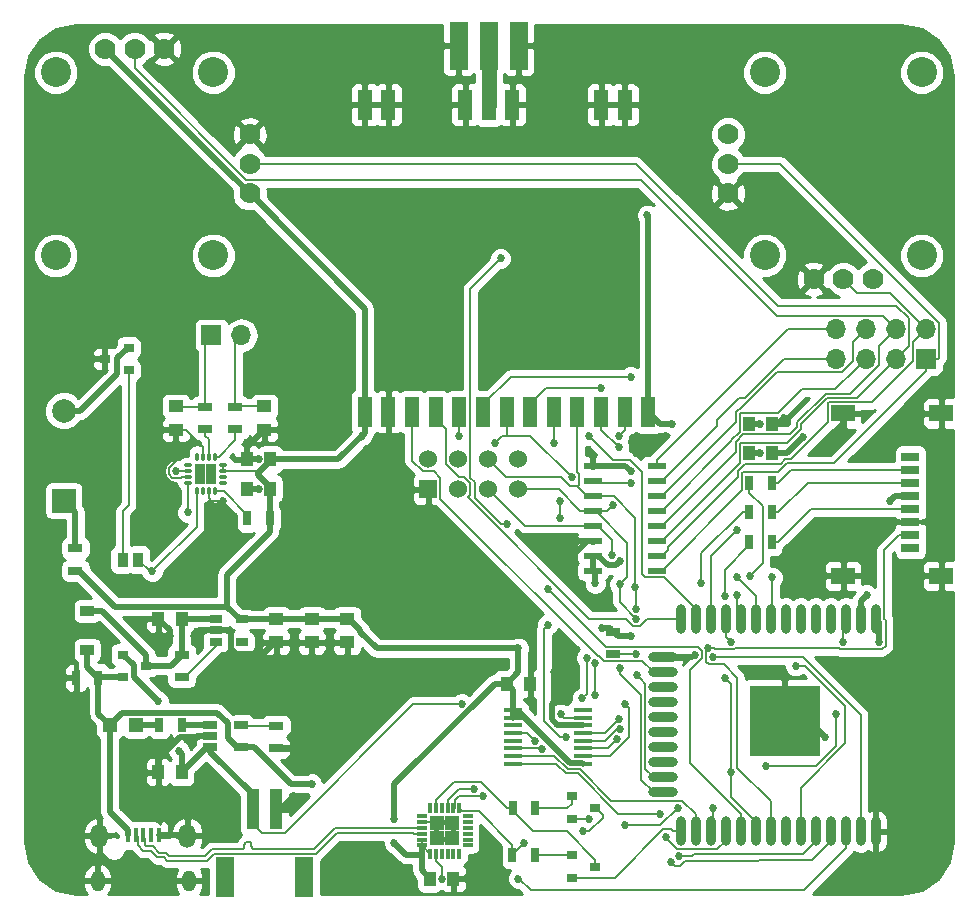
<source format=gbr>
G04 #@! TF.FileFunction,Copper,L1,Top*
%FSLAX46Y46*%
G04 Gerber Fmt 4.6, Leading zero omitted, Abs format (unit mm)*
G04 Created by KiCad (PCBNEW 4.0.7-e2-6376~60~ubuntu17.10.1) date Wed Apr 25 03:23:06 2018*
%MOMM*%
%LPD*%
G01*
G04 APERTURE LIST*
%ADD10C,0.100000*%
%ADD11C,0.150000*%
%ADD12O,0.300000X0.750000*%
%ADD13O,0.750000X0.300000*%
%ADD14R,0.900000X0.900000*%
%ADD15R,1.000000X3.500000*%
%ADD16R,1.500000X3.400000*%
%ADD17R,2.000000X2.000000*%
%ADD18C,2.000000*%
%ADD19R,1.000000X1.250000*%
%ADD20R,1.250000X1.000000*%
%ADD21R,1.200000X0.900000*%
%ADD22R,1.200000X1.200000*%
%ADD23R,1.524000X4.064000*%
%ADD24R,0.970000X1.270000*%
%ADD25R,0.450000X1.300000*%
%ADD26O,1.450000X2.000000*%
%ADD27O,1.150000X1.800000*%
%ADD28R,2.000000X1.450000*%
%ADD29R,1.500000X0.800000*%
%ADD30R,1.700000X1.700000*%
%ADD31O,1.700000X1.700000*%
%ADD32R,1.300000X0.700000*%
%ADD33R,0.900000X0.800000*%
%ADD34R,0.700000X1.300000*%
%ADD35R,1.270000X2.540000*%
%ADD36R,1.060000X0.650000*%
%ADD37O,0.900000X2.500000*%
%ADD38O,2.500000X0.900000*%
%ADD39R,6.000000X6.000000*%
%ADD40R,1.524000X1.524000*%
%ADD41C,1.524000*%
%ADD42R,1.220000X0.650000*%
%ADD43R,0.850000X0.300000*%
%ADD44R,0.300000X0.850000*%
%ADD45R,1.300000X1.300000*%
%ADD46R,1.500000X0.600000*%
%ADD47C,1.778000*%
%ADD48C,2.540000*%
%ADD49R,1.500000X0.450000*%
%ADD50C,0.685800*%
%ADD51C,0.500000*%
%ADD52C,0.200000*%
%ADD53C,1.270000*%
%ADD54C,0.254000*%
G04 APERTURE END LIST*
D10*
D11*
X120188000Y-59588000D03*
X119188000Y-59588000D03*
X118188000Y-59588000D03*
X117188000Y-59588000D03*
X116188000Y-59588000D03*
X115188000Y-59588000D03*
X114188000Y-59588000D03*
X120188000Y-58588000D03*
X119188000Y-58588000D03*
X118188000Y-58588000D03*
X117188000Y-58588000D03*
X116188000Y-58588000D03*
X115188000Y-58588000D03*
X114188000Y-58588000D03*
X120188000Y-57588000D03*
X119188000Y-57588000D03*
X118188000Y-57588000D03*
X117188000Y-57588000D03*
X116188000Y-57588000D03*
X115188000Y-57588000D03*
X114188000Y-57588000D03*
X120188000Y-56588000D03*
X119188000Y-56588000D03*
X118188000Y-56588000D03*
X117188000Y-56588000D03*
X116188000Y-56588000D03*
X115188000Y-56588000D03*
X114188000Y-56588000D03*
X120188000Y-55588000D03*
X119188000Y-55588000D03*
X118188000Y-55588000D03*
X117188000Y-55588000D03*
X116188000Y-55588000D03*
X115188000Y-55588000D03*
X114188000Y-55588000D03*
X120188000Y-54588000D03*
X119188000Y-54588000D03*
X118188000Y-54588000D03*
X117188000Y-54588000D03*
X116188000Y-54588000D03*
X115188000Y-54588000D03*
X114188000Y-54588000D03*
X183188000Y-51588000D03*
X182188000Y-51588000D03*
X181188000Y-51588000D03*
X180188000Y-51588000D03*
X179188000Y-51588000D03*
X178188000Y-51588000D03*
X177188000Y-51588000D03*
X176188000Y-51588000D03*
X155688000Y-64588000D03*
X154688000Y-64588000D03*
X153688000Y-64588000D03*
X152688000Y-64588000D03*
X151688000Y-64588000D03*
X150688000Y-64588000D03*
X143688000Y-88588000D03*
X142688000Y-88588000D03*
X141688000Y-88588000D03*
X140688000Y-88588000D03*
X183188000Y-50588000D03*
X182188000Y-50588000D03*
X181188000Y-50588000D03*
X180188000Y-50588000D03*
X179188000Y-50588000D03*
X178188000Y-50588000D03*
X177188000Y-50588000D03*
X176188000Y-50588000D03*
X155688000Y-63588000D03*
X154688000Y-63588000D03*
X153688000Y-63588000D03*
X152688000Y-63588000D03*
X151688000Y-63588000D03*
X150688000Y-63588000D03*
X143688000Y-87588000D03*
X142688000Y-87588000D03*
X141688000Y-87588000D03*
X140688000Y-87588000D03*
X183188000Y-49588000D03*
X182188000Y-49588000D03*
X181188000Y-49588000D03*
X180188000Y-49588000D03*
X179188000Y-49588000D03*
X178188000Y-49588000D03*
X177188000Y-49588000D03*
X176188000Y-49588000D03*
X155688000Y-62588000D03*
X154688000Y-62588000D03*
X153688000Y-62588000D03*
X152688000Y-62588000D03*
X151688000Y-62588000D03*
X150688000Y-62588000D03*
X143688000Y-86588000D03*
X142688000Y-86588000D03*
X141688000Y-86588000D03*
X140688000Y-86588000D03*
X183188000Y-48588000D03*
X182188000Y-48588000D03*
X181188000Y-48588000D03*
X180188000Y-48588000D03*
X179188000Y-48588000D03*
X178188000Y-48588000D03*
X177188000Y-48588000D03*
X176188000Y-48588000D03*
X155688000Y-61588000D03*
X154688000Y-61588000D03*
X153688000Y-61588000D03*
X152688000Y-61588000D03*
X151688000Y-61588000D03*
X150688000Y-61588000D03*
X143688000Y-85588000D03*
X142688000Y-85588000D03*
X141688000Y-85588000D03*
D12*
X122463000Y-79313000D03*
X122963000Y-79313000D03*
X123463000Y-79313000D03*
X123963000Y-79313000D03*
D13*
X124688000Y-78588000D03*
X124688000Y-78088000D03*
X124688000Y-77588000D03*
X124688000Y-77088000D03*
D12*
X123963000Y-76363000D03*
X123463000Y-76363000D03*
X122963000Y-76363000D03*
X122463000Y-76363000D03*
D13*
X121738000Y-77088000D03*
X121738000Y-77588000D03*
X121738000Y-78088000D03*
X121738000Y-78588000D03*
D14*
X123663000Y-77388000D03*
X122763000Y-77388000D03*
X123663000Y-78288000D03*
X122763000Y-78288000D03*
D15*
X127188000Y-106213000D03*
X129188000Y-106213000D03*
D16*
X124838000Y-111963000D03*
X131538000Y-111963000D03*
D17*
X111188000Y-80088000D03*
D18*
X111188000Y-72488000D03*
D19*
X121188000Y-90088000D03*
X119188000Y-90088000D03*
D20*
X129188000Y-90088000D03*
X129188000Y-92088000D03*
X132188000Y-90088000D03*
X132188000Y-92088000D03*
X135188000Y-90088000D03*
X135188000Y-92088000D03*
D19*
X121188000Y-103088000D03*
X119188000Y-103088000D03*
X128688000Y-79088000D03*
X126688000Y-79088000D03*
D20*
X128188000Y-72088000D03*
X128188000Y-74088000D03*
D19*
X128688000Y-76588000D03*
X126688000Y-76588000D03*
D20*
X120688000Y-72088000D03*
X120688000Y-74088000D03*
D19*
X169188000Y-73588000D03*
X171188000Y-73588000D03*
X169188000Y-76088000D03*
X171188000Y-76088000D03*
X148688000Y-95588000D03*
X150688000Y-95588000D03*
D21*
X113188000Y-89438000D03*
X113188000Y-92738000D03*
D22*
X115088000Y-99088000D03*
X117288000Y-99088000D03*
D23*
X147188000Y-41588000D03*
X149728000Y-41588000D03*
X144648000Y-41588000D03*
D24*
X116188000Y-85088000D03*
X117468000Y-85088000D03*
D25*
X116638000Y-108438000D03*
X117288000Y-108438000D03*
X117938000Y-108438000D03*
X118588000Y-108438000D03*
X119238000Y-108438000D03*
D26*
X114213000Y-108488000D03*
X121663000Y-108488000D03*
D27*
X114063000Y-112288000D03*
X121813000Y-112288000D03*
D28*
X185488000Y-86463000D03*
X185488000Y-72713000D03*
X177188000Y-72713000D03*
X177188000Y-86463000D03*
D29*
X182888000Y-84088000D03*
X182888000Y-82988000D03*
X182888000Y-81888000D03*
X182888000Y-80788000D03*
X182888000Y-79688000D03*
X182888000Y-78588000D03*
X182888000Y-77488000D03*
X182888000Y-76388000D03*
D30*
X184188000Y-68088000D03*
D31*
X184188000Y-65548000D03*
X181648000Y-68088000D03*
X181648000Y-65548000D03*
X179108000Y-68088000D03*
X179108000Y-65548000D03*
X176568000Y-68088000D03*
X176568000Y-65548000D03*
D32*
X123188000Y-72138000D03*
X123188000Y-74038000D03*
X125688000Y-72138000D03*
X125688000Y-74038000D03*
D30*
X123688000Y-66088000D03*
D31*
X126228000Y-66088000D03*
D33*
X116188000Y-93138000D03*
X116188000Y-95038000D03*
X118188000Y-94088000D03*
X154188000Y-110138000D03*
X154188000Y-112038000D03*
X156188000Y-111088000D03*
X154188000Y-105138000D03*
X154188000Y-107038000D03*
X156188000Y-106088000D03*
X116688000Y-69038000D03*
X116688000Y-67138000D03*
X114688000Y-68088000D03*
D34*
X114138000Y-95088000D03*
X112238000Y-95088000D03*
D32*
X121188000Y-93138000D03*
X121188000Y-95038000D03*
D34*
X121188000Y-99088000D03*
X119288000Y-99088000D03*
X151088000Y-110088000D03*
X149188000Y-110088000D03*
X151138000Y-106088000D03*
X149238000Y-106088000D03*
D32*
X129188000Y-101038000D03*
X129188000Y-99138000D03*
X157688000Y-91188000D03*
X157688000Y-93088000D03*
X112188000Y-84138000D03*
X112188000Y-86038000D03*
D34*
X126738000Y-81588000D03*
X128638000Y-81588000D03*
X169238000Y-78588000D03*
X171138000Y-78588000D03*
X171138000Y-81070000D03*
X169238000Y-81070000D03*
X171138000Y-83588000D03*
X169238000Y-83588000D03*
D35*
X136688000Y-72588000D03*
X138688000Y-72588000D03*
X140688000Y-72588000D03*
X142688000Y-72588000D03*
X144688000Y-72588000D03*
X146688000Y-72588000D03*
X148688000Y-72588000D03*
X150688000Y-72588000D03*
X152688000Y-72588000D03*
X154688000Y-72588000D03*
X156688000Y-72588000D03*
X158688000Y-72588000D03*
X158688000Y-46588000D03*
X138688000Y-46588000D03*
X156688000Y-46588000D03*
X136688000Y-46588000D03*
X145188000Y-46588000D03*
X147188000Y-46588000D03*
X149188000Y-46588000D03*
X160688000Y-72588000D03*
D36*
X124088000Y-90138000D03*
X124088000Y-91088000D03*
X124088000Y-92038000D03*
X126288000Y-92038000D03*
X126288000Y-90138000D03*
D37*
X179938000Y-108088000D03*
X178668000Y-108088000D03*
X177398000Y-108088000D03*
X176128000Y-108088000D03*
X174858000Y-108088000D03*
X173588000Y-108088000D03*
X172318000Y-108088000D03*
X171048000Y-108088000D03*
X169778000Y-108088000D03*
X168508000Y-108088000D03*
X167238000Y-108088000D03*
X165968000Y-108088000D03*
X164698000Y-108088000D03*
X163428000Y-108088000D03*
D38*
X161938000Y-104803000D03*
X161938000Y-103533000D03*
X161938000Y-102263000D03*
X161938000Y-100993000D03*
X161938000Y-99723000D03*
X161938000Y-98453000D03*
X161938000Y-97183000D03*
X161938000Y-95913000D03*
X161938000Y-94643000D03*
X161938000Y-93373000D03*
D37*
X163428000Y-90088000D03*
X164698000Y-90088000D03*
X165968000Y-90088000D03*
X167238000Y-90088000D03*
X168508000Y-90088000D03*
X169778000Y-90088000D03*
X171048000Y-90088000D03*
X172318000Y-90088000D03*
X173588000Y-90088000D03*
X174858000Y-90088000D03*
X176128000Y-90088000D03*
X177398000Y-90088000D03*
X178668000Y-90088000D03*
X179938000Y-90088000D03*
D39*
X172238000Y-98788000D03*
D40*
X142068000Y-79128000D03*
D41*
X142068000Y-76588000D03*
X144608000Y-79128000D03*
X144608000Y-76588000D03*
X147148000Y-79128000D03*
X147148000Y-76588000D03*
X149688000Y-79128000D03*
X149688000Y-76588000D03*
D42*
X123568000Y-99088000D03*
X123568000Y-100038000D03*
X123568000Y-100988000D03*
X126188000Y-100988000D03*
X126188000Y-99088000D03*
D43*
X141488000Y-106788000D03*
X141488000Y-107288000D03*
X141488000Y-107788000D03*
X141488000Y-108288000D03*
X141488000Y-108788000D03*
X141488000Y-109288000D03*
D44*
X142188000Y-109988000D03*
X142688000Y-109988000D03*
X143188000Y-109988000D03*
X143688000Y-109988000D03*
X144188000Y-109988000D03*
X144688000Y-109988000D03*
D43*
X145388000Y-109288000D03*
X145388000Y-108788000D03*
X145388000Y-108288000D03*
X145388000Y-107788000D03*
X145388000Y-107288000D03*
X145388000Y-106788000D03*
D44*
X144688000Y-106088000D03*
X144188000Y-106088000D03*
X143688000Y-106088000D03*
X143188000Y-106088000D03*
X142688000Y-106088000D03*
X142188000Y-106088000D03*
D45*
X144088000Y-108688000D03*
X144088000Y-107388000D03*
X142788000Y-108688000D03*
X142788000Y-107388000D03*
D46*
X161388000Y-86033000D03*
X161388000Y-84763000D03*
X161388000Y-83493000D03*
X161388000Y-82223000D03*
X161388000Y-80953000D03*
X161388000Y-79683000D03*
X161388000Y-78413000D03*
X161388000Y-77143000D03*
X155988000Y-77143000D03*
X155988000Y-78413000D03*
X155988000Y-79683000D03*
X155988000Y-80953000D03*
X155988000Y-82223000D03*
X155988000Y-83493000D03*
X155988000Y-84763000D03*
X155988000Y-86033000D03*
D47*
X179688000Y-61338000D03*
X177188000Y-61338000D03*
X174688000Y-61338000D03*
D48*
X183838000Y-43838000D03*
X183838000Y-59338000D03*
X170538000Y-59338000D03*
X170538000Y-43838000D03*
D47*
X167438000Y-49088000D03*
X167438000Y-51608076D03*
X167438000Y-54088000D03*
X114688000Y-41838000D03*
X117188000Y-41838000D03*
X119688000Y-41838000D03*
D48*
X110538000Y-59338000D03*
X110538000Y-43838000D03*
X123838000Y-43838000D03*
X123838000Y-59338000D03*
D47*
X126938000Y-54088000D03*
X126938000Y-51567924D03*
X126938000Y-49088000D03*
D19*
X142188000Y-112088000D03*
X144188000Y-112088000D03*
D49*
X155138000Y-102363000D03*
X155138000Y-101713000D03*
X155138000Y-101063000D03*
X155138000Y-100413000D03*
X155138000Y-99763000D03*
X155138000Y-99113000D03*
X155138000Y-98463000D03*
X155138000Y-97813000D03*
X149238000Y-97813000D03*
X149238000Y-98463000D03*
X149238000Y-99113000D03*
X149238000Y-99763000D03*
X149238000Y-100413000D03*
X149238000Y-101063000D03*
X149238000Y-101713000D03*
X149238000Y-102363000D03*
D11*
X140688000Y-85588000D03*
D50*
X124688000Y-80088000D03*
X120188000Y-91588000D03*
X122188000Y-91588000D03*
X164620622Y-93129169D03*
X152688000Y-94588000D03*
X162188000Y-74588000D03*
X159688000Y-76088000D03*
X159188000Y-77588000D03*
X154188000Y-87088000D03*
X176188000Y-74588000D03*
X173818239Y-74698663D03*
X173818239Y-74698663D03*
X172207576Y-73088000D03*
X180188000Y-95588000D03*
X180188000Y-92088000D03*
X175688000Y-100088000D03*
X142788000Y-107388000D03*
X146188000Y-111088000D03*
X131188000Y-101088000D03*
X130688000Y-105088000D03*
X127688000Y-76588000D03*
X127688000Y-79088000D03*
X144910986Y-97310986D03*
X153267860Y-98167860D03*
X120938854Y-101266174D03*
X119188000Y-97088000D03*
X159188000Y-91588000D03*
X158317502Y-85172300D03*
X139188000Y-107088000D03*
X139188000Y-109088000D03*
X179188000Y-88088000D03*
X181188000Y-80088000D03*
X170188000Y-76088000D03*
X162688000Y-73588000D03*
X170188000Y-73588000D03*
X160606799Y-55919201D03*
X156783299Y-90917043D03*
X136458000Y-74588000D03*
X149688000Y-92588000D03*
X156188000Y-87088000D03*
X143188000Y-112088000D03*
X132188000Y-104088000D03*
X118688000Y-86088000D03*
X149688000Y-112088000D03*
X165751115Y-92582722D03*
X155470027Y-93410123D03*
X157688000Y-80492690D03*
X158267052Y-87167052D03*
X155097946Y-96836157D03*
X151095295Y-100467690D03*
X158188000Y-75588000D03*
X159688000Y-90088000D03*
X176574432Y-98147540D03*
X177188000Y-92088000D03*
X170688000Y-102588000D03*
X163188000Y-106088000D03*
X158688000Y-107588000D03*
X155688000Y-107088000D03*
X159688000Y-93088000D03*
X169267052Y-86508948D03*
X166188000Y-106088000D03*
X166163645Y-93356669D03*
X156188000Y-93842690D03*
X159599939Y-87385721D03*
X156188000Y-96588000D03*
X151688000Y-101088000D03*
X159689842Y-89247945D03*
X165188000Y-87088000D03*
X157615015Y-84715013D03*
X152688000Y-75183310D03*
X167688000Y-103088000D03*
X161688000Y-106588000D03*
X167188000Y-88206952D03*
X167188000Y-95088000D03*
X144688000Y-74588000D03*
X155688000Y-74588000D03*
X168188000Y-82588000D03*
X159188000Y-69588000D03*
X147688000Y-75183310D03*
X154188000Y-78088000D03*
X168188000Y-86588000D03*
X171188000Y-86588000D03*
X156688000Y-70588000D03*
X153188000Y-81588000D03*
X158188000Y-74588000D03*
X153188000Y-80088000D03*
X152188000Y-90588000D03*
X153688000Y-100088000D03*
X162188000Y-108588000D03*
X162587152Y-110656447D03*
X146688000Y-105088000D03*
X163280705Y-110185720D03*
X145935847Y-104492690D03*
X159188000Y-78588000D03*
X173188000Y-94088000D03*
X148188000Y-59588000D03*
X148688000Y-82088000D03*
X152188000Y-87588000D03*
X158282575Y-94285711D03*
X159693536Y-94859041D03*
X167688000Y-92088000D03*
X121688000Y-81088000D03*
X168188000Y-88088000D03*
X120688000Y-77588000D03*
X150188000Y-109088000D03*
X155188000Y-108088000D03*
X158693486Y-97333310D03*
X158032548Y-100270759D03*
X158317529Y-99416143D03*
X158188000Y-98588000D03*
D51*
X119238000Y-108438000D02*
X121613000Y-108438000D01*
X121613000Y-108438000D02*
X121663000Y-108488000D01*
D52*
X123463000Y-79313000D02*
X123463000Y-79888000D01*
X123463000Y-79888000D02*
X123663000Y-80088000D01*
X123663000Y-80088000D02*
X124688000Y-80088000D01*
X141488000Y-107288000D02*
X142688000Y-107288000D01*
X142688000Y-107288000D02*
X142788000Y-107388000D01*
D51*
X120188000Y-91588000D02*
X120188000Y-91088000D01*
X120188000Y-91088000D02*
X119188000Y-90088000D01*
X124088000Y-91088000D02*
X122688000Y-91088000D01*
X122688000Y-91088000D02*
X122188000Y-91588000D01*
X161938000Y-93373000D02*
X164376791Y-93373000D01*
X164376791Y-93373000D02*
X164620622Y-93129169D01*
X152494988Y-97281012D02*
X152688000Y-97088000D01*
X152688000Y-97088000D02*
X152688000Y-94588000D01*
X155138000Y-99113000D02*
X152983497Y-99113000D01*
X152983497Y-99113000D02*
X152494988Y-98624491D01*
X152494988Y-98624491D02*
X152494988Y-97281012D01*
X159688000Y-76088000D02*
X160688000Y-76088000D01*
X160688000Y-76088000D02*
X162188000Y-74588000D01*
X155988000Y-77143000D02*
X158743000Y-77143000D01*
X158743000Y-77143000D02*
X159188000Y-77588000D01*
X155988000Y-83493000D02*
X155538000Y-83493000D01*
X155538000Y-83493000D02*
X154188000Y-84843000D01*
X154188000Y-84843000D02*
X154188000Y-87088000D01*
X176188000Y-74588000D02*
X177188000Y-73588000D01*
X177188000Y-73588000D02*
X177188000Y-72713000D01*
X171188000Y-73588000D02*
X171707576Y-73588000D01*
X171707576Y-73588000D02*
X172207576Y-73088000D01*
X173475340Y-75041562D02*
X173818239Y-74698663D01*
X171188000Y-76088000D02*
X172428902Y-76088000D01*
X172428902Y-76088000D02*
X173475340Y-75041562D01*
X179938000Y-108088000D02*
X179938000Y-95838000D01*
X179938000Y-95838000D02*
X180188000Y-95588000D01*
X180188000Y-90338000D02*
X179938000Y-90088000D01*
X180188000Y-92088000D02*
X180188000Y-90338000D01*
X172238000Y-98788000D02*
X174388000Y-98788000D01*
X174388000Y-98788000D02*
X175688000Y-100088000D01*
D52*
X120688000Y-74788000D02*
X120688000Y-74088000D01*
X120688000Y-76706952D02*
X120688000Y-74788000D01*
X120092698Y-77302254D02*
X120688000Y-76706952D01*
X120092698Y-77873746D02*
X120092698Y-77302254D01*
X120402254Y-78183302D02*
X120092698Y-77873746D01*
X121067698Y-78183302D02*
X120402254Y-78183302D01*
X121163000Y-78088000D02*
X121067698Y-78183302D01*
D51*
X144188000Y-112088000D02*
X145188000Y-112088000D01*
X145188000Y-112088000D02*
X146188000Y-111088000D01*
X131188000Y-101088000D02*
X129238000Y-101088000D01*
X129238000Y-101088000D02*
X129188000Y-101038000D01*
X129188000Y-106213000D02*
X129563000Y-106213000D01*
X129563000Y-106213000D02*
X130688000Y-105088000D01*
X126688000Y-76588000D02*
X126688000Y-75588000D01*
X126688000Y-75588000D02*
X128188000Y-74088000D01*
X127688000Y-76588000D02*
X126688000Y-76588000D01*
X126688000Y-79088000D02*
X127688000Y-79088000D01*
D52*
X121738000Y-78088000D02*
X121163000Y-78088000D01*
X121163000Y-78088000D02*
X121110590Y-78140410D01*
X122963000Y-76363000D02*
X122963000Y-75538000D01*
X122963000Y-75538000D02*
X121513000Y-74088000D01*
X121513000Y-74088000D02*
X120688000Y-74088000D01*
D51*
X124088000Y-91088000D02*
X125118000Y-91088000D01*
X125118000Y-91088000D02*
X125355599Y-91325599D01*
X125355599Y-91325599D02*
X125355599Y-92684921D01*
X125758678Y-93088000D02*
X128063000Y-93088000D01*
X125355599Y-92684921D02*
X125758678Y-93088000D01*
X128063000Y-93088000D02*
X129063000Y-92088000D01*
X129063000Y-92088000D02*
X129188000Y-92088000D01*
X122355599Y-100140401D02*
X122458000Y-100038000D01*
X121010599Y-100140401D02*
X122355599Y-100140401D01*
X119188000Y-103088000D02*
X119188000Y-101963000D01*
X119188000Y-101963000D02*
X121010599Y-100140401D01*
X122458000Y-100038000D02*
X123568000Y-100038000D01*
D52*
X140794336Y-97310986D02*
X144426053Y-97310986D01*
X127188000Y-107463000D02*
X127940401Y-108215401D01*
X127940401Y-108215401D02*
X129889921Y-108215401D01*
X129889921Y-108215401D02*
X140794336Y-97310986D01*
X144426053Y-97310986D02*
X144910986Y-97310986D01*
X155138000Y-98463000D02*
X153563000Y-98463000D01*
X153563000Y-98463000D02*
X153267860Y-98167860D01*
D51*
X127188000Y-106213000D02*
X127188000Y-107463000D01*
X121188000Y-101515320D02*
X120938854Y-101266174D01*
X121188000Y-103088000D02*
X121188000Y-101515320D01*
X116188000Y-93138000D02*
X116238000Y-93138000D01*
X117138000Y-95038000D02*
X119188000Y-97088000D01*
X116238000Y-93138000D02*
X117138000Y-94038000D01*
X117138000Y-94038000D02*
X117138000Y-95038000D01*
X127188000Y-106213000D02*
X127188000Y-104963000D01*
X127188000Y-104963000D02*
X123568000Y-101343000D01*
X123568000Y-101343000D02*
X123568000Y-100988000D01*
X123568000Y-100988000D02*
X123288000Y-100988000D01*
X123288000Y-100988000D02*
X121188000Y-103088000D01*
X112188000Y-84138000D02*
X112188000Y-81088000D01*
X112188000Y-81088000D02*
X111188000Y-80088000D01*
X116688000Y-67138000D02*
X116638000Y-67138000D01*
X116638000Y-67138000D02*
X115738000Y-68038000D01*
X115738000Y-68038000D02*
X115738000Y-69352213D01*
X115738000Y-69352213D02*
X112602213Y-72488000D01*
X112602213Y-72488000D02*
X111188000Y-72488000D01*
X121188000Y-90088000D02*
X124038000Y-90088000D01*
X124038000Y-90088000D02*
X124088000Y-90138000D01*
X121188000Y-93138000D02*
X121188000Y-90088000D01*
X118188000Y-94088000D02*
X120238000Y-94088000D01*
X120238000Y-94088000D02*
X121188000Y-93138000D01*
X113188000Y-89438000D02*
X114438000Y-89438000D01*
X118188000Y-93188000D02*
X118188000Y-94088000D01*
X114438000Y-89438000D02*
X118188000Y-93188000D01*
X159188000Y-91588000D02*
X158088000Y-91588000D01*
X158088000Y-91588000D02*
X157688000Y-91188000D01*
X157926802Y-85563000D02*
X157974603Y-85515199D01*
X157974603Y-85515199D02*
X158317502Y-85172300D01*
X155988000Y-84763000D02*
X156438000Y-84763000D01*
X156438000Y-84763000D02*
X157238000Y-85563000D01*
X157238000Y-85563000D02*
X157926802Y-85563000D01*
X139188000Y-104088000D02*
X147688000Y-95588000D01*
X147688000Y-95588000D02*
X148688000Y-95588000D01*
X139188000Y-107088000D02*
X139188000Y-104088000D01*
X141488000Y-110088000D02*
X141488000Y-109288000D01*
X141488000Y-111388000D02*
X141488000Y-110088000D01*
X141488000Y-110088000D02*
X140188000Y-110088000D01*
X140188000Y-110088000D02*
X139188000Y-109088000D01*
X179188000Y-88088000D02*
X178668000Y-88608000D01*
X178668000Y-88608000D02*
X178668000Y-90088000D01*
X181188000Y-80088000D02*
X181588000Y-79688000D01*
X181588000Y-79688000D02*
X182888000Y-79688000D01*
X170188000Y-76088000D02*
X169188000Y-76088000D01*
X162688000Y-73588000D02*
X161688000Y-73588000D01*
X161688000Y-73588000D02*
X160688000Y-72588000D01*
X169188000Y-73588000D02*
X170188000Y-73588000D01*
X160688000Y-72588000D02*
X160688000Y-56000402D01*
X160688000Y-56000402D02*
X160606799Y-55919201D01*
X142188000Y-112088000D02*
X141488000Y-111388000D01*
X128638000Y-81588000D02*
X128638000Y-82738000D01*
X128638000Y-82738000D02*
X125005599Y-86370401D01*
X125005599Y-86370401D02*
X125005599Y-89060599D01*
X157417043Y-90917043D02*
X157268232Y-90917043D01*
X157688000Y-91188000D02*
X157417043Y-90917043D01*
X157268232Y-90917043D02*
X156783299Y-90917043D01*
X128638000Y-81588000D02*
X128638000Y-79138000D01*
X128638000Y-79138000D02*
X128688000Y-79088000D01*
X136688000Y-72588000D02*
X136688000Y-74358000D01*
X136688000Y-74358000D02*
X134458000Y-76588000D01*
X134458000Y-76588000D02*
X129688000Y-76588000D01*
X129688000Y-76588000D02*
X128688000Y-76588000D01*
X136688000Y-72588000D02*
X136688000Y-63838000D01*
X136688000Y-63838000D02*
X126938000Y-54088000D01*
X126938000Y-54088000D02*
X125294188Y-52444188D01*
X125294188Y-52444188D02*
X114688000Y-41838000D01*
X155138000Y-102363000D02*
X155115401Y-102340401D01*
X154066079Y-102340401D02*
X149813678Y-98088000D01*
X149238000Y-98463000D02*
X149238000Y-98088000D01*
X149238000Y-98088000D02*
X149238000Y-97813000D01*
X149813678Y-98088000D02*
X149238000Y-98088000D01*
X155115401Y-102340401D02*
X154066079Y-102340401D01*
X149238000Y-97813000D02*
X149238000Y-96138000D01*
X149238000Y-96138000D02*
X148688000Y-95588000D01*
X149688000Y-92588000D02*
X137688000Y-92588000D01*
X136313000Y-91213000D02*
X136313000Y-91088000D01*
X136313000Y-91088000D02*
X135313000Y-90088000D01*
X137688000Y-92588000D02*
X136313000Y-91213000D01*
X135313000Y-90088000D02*
X135188000Y-90088000D01*
X149688000Y-92588000D02*
X149688000Y-94588000D01*
X149688000Y-94588000D02*
X148688000Y-95588000D01*
X156188000Y-87088000D02*
X156188000Y-86233000D01*
X156188000Y-86233000D02*
X155988000Y-86033000D01*
X155988000Y-84763000D02*
X155988000Y-86033000D01*
D52*
X127663000Y-77738000D02*
X127513000Y-77588000D01*
X127513000Y-77588000D02*
X124688000Y-77588000D01*
X124688000Y-77588000D02*
X124688000Y-77088000D01*
D51*
X128688000Y-79088000D02*
X128688000Y-78963000D01*
X128688000Y-78963000D02*
X127663000Y-77938000D01*
X127663000Y-77938000D02*
X127663000Y-77738000D01*
X127663000Y-77738000D02*
X128688000Y-76713000D01*
X128688000Y-76713000D02*
X128688000Y-76588000D01*
X112188000Y-86038000D02*
X112488000Y-86038000D01*
X112488000Y-86038000D02*
X115510599Y-89060599D01*
X115510599Y-89060599D02*
X125005599Y-89060599D01*
X125005599Y-89060599D02*
X126083000Y-90138000D01*
X126083000Y-90138000D02*
X126288000Y-90138000D01*
D52*
X141488000Y-108788000D02*
X141488000Y-109288000D01*
X142188000Y-109988000D02*
X141488000Y-109288000D01*
D51*
X135188000Y-90088000D02*
X132188000Y-90088000D01*
X129188000Y-90088000D02*
X132188000Y-90088000D01*
X126288000Y-90138000D02*
X129138000Y-90138000D01*
X129138000Y-90138000D02*
X129188000Y-90088000D01*
D52*
X128188000Y-72088000D02*
X125738000Y-72088000D01*
X125738000Y-72088000D02*
X125688000Y-72138000D01*
X125688000Y-72138000D02*
X125688000Y-66628000D01*
X125688000Y-66628000D02*
X126228000Y-66088000D01*
X123188000Y-72138000D02*
X120738000Y-72138000D01*
X120738000Y-72138000D02*
X120688000Y-72088000D01*
X123188000Y-72138000D02*
X123188000Y-66588000D01*
X123188000Y-66588000D02*
X123688000Y-66088000D01*
X142688000Y-109988000D02*
X142688000Y-110613000D01*
X142688000Y-110613000D02*
X143188000Y-111113000D01*
X143188000Y-111113000D02*
X143188000Y-111603067D01*
X143188000Y-111603067D02*
X143188000Y-112088000D01*
D51*
X126188000Y-100988000D02*
X127298000Y-100988000D01*
X127298000Y-100988000D02*
X130398000Y-104088000D01*
X130398000Y-104088000D02*
X132188000Y-104088000D01*
X114138000Y-95088000D02*
X114138000Y-98138000D01*
X114138000Y-98138000D02*
X115088000Y-99088000D01*
X116188000Y-95038000D02*
X114188000Y-95038000D01*
X114188000Y-95038000D02*
X114138000Y-95088000D01*
X113188000Y-92738000D02*
X113188000Y-94138000D01*
X113188000Y-94138000D02*
X114138000Y-95088000D01*
X126188000Y-100988000D02*
X125903000Y-100988000D01*
X125078000Y-98938678D02*
X124174921Y-98035599D01*
X125903000Y-100988000D02*
X125078000Y-100163000D01*
X125078000Y-100163000D02*
X125078000Y-98938678D01*
X124174921Y-98035599D02*
X116140401Y-98035599D01*
X116140401Y-98035599D02*
X115088000Y-99088000D01*
X116638000Y-108438000D02*
X116638000Y-108013000D01*
X116638000Y-108013000D02*
X115088000Y-106463000D01*
X115088000Y-106463000D02*
X115088000Y-99088000D01*
X117288000Y-99088000D02*
X119288000Y-99088000D01*
D53*
X147188000Y-46588000D02*
X147188000Y-44818000D01*
X147188000Y-44818000D02*
X147188000Y-41588000D01*
D52*
X116188000Y-85088000D02*
X116188000Y-80988000D01*
X116188000Y-80988000D02*
X116688000Y-80488000D01*
X116688000Y-80488000D02*
X116688000Y-69038000D01*
X122463000Y-79313000D02*
X122463000Y-82313000D01*
X122463000Y-82313000D02*
X118688000Y-86088000D01*
X118688000Y-86088000D02*
X118468000Y-86088000D01*
X118468000Y-86088000D02*
X117468000Y-85088000D01*
X173848000Y-113088000D02*
X150733678Y-113088000D01*
X150733678Y-113088000D02*
X149733678Y-112088000D01*
X149733678Y-112088000D02*
X149688000Y-112088000D01*
X177398000Y-108088000D02*
X177398000Y-109538000D01*
X177398000Y-109538000D02*
X173848000Y-113088000D01*
X176806954Y-92588000D02*
X168069046Y-92588000D01*
X180473745Y-92683301D02*
X176902255Y-92683301D01*
X165568335Y-92765502D02*
X165751115Y-92582722D01*
X165568335Y-93726090D02*
X165568335Y-92765502D01*
X165806944Y-93964699D02*
X165568335Y-93726090D01*
X166236048Y-92582722D02*
X165751115Y-92582722D01*
X166336627Y-92683301D02*
X166236048Y-92582722D01*
X167973745Y-92683301D02*
X166336627Y-92683301D01*
X180783301Y-92373745D02*
X180473745Y-92683301D01*
X180783301Y-90222785D02*
X180783301Y-92373745D01*
X180640410Y-90079894D02*
X180783301Y-90222785D01*
X180640410Y-84285590D02*
X180640410Y-90079894D01*
X181938000Y-82988000D02*
X180640410Y-84285590D01*
X176902255Y-92683301D02*
X176806954Y-92588000D01*
X168069046Y-92588000D02*
X167973745Y-92683301D01*
X182888000Y-82988000D02*
X181938000Y-82988000D01*
X168188000Y-102706954D02*
X168188000Y-95072933D01*
X168188000Y-95072933D02*
X167079766Y-93964699D01*
X167079766Y-93964699D02*
X165806944Y-93964699D01*
X171048000Y-105566954D02*
X168188000Y-102706954D01*
X171048000Y-108088000D02*
X171048000Y-105566954D01*
X155470027Y-93895056D02*
X155470027Y-93410123D01*
X155097946Y-96836157D02*
X155470027Y-96464076D01*
X155470027Y-96464076D02*
X155470027Y-93895056D01*
X158912804Y-86521300D02*
X158609951Y-86824153D01*
X158609951Y-86824153D02*
X158267052Y-87167052D01*
X156357322Y-81088000D02*
X158912804Y-83643482D01*
X158912804Y-83643482D02*
X158912804Y-86521300D01*
X155988000Y-80953000D02*
X157227690Y-80953000D01*
X157345101Y-80835589D02*
X157688000Y-80492690D01*
X157227690Y-80953000D02*
X157345101Y-80835589D01*
X154934048Y-80953000D02*
X153109048Y-79128000D01*
X150765630Y-79128000D02*
X149688000Y-79128000D01*
X155988000Y-80953000D02*
X154934048Y-80953000D01*
X153109048Y-79128000D02*
X150765630Y-79128000D01*
X158267052Y-87651985D02*
X158267052Y-87167052D01*
X159688000Y-90088000D02*
X158267052Y-88667052D01*
X158267052Y-88667052D02*
X158267052Y-87651985D01*
X150752396Y-100124791D02*
X151095295Y-100467690D01*
X150390605Y-99763000D02*
X150752396Y-100124791D01*
X149238000Y-99763000D02*
X150390605Y-99763000D01*
X158188000Y-75588000D02*
X156688000Y-74088000D01*
X156688000Y-74088000D02*
X156688000Y-72588000D01*
X171138000Y-83588000D02*
X171688000Y-83588000D01*
X171688000Y-83588000D02*
X174488000Y-80788000D01*
X174488000Y-80788000D02*
X181938000Y-80788000D01*
X181938000Y-80788000D02*
X182888000Y-80788000D01*
X171138000Y-81070000D02*
X171688000Y-81070000D01*
X171688000Y-81070000D02*
X174170000Y-78588000D01*
X174170000Y-78588000D02*
X181938000Y-78588000D01*
X181938000Y-78588000D02*
X182888000Y-78588000D01*
X171138000Y-78588000D02*
X171688000Y-78588000D01*
X171688000Y-78588000D02*
X172788000Y-77488000D01*
X172788000Y-77488000D02*
X181938000Y-77488000D01*
X181938000Y-77488000D02*
X182888000Y-77488000D01*
X161838000Y-86033000D02*
X161388000Y-86033000D01*
X168686079Y-77685599D02*
X168635599Y-77736079D01*
X168635599Y-79235401D02*
X161838000Y-86033000D01*
X168635599Y-77736079D02*
X168635599Y-79235401D01*
X172410886Y-76942820D02*
X171668107Y-77685599D01*
X171668107Y-77685599D02*
X168686079Y-77685599D01*
X184188000Y-69138000D02*
X176383180Y-76942820D01*
X176383180Y-76942820D02*
X172410886Y-76942820D01*
X184188000Y-68088000D02*
X184188000Y-69138000D01*
X167438000Y-51608076D02*
X171879630Y-51608076D01*
X171879630Y-51608076D02*
X185290401Y-65018847D01*
X185238000Y-68088000D02*
X184188000Y-68088000D01*
X185290401Y-65018847D02*
X185290401Y-68035599D01*
X185290401Y-68035599D02*
X185238000Y-68088000D01*
X183338001Y-66397999D02*
X184188000Y-65548000D01*
X168283188Y-77590106D02*
X168907893Y-76965401D01*
X168283188Y-78088490D02*
X168283188Y-77590106D01*
X162338000Y-84033678D02*
X168283188Y-78088490D01*
X175935599Y-73462349D02*
X175935599Y-71786079D01*
X172264911Y-76590411D02*
X172807537Y-76590411D01*
X179631955Y-71735599D02*
X183085599Y-68281955D01*
X175986079Y-71735599D02*
X179631955Y-71735599D01*
X175935599Y-71786079D02*
X175986079Y-71735599D01*
X168907893Y-76965401D02*
X171889921Y-76965401D01*
X161838000Y-84763000D02*
X162338000Y-84263000D01*
X161388000Y-84763000D02*
X161838000Y-84763000D01*
X162338000Y-84263000D02*
X162338000Y-84033678D01*
X171889921Y-76965401D02*
X172264911Y-76590411D01*
X183085599Y-67148785D02*
X183102812Y-67131572D01*
X183102812Y-67131572D02*
X183102812Y-66633188D01*
X172807537Y-76590411D02*
X175935599Y-73462349D01*
X183102812Y-66633188D02*
X183338001Y-66397999D01*
X183085599Y-68281955D02*
X183085599Y-67148785D01*
X177188000Y-61338000D02*
X178329401Y-62479401D01*
X178329401Y-62479401D02*
X181119401Y-62479401D01*
X181119401Y-62479401D02*
X183338001Y-64698001D01*
X183338001Y-64698001D02*
X184188000Y-65548000D01*
X178352812Y-71383188D02*
X180798001Y-68937999D01*
X168486079Y-75210599D02*
X172464407Y-75210599D01*
X173655288Y-74019718D02*
X173655288Y-73568006D01*
X172464407Y-75210599D02*
X173655288Y-74019718D01*
X161388000Y-83493000D02*
X161838000Y-83493000D01*
X180798001Y-68937999D02*
X181648000Y-68088000D01*
X161838000Y-83493000D02*
X168435599Y-76895401D01*
X168435599Y-76895401D02*
X168435599Y-75261079D01*
X168435599Y-75261079D02*
X168486079Y-75210599D01*
X175840106Y-71383188D02*
X178352812Y-71383188D01*
X173655288Y-73568006D02*
X175840106Y-71383188D01*
X182750401Y-66985599D02*
X182497999Y-67238001D01*
X181688000Y-63588000D02*
X182750401Y-64650401D01*
X182750401Y-64650401D02*
X182750401Y-66985599D01*
X182497999Y-67238001D02*
X181648000Y-68088000D01*
X171688000Y-63588000D02*
X181688000Y-63588000D01*
X159667924Y-51567924D02*
X171688000Y-63588000D01*
X126938000Y-51567924D02*
X159667924Y-51567924D01*
X161838000Y-82223000D02*
X168083188Y-75977812D01*
X180210401Y-68617153D02*
X180210401Y-66985599D01*
X180798001Y-66397999D02*
X181648000Y-65548000D01*
X168083189Y-75115105D02*
X168732893Y-74465401D01*
X161388000Y-82223000D02*
X161838000Y-82223000D01*
X168083188Y-75977812D02*
X168083189Y-75115105D01*
X168732893Y-74465401D02*
X172711221Y-74465401D01*
X172711221Y-74465401D02*
X173302877Y-73873745D01*
X173302877Y-73873745D02*
X173302877Y-73422033D01*
X177796777Y-71030777D02*
X180210401Y-68617153D01*
X175694133Y-71030777D02*
X177796777Y-71030777D01*
X173302877Y-73422033D02*
X175694133Y-71030777D01*
X180210401Y-66985599D02*
X180798001Y-66397999D01*
X160046599Y-52946599D02*
X171545599Y-64445599D01*
X171545599Y-64445599D02*
X180545599Y-64445599D01*
X180545599Y-64445599D02*
X180798001Y-64698001D01*
X180798001Y-64698001D02*
X181648000Y-65548000D01*
X117188000Y-41838000D02*
X117188000Y-43507198D01*
X117188000Y-43507198D02*
X126627401Y-52946599D01*
X126627401Y-52946599D02*
X160046599Y-52946599D01*
X178258001Y-68937999D02*
X179108000Y-68088000D01*
X168486079Y-72710599D02*
X171703931Y-72710599D01*
X167730778Y-75060222D02*
X167730779Y-74969131D01*
X168435599Y-72761079D02*
X168486079Y-72710599D01*
X168435599Y-74264311D02*
X168435599Y-72761079D01*
X167730779Y-74969131D02*
X168435599Y-74264311D01*
X161388000Y-80953000D02*
X161838000Y-80953000D01*
X161838000Y-80953000D02*
X167730778Y-75060222D01*
X171703931Y-72710599D02*
X173736164Y-70678366D01*
X176517634Y-70678366D02*
X178258001Y-68937999D01*
X173736164Y-70678366D02*
X176517634Y-70678366D01*
X177097153Y-69190401D02*
X178005599Y-68281955D01*
X171587215Y-69190401D02*
X177097153Y-69190401D01*
X178005599Y-66650401D02*
X178258001Y-66397999D01*
X168419428Y-72358188D02*
X171587215Y-69190401D01*
X178258001Y-66397999D02*
X179108000Y-65548000D01*
X161388000Y-79683000D02*
X161838000Y-79683000D01*
X168083189Y-72615105D02*
X168340106Y-72358188D01*
X168340106Y-72358188D02*
X168419428Y-72358188D01*
X178005599Y-68281955D02*
X178005599Y-66650401D01*
X168083189Y-73437811D02*
X168083189Y-72615105D01*
X161838000Y-79683000D02*
X168083189Y-73437811D01*
X175365919Y-68088000D02*
X176568000Y-68088000D01*
X172163000Y-68088000D02*
X175365919Y-68088000D01*
X166483178Y-73767822D02*
X166483178Y-73296054D01*
X166483178Y-73296054D02*
X168396053Y-71383179D01*
X168396053Y-71383179D02*
X168867821Y-71383179D01*
X168867821Y-71383179D02*
X172163000Y-68088000D01*
X161388000Y-78413000D02*
X161838000Y-78413000D01*
X161838000Y-78413000D02*
X166483178Y-73767822D01*
X161388000Y-77143000D02*
X161388000Y-76643000D01*
X161388000Y-76643000D02*
X172483000Y-65548000D01*
X172483000Y-65548000D02*
X175365919Y-65548000D01*
X175365919Y-65548000D02*
X176568000Y-65548000D01*
X123188000Y-74038000D02*
X123188000Y-74588000D01*
X123188000Y-74588000D02*
X123463000Y-74863000D01*
X123463000Y-74863000D02*
X123463000Y-75788000D01*
X123463000Y-75788000D02*
X123463000Y-76363000D01*
X125688000Y-74038000D02*
X125688000Y-74988000D01*
X125688000Y-74988000D02*
X124313000Y-76363000D01*
X124313000Y-76363000D02*
X123963000Y-76363000D01*
X151088000Y-110088000D02*
X154138000Y-110088000D01*
X154138000Y-110088000D02*
X154188000Y-110138000D01*
X162778000Y-108088000D02*
X163428000Y-108088000D01*
X161960002Y-107934950D02*
X162624950Y-107934950D01*
X157856952Y-112038000D02*
X161960002Y-107934950D01*
X162624950Y-107934950D02*
X162778000Y-108088000D01*
X154188000Y-112038000D02*
X157856952Y-112038000D01*
X142688000Y-105463000D02*
X142688000Y-106088000D01*
X144253612Y-103897388D02*
X142688000Y-105463000D01*
X146497388Y-103897388D02*
X144253612Y-103897388D01*
X148688000Y-106088000D02*
X146497388Y-103897388D01*
X149238000Y-106088000D02*
X148688000Y-106088000D01*
X150938000Y-108088000D02*
X149238000Y-106388000D01*
X149238000Y-106388000D02*
X149238000Y-106088000D01*
X156188000Y-111088000D02*
X156188000Y-110488000D01*
X153788000Y-108088000D02*
X150938000Y-108088000D01*
X156188000Y-110488000D02*
X153788000Y-108088000D01*
X151138000Y-106088000D02*
X153838000Y-106088000D01*
X154188000Y-105738000D02*
X154188000Y-105138000D01*
X153838000Y-106088000D02*
X154188000Y-105738000D01*
X176574432Y-98632473D02*
X176574432Y-98147540D01*
X174892322Y-102588000D02*
X176574432Y-100905890D01*
X170688000Y-102588000D02*
X174892322Y-102588000D01*
X176574432Y-100905890D02*
X176574432Y-98632473D01*
X177188000Y-92088000D02*
X177188000Y-90298000D01*
X177188000Y-90298000D02*
X177398000Y-90088000D01*
X158688000Y-107588000D02*
X161688000Y-107588000D01*
X161688000Y-107588000D02*
X163188000Y-106088000D01*
X154188000Y-107038000D02*
X155638000Y-107038000D01*
X155638000Y-107038000D02*
X155688000Y-107088000D01*
X121188000Y-95038000D02*
X121488000Y-95038000D01*
X121488000Y-95038000D02*
X124088000Y-92438000D01*
X124088000Y-92438000D02*
X124088000Y-92038000D01*
D51*
X121188000Y-99088000D02*
X123568000Y-99088000D01*
D52*
X129188000Y-99138000D02*
X126238000Y-99138000D01*
X126238000Y-99138000D02*
X126188000Y-99088000D01*
X159688000Y-93088000D02*
X157688000Y-93088000D01*
X126738000Y-81588000D02*
X126738000Y-81288000D01*
X126738000Y-81288000D02*
X124763000Y-79313000D01*
X124763000Y-79313000D02*
X124313000Y-79313000D01*
X124313000Y-79313000D02*
X123963000Y-79313000D01*
X123963000Y-79538000D02*
X123963000Y-79313000D01*
X169609951Y-86166049D02*
X169267052Y-86508948D01*
X170359951Y-80559951D02*
X170359951Y-85416049D01*
X169238000Y-79438000D02*
X170359951Y-80559951D01*
X169238000Y-78588000D02*
X169238000Y-79438000D01*
X170359951Y-85416049D02*
X169609951Y-86166049D01*
X166188000Y-106088000D02*
X166188000Y-107868000D01*
X166188000Y-107868000D02*
X165968000Y-108088000D01*
X166648578Y-93356669D02*
X166163645Y-93356669D01*
X173759375Y-93356669D02*
X166648578Y-93356669D01*
X178668000Y-98265294D02*
X173759375Y-93356669D01*
X178668000Y-108088000D02*
X178668000Y-98265294D01*
X156188000Y-96588000D02*
X156188000Y-93842690D01*
X148673599Y-78113599D02*
X147909999Y-77349999D01*
X154783301Y-78737699D02*
X154783301Y-77802255D01*
X153332553Y-78113599D02*
X148673599Y-78113599D01*
X154688000Y-78833000D02*
X154051954Y-78833000D01*
X154688000Y-74058000D02*
X154688000Y-72588000D01*
X154688000Y-77706954D02*
X154688000Y-74058000D01*
X154051954Y-78833000D02*
X153332553Y-78113599D01*
X154688000Y-78833000D02*
X154783301Y-78737699D01*
X154783301Y-77802255D02*
X154688000Y-77706954D01*
X147909999Y-77349999D02*
X147148000Y-76588000D01*
X159599939Y-86900788D02*
X159599939Y-87385721D01*
X159599939Y-81523581D02*
X159599939Y-86900788D01*
X157759358Y-79683000D02*
X159599939Y-81523581D01*
X155988000Y-79683000D02*
X157759358Y-79683000D01*
X159689842Y-87475624D02*
X159599939Y-87385721D01*
X159689842Y-89247945D02*
X159689842Y-87475624D01*
X151663000Y-101063000D02*
X151688000Y-101088000D01*
X149238000Y-101063000D02*
X151663000Y-101063000D01*
X155988000Y-79683000D02*
X155538000Y-79683000D01*
X155538000Y-79683000D02*
X154688000Y-78833000D01*
X165188000Y-87088000D02*
X165188000Y-84570000D01*
X165188000Y-84570000D02*
X168688000Y-81070000D01*
X168688000Y-81070000D02*
X169238000Y-81070000D01*
X157615015Y-84230080D02*
X157615015Y-84715013D01*
X156438000Y-82223000D02*
X157615015Y-83400015D01*
X157615015Y-83400015D02*
X157615015Y-84230080D01*
X155988000Y-82223000D02*
X156438000Y-82223000D01*
X152688000Y-72588000D02*
X152688000Y-75183310D01*
X167688000Y-105198000D02*
X167688000Y-103088000D01*
X167688000Y-103088000D02*
X167688000Y-95588000D01*
X154761324Y-103195222D02*
X158154102Y-106588000D01*
X149238000Y-102363000D02*
X152879779Y-102363000D01*
X152879779Y-102363000D02*
X153712001Y-103195222D01*
X153712001Y-103195222D02*
X154761324Y-103195222D01*
X158154102Y-106588000D02*
X161688000Y-106588000D01*
X155988000Y-82223000D02*
X150243000Y-82223000D01*
X150243000Y-82223000D02*
X147148000Y-79128000D01*
X169238000Y-83588000D02*
X169238000Y-83888000D01*
X169238000Y-83888000D02*
X167188000Y-85938000D01*
X167188000Y-85938000D02*
X167188000Y-88206952D01*
X167688000Y-95588000D02*
X167188000Y-95088000D01*
X169778000Y-108088000D02*
X169778000Y-107288000D01*
X169778000Y-107288000D02*
X167688000Y-105198000D01*
X140688000Y-76709314D02*
X140688000Y-74058000D01*
X141581087Y-77602401D02*
X140688000Y-76709314D01*
X140688000Y-74058000D02*
X140688000Y-72588000D01*
X156393067Y-93247389D02*
X143082401Y-79936723D01*
X156473745Y-93247389D02*
X156393067Y-93247389D01*
X156916757Y-93690401D02*
X156473745Y-93247389D01*
X161138000Y-94643000D02*
X160185401Y-93690401D01*
X161938000Y-94643000D02*
X161138000Y-94643000D01*
X142520723Y-77602401D02*
X141581087Y-77602401D01*
X143082401Y-79936723D02*
X143082401Y-78164079D01*
X143082401Y-78164079D02*
X142520723Y-77602401D01*
X160185401Y-93690401D02*
X156916757Y-93690401D01*
X143523000Y-74058000D02*
X142688000Y-73223000D01*
X145094913Y-78113599D02*
X144632285Y-78113599D01*
X159402255Y-90683301D02*
X158806954Y-90088000D01*
X158806954Y-90088000D02*
X155688000Y-90088000D01*
X155688000Y-90088000D02*
X145426999Y-79826999D01*
X159973745Y-90683301D02*
X159402255Y-90683301D01*
X160569046Y-90088000D02*
X159973745Y-90683301D01*
X145426999Y-79826999D02*
X145426999Y-79810315D01*
X145622401Y-79614913D02*
X145622401Y-78641087D01*
X145622401Y-78641087D02*
X145094913Y-78113599D01*
X163428000Y-90088000D02*
X160569046Y-90088000D01*
X145426999Y-79810315D02*
X145622401Y-79614913D01*
X144632285Y-78113599D02*
X143523000Y-77004314D01*
X143523000Y-77004314D02*
X143523000Y-74058000D01*
X142688000Y-73223000D02*
X142688000Y-72588000D01*
X156030899Y-74930899D02*
X155688000Y-74588000D01*
X157740589Y-76640589D02*
X156030899Y-74930899D01*
X159121637Y-76640589D02*
X157740589Y-76640589D01*
X160188000Y-77706952D02*
X159121637Y-76640589D01*
X160188000Y-86337322D02*
X160188000Y-77706952D01*
X160436079Y-86585401D02*
X160188000Y-86337322D01*
X161995401Y-86585401D02*
X160436079Y-86585401D01*
X164698000Y-89288000D02*
X161995401Y-86585401D01*
X164698000Y-90088000D02*
X164698000Y-89288000D01*
X144688000Y-72588000D02*
X144688000Y-74588000D01*
X168188000Y-82588000D02*
X165968000Y-84808000D01*
X165968000Y-84808000D02*
X165968000Y-90088000D01*
X146688000Y-72588000D02*
X146688000Y-71953000D01*
X146688000Y-71953000D02*
X149053000Y-69588000D01*
X149053000Y-69588000D02*
X159188000Y-69588000D01*
X148030899Y-74840411D02*
X147688000Y-75183310D01*
X148283310Y-74588000D02*
X148030899Y-74840411D01*
X148688000Y-74588000D02*
X148283310Y-74588000D01*
X154188000Y-78088000D02*
X150688000Y-74588000D01*
X150688000Y-74588000D02*
X148688000Y-74588000D01*
X169778000Y-90088000D02*
X169778000Y-88178000D01*
X169778000Y-88178000D02*
X168188000Y-86588000D01*
X148688000Y-74588000D02*
X148688000Y-72588000D01*
X171188000Y-86588000D02*
X171188000Y-89948000D01*
X171188000Y-89948000D02*
X171048000Y-90088000D01*
X150688000Y-72588000D02*
X150688000Y-71953000D01*
X150688000Y-71953000D02*
X152053000Y-70588000D01*
X152053000Y-70588000D02*
X156688000Y-70588000D01*
X151845101Y-90930899D02*
X152188000Y-90588000D01*
X151845101Y-98730034D02*
X151845101Y-90930899D01*
X153203067Y-100088000D02*
X151845101Y-98730034D01*
X153688000Y-100088000D02*
X153203067Y-100088000D01*
X153188000Y-81588000D02*
X153188000Y-80088000D01*
X158188000Y-74588000D02*
X158688000Y-74088000D01*
X158688000Y-74088000D02*
X158688000Y-72588000D01*
X167238000Y-108088000D02*
X167238000Y-108888000D01*
X167238000Y-108888000D02*
X166535590Y-109590410D01*
X166535590Y-109590410D02*
X163137053Y-109590410D01*
X163137053Y-109590410D02*
X162188000Y-108641357D01*
X162188000Y-108641357D02*
X162188000Y-108588000D01*
X170056079Y-110485599D02*
X169953678Y-110588000D01*
X169953678Y-110588000D02*
X163759473Y-110588000D01*
X174530401Y-110485599D02*
X170056079Y-110485599D01*
X163759473Y-110588000D02*
X163348127Y-110999346D01*
X176128000Y-108088000D02*
X176128000Y-108888000D01*
X176128000Y-108888000D02*
X174530401Y-110485599D01*
X162930051Y-110999346D02*
X162587152Y-110656447D01*
X163348127Y-110999346D02*
X162930051Y-110999346D01*
X144658678Y-105088000D02*
X146688000Y-105088000D01*
X144285599Y-105461079D02*
X144658678Y-105088000D01*
X144285599Y-106088000D02*
X144285599Y-105461079D01*
X144188000Y-106088000D02*
X144285599Y-106088000D01*
X174858000Y-108088000D02*
X174858000Y-108888000D01*
X174858000Y-108888000D02*
X173753310Y-109992690D01*
X173753310Y-109992690D02*
X164542057Y-109992690D01*
X164349027Y-110185720D02*
X163765638Y-110185720D01*
X164542057Y-109992690D02*
X164349027Y-110185720D01*
X163765638Y-110185720D02*
X163280705Y-110185720D01*
X143688000Y-105463000D02*
X144658310Y-104492690D01*
X145450914Y-104492690D02*
X145935847Y-104492690D01*
X144658310Y-104492690D02*
X145450914Y-104492690D01*
X143688000Y-106088000D02*
X143688000Y-105463000D01*
X177364882Y-97460560D02*
X173992322Y-94088000D01*
X173672933Y-94088000D02*
X173188000Y-94088000D01*
X173588000Y-108088000D02*
X173588000Y-104390706D01*
X173992322Y-94088000D02*
X173672933Y-94088000D01*
X173588000Y-104390706D02*
X177364882Y-100613824D01*
X177364882Y-100613824D02*
X177364882Y-97460560D01*
X159188000Y-78588000D02*
X156163000Y-78588000D01*
X156163000Y-78588000D02*
X155988000Y-78413000D01*
X164858100Y-92485599D02*
X157085599Y-92485599D01*
X165215924Y-92843423D02*
X164858100Y-92485599D01*
X165215924Y-93414915D02*
X165215924Y-92843423D01*
X164188000Y-94442839D02*
X165215924Y-93414915D01*
X164188000Y-102318000D02*
X164188000Y-94442839D01*
X168508000Y-106638000D02*
X164188000Y-102318000D01*
X168508000Y-108088000D02*
X168508000Y-106638000D01*
X152530899Y-87930899D02*
X152188000Y-87588000D01*
X157085599Y-92485599D02*
X152530899Y-87930899D01*
X148688000Y-82088000D02*
X148203067Y-82088000D01*
X148203067Y-82088000D02*
X145974811Y-79859744D01*
X145622401Y-62153599D02*
X148188000Y-59588000D01*
X145974811Y-79859744D02*
X145974811Y-78495113D01*
X145974811Y-78495113D02*
X145622401Y-78142703D01*
X145622401Y-78142703D02*
X145622401Y-62153599D01*
X153857974Y-102842811D02*
X152728162Y-101713000D01*
X157569896Y-105505410D02*
X154907297Y-102842811D01*
X163552698Y-105492698D02*
X162902254Y-105492698D01*
X154907297Y-102842811D02*
X153857974Y-102842811D01*
X162889542Y-105505410D02*
X157569896Y-105505410D01*
X162902254Y-105492698D02*
X162889542Y-105505410D01*
X164698000Y-108088000D02*
X164698000Y-106638000D01*
X150188000Y-101713000D02*
X149238000Y-101713000D01*
X152728162Y-101713000D02*
X150188000Y-101713000D01*
X164698000Y-106638000D02*
X163552698Y-105492698D01*
X158282575Y-94770644D02*
X158282575Y-94285711D01*
X160083179Y-96571248D02*
X158282575Y-94770644D01*
X160083179Y-103748179D02*
X160083179Y-96571248D01*
X161138000Y-104803000D02*
X160083179Y-103748179D01*
X161938000Y-104803000D02*
X161138000Y-104803000D01*
X160036435Y-95201940D02*
X159693536Y-94859041D01*
X161938000Y-103533000D02*
X161138000Y-103533000D01*
X160435590Y-102830590D02*
X160435590Y-95601095D01*
X161138000Y-103533000D02*
X160435590Y-102830590D01*
X160435590Y-95601095D02*
X160036435Y-95201940D01*
X167688000Y-92088000D02*
X167238000Y-91638000D01*
X167238000Y-91638000D02*
X167238000Y-90088000D01*
X121738000Y-78588000D02*
X121738000Y-81038000D01*
X121738000Y-81038000D02*
X121688000Y-81088000D01*
X168188000Y-88088000D02*
X168188000Y-89768000D01*
X168188000Y-89768000D02*
X168508000Y-90088000D01*
X121738000Y-77588000D02*
X120688000Y-77588000D01*
X155672933Y-108088000D02*
X155188000Y-108088000D01*
X156838000Y-106922933D02*
X155672933Y-108088000D01*
X156838000Y-106688000D02*
X156838000Y-106922933D01*
X156238000Y-106088000D02*
X156838000Y-106688000D01*
X156188000Y-106088000D02*
X156238000Y-106088000D01*
X144688000Y-106183983D02*
X144688000Y-106088000D01*
X146335599Y-106385599D02*
X144889616Y-106385599D01*
X149188000Y-110088000D02*
X149188000Y-109238000D01*
X149188000Y-109238000D02*
X146335599Y-106385599D01*
X144889616Y-106385599D02*
X144688000Y-106183983D01*
X150188000Y-109088000D02*
X149188000Y-110088000D01*
X159036385Y-97676209D02*
X158693486Y-97333310D01*
X157471353Y-101713000D02*
X159036385Y-100147968D01*
X159036385Y-100147968D02*
X159036385Y-97676209D01*
X155138000Y-101713000D02*
X157471353Y-101713000D01*
X155138000Y-101063000D02*
X157240307Y-101063000D01*
X157689649Y-100613658D02*
X158032548Y-100270759D01*
X157240307Y-101063000D02*
X157689649Y-100613658D01*
X157048410Y-100413000D02*
X158045267Y-99416143D01*
X155138000Y-100413000D02*
X157048410Y-100413000D01*
X158045267Y-99416143D02*
X158317529Y-99416143D01*
X155138000Y-99763000D02*
X157013000Y-99763000D01*
X157013000Y-99763000D02*
X158188000Y-98588000D01*
X134316700Y-108228000D02*
X132512011Y-110032689D01*
X132512011Y-110032689D02*
X132489921Y-110010599D01*
X132489921Y-110010599D02*
X123886079Y-110010599D01*
X123886079Y-110010599D02*
X123326287Y-110570391D01*
X123326287Y-110570391D02*
X119967449Y-110570391D01*
X119967449Y-110570391D02*
X119675058Y-110278000D01*
X141488000Y-108288000D02*
X140850500Y-108288000D01*
X140850500Y-108288000D02*
X140790500Y-108228000D01*
X140790500Y-108228000D02*
X134316700Y-108228000D01*
X119675058Y-110278000D02*
X119128000Y-110278000D01*
X119128000Y-110278000D02*
X118570392Y-109720392D01*
X118570392Y-109720392D02*
X117891070Y-109720392D01*
X117891070Y-109720392D02*
X117460599Y-109289921D01*
X117460599Y-109289921D02*
X117460599Y-108610599D01*
X117460599Y-108610599D02*
X117288000Y-108438000D01*
X140790500Y-107848000D02*
X140850500Y-107788000D01*
X127388000Y-109630608D02*
X132376692Y-109630608D01*
X140850500Y-107788000D02*
X141488000Y-107788000D01*
X127257834Y-109600899D02*
X127321243Y-109623087D01*
X127321243Y-109623087D02*
X127388000Y-109630608D01*
X132376692Y-109630608D02*
X134159300Y-107848000D01*
X134159300Y-107848000D02*
X140790500Y-107848000D01*
X117938000Y-108438000D02*
X117938000Y-108550599D01*
X123168889Y-110190401D02*
X123728682Y-109630608D01*
X119832446Y-109898000D02*
X120124847Y-110190401D01*
X120124847Y-110190401D02*
X123168889Y-110190401D01*
X127153450Y-109517655D02*
X127200953Y-109565158D01*
X126188000Y-109630608D02*
X126254756Y-109623087D01*
X117938000Y-108550599D02*
X118110599Y-108723198D01*
X118110599Y-108723198D02*
X118110599Y-109289921D01*
X127200953Y-109565158D02*
X127257834Y-109600899D01*
X123728682Y-109630608D02*
X126188000Y-109630608D01*
X126375046Y-109565158D02*
X126422549Y-109517655D01*
X118110599Y-109289921D02*
X118161079Y-109340401D01*
X118161079Y-109340401D02*
X118727802Y-109340401D01*
X118727802Y-109340401D02*
X119285401Y-109898000D01*
X119285401Y-109898000D02*
X119832446Y-109898000D01*
X126254756Y-109623087D02*
X126318165Y-109600899D01*
X126318165Y-109600899D02*
X126375046Y-109565158D01*
X126517709Y-109128089D02*
X126553450Y-109071208D01*
X126422549Y-109517655D02*
X126458290Y-109460774D01*
X126721243Y-108965776D02*
X126788000Y-108958254D01*
X126458290Y-109460774D02*
X126480478Y-109397365D01*
X126480478Y-109397365D02*
X126488000Y-109330608D01*
X126488000Y-109330608D02*
X126488000Y-109258254D01*
X126854756Y-108965776D02*
X126918165Y-108987964D01*
X126488000Y-109258254D02*
X126495521Y-109191498D01*
X126657834Y-108987964D02*
X126721243Y-108965776D01*
X126495521Y-109191498D02*
X126517709Y-109128089D01*
X126553450Y-109071208D02*
X126600953Y-109023705D01*
X126600953Y-109023705D02*
X126657834Y-108987964D01*
X126788000Y-108958254D02*
X126854756Y-108965776D01*
X126918165Y-108987964D02*
X126975046Y-109023705D01*
X127080478Y-109191498D02*
X127088000Y-109258254D01*
X126975046Y-109023705D02*
X127022549Y-109071208D01*
X127022549Y-109071208D02*
X127058290Y-109128089D01*
X127058290Y-109128089D02*
X127080478Y-109191498D01*
X127088000Y-109258254D02*
X127088000Y-109330608D01*
X127088000Y-109330608D02*
X127095521Y-109397365D01*
X127117709Y-109460774D02*
X127153450Y-109517655D01*
X127095521Y-109397365D02*
X127117709Y-109460774D01*
D54*
G36*
X148217166Y-109306613D02*
X148190560Y-109438000D01*
X148190560Y-110738000D01*
X148234838Y-110973317D01*
X148373910Y-111189441D01*
X148586110Y-111334431D01*
X148838000Y-111385440D01*
X149007619Y-111385440D01*
X148859460Y-111533341D01*
X148710270Y-111892630D01*
X148709931Y-112281663D01*
X148858493Y-112641212D01*
X149133341Y-112916540D01*
X149492630Y-113065730D01*
X149672118Y-113065886D01*
X149984231Y-113378000D01*
X132935440Y-113378000D01*
X132935440Y-110616755D01*
X133031735Y-110552413D01*
X133031739Y-110552407D01*
X134621147Y-108963000D01*
X138210209Y-108963000D01*
X138209931Y-109281663D01*
X138358493Y-109641212D01*
X138633341Y-109916540D01*
X138858422Y-110010002D01*
X139562208Y-110713787D01*
X139562210Y-110713790D01*
X139716752Y-110817051D01*
X139849326Y-110905634D01*
X140188000Y-110973001D01*
X140188005Y-110973000D01*
X140603000Y-110973000D01*
X140603000Y-111387995D01*
X140602999Y-111388000D01*
X140646706Y-111607723D01*
X140670367Y-111726675D01*
X140812532Y-111939441D01*
X140862210Y-112013790D01*
X141040560Y-112192140D01*
X141040560Y-112713000D01*
X141084838Y-112948317D01*
X141223910Y-113164441D01*
X141436110Y-113309431D01*
X141688000Y-113360440D01*
X142688000Y-113360440D01*
X142923317Y-113316162D01*
X143139441Y-113177090D01*
X143185969Y-113108994D01*
X143328302Y-113251327D01*
X143561691Y-113348000D01*
X143902250Y-113348000D01*
X144061000Y-113189250D01*
X144061000Y-112535588D01*
X144165730Y-112283370D01*
X144165789Y-112215000D01*
X144315000Y-112215000D01*
X144315000Y-113189250D01*
X144473750Y-113348000D01*
X144814309Y-113348000D01*
X145047698Y-113251327D01*
X145226327Y-113072699D01*
X145323000Y-112839310D01*
X145323000Y-112373750D01*
X145164250Y-112215000D01*
X144315000Y-112215000D01*
X144165789Y-112215000D01*
X144166028Y-111941000D01*
X144315000Y-111941000D01*
X144315000Y-111961000D01*
X145164250Y-111961000D01*
X145323000Y-111802250D01*
X145323000Y-111336690D01*
X145226327Y-111103301D01*
X145113397Y-110990371D01*
X145289441Y-110877090D01*
X145434431Y-110664890D01*
X145485440Y-110413000D01*
X145485440Y-110085440D01*
X145813000Y-110085440D01*
X146048317Y-110041162D01*
X146264441Y-109902090D01*
X146409431Y-109689890D01*
X146460440Y-109438000D01*
X146460440Y-109138000D01*
X146440933Y-109034329D01*
X146460440Y-108938000D01*
X146460440Y-108638000D01*
X146440933Y-108534329D01*
X146460440Y-108438000D01*
X146460440Y-108138000D01*
X146440933Y-108034329D01*
X146460440Y-107938000D01*
X146460440Y-107638000D01*
X146440933Y-107534329D01*
X146441598Y-107531044D01*
X148217166Y-109306613D01*
X148217166Y-109306613D01*
G37*
X148217166Y-109306613D02*
X148190560Y-109438000D01*
X148190560Y-110738000D01*
X148234838Y-110973317D01*
X148373910Y-111189441D01*
X148586110Y-111334431D01*
X148838000Y-111385440D01*
X149007619Y-111385440D01*
X148859460Y-111533341D01*
X148710270Y-111892630D01*
X148709931Y-112281663D01*
X148858493Y-112641212D01*
X149133341Y-112916540D01*
X149492630Y-113065730D01*
X149672118Y-113065886D01*
X149984231Y-113378000D01*
X132935440Y-113378000D01*
X132935440Y-110616755D01*
X133031735Y-110552413D01*
X133031739Y-110552407D01*
X134621147Y-108963000D01*
X138210209Y-108963000D01*
X138209931Y-109281663D01*
X138358493Y-109641212D01*
X138633341Y-109916540D01*
X138858422Y-110010002D01*
X139562208Y-110713787D01*
X139562210Y-110713790D01*
X139716752Y-110817051D01*
X139849326Y-110905634D01*
X140188000Y-110973001D01*
X140188005Y-110973000D01*
X140603000Y-110973000D01*
X140603000Y-111387995D01*
X140602999Y-111388000D01*
X140646706Y-111607723D01*
X140670367Y-111726675D01*
X140812532Y-111939441D01*
X140862210Y-112013790D01*
X141040560Y-112192140D01*
X141040560Y-112713000D01*
X141084838Y-112948317D01*
X141223910Y-113164441D01*
X141436110Y-113309431D01*
X141688000Y-113360440D01*
X142688000Y-113360440D01*
X142923317Y-113316162D01*
X143139441Y-113177090D01*
X143185969Y-113108994D01*
X143328302Y-113251327D01*
X143561691Y-113348000D01*
X143902250Y-113348000D01*
X144061000Y-113189250D01*
X144061000Y-112535588D01*
X144165730Y-112283370D01*
X144165789Y-112215000D01*
X144315000Y-112215000D01*
X144315000Y-113189250D01*
X144473750Y-113348000D01*
X144814309Y-113348000D01*
X145047698Y-113251327D01*
X145226327Y-113072699D01*
X145323000Y-112839310D01*
X145323000Y-112373750D01*
X145164250Y-112215000D01*
X144315000Y-112215000D01*
X144165789Y-112215000D01*
X144166028Y-111941000D01*
X144315000Y-111941000D01*
X144315000Y-111961000D01*
X145164250Y-111961000D01*
X145323000Y-111802250D01*
X145323000Y-111336690D01*
X145226327Y-111103301D01*
X145113397Y-110990371D01*
X145289441Y-110877090D01*
X145434431Y-110664890D01*
X145485440Y-110413000D01*
X145485440Y-110085440D01*
X145813000Y-110085440D01*
X146048317Y-110041162D01*
X146264441Y-109902090D01*
X146409431Y-109689890D01*
X146460440Y-109438000D01*
X146460440Y-109138000D01*
X146440933Y-109034329D01*
X146460440Y-108938000D01*
X146460440Y-108638000D01*
X146440933Y-108534329D01*
X146460440Y-108438000D01*
X146460440Y-108138000D01*
X146440933Y-108034329D01*
X146460440Y-107938000D01*
X146460440Y-107638000D01*
X146440933Y-107534329D01*
X146441598Y-107531044D01*
X148217166Y-109306613D01*
G36*
X143251000Y-41302250D02*
X143409750Y-41461000D01*
X144521000Y-41461000D01*
X144521000Y-41441000D01*
X144775000Y-41441000D01*
X144775000Y-41461000D01*
X144795000Y-41461000D01*
X144795000Y-41715000D01*
X144775000Y-41715000D01*
X144775000Y-44096250D01*
X144933750Y-44255000D01*
X145536309Y-44255000D01*
X145769698Y-44158327D01*
X145918000Y-44010026D01*
X145918000Y-44683000D01*
X145473750Y-44683000D01*
X145315000Y-44841750D01*
X145315000Y-46461000D01*
X145335000Y-46461000D01*
X145335000Y-46715000D01*
X145315000Y-46715000D01*
X145315000Y-48334250D01*
X145473750Y-48493000D01*
X145949310Y-48493000D01*
X146182699Y-48396327D01*
X146196246Y-48382780D01*
X146301110Y-48454431D01*
X146553000Y-48505440D01*
X147823000Y-48505440D01*
X148058317Y-48461162D01*
X148179900Y-48382926D01*
X148193301Y-48396327D01*
X148426690Y-48493000D01*
X148902250Y-48493000D01*
X149061000Y-48334250D01*
X149061000Y-46715000D01*
X149315000Y-46715000D01*
X149315000Y-48334250D01*
X149473750Y-48493000D01*
X149949310Y-48493000D01*
X150182699Y-48396327D01*
X150361327Y-48217698D01*
X150458000Y-47984309D01*
X150458000Y-46873750D01*
X155418000Y-46873750D01*
X155418000Y-47984309D01*
X155514673Y-48217698D01*
X155693301Y-48396327D01*
X155926690Y-48493000D01*
X156402250Y-48493000D01*
X156561000Y-48334250D01*
X156561000Y-46715000D01*
X156815000Y-46715000D01*
X156815000Y-48334250D01*
X156973750Y-48493000D01*
X157449310Y-48493000D01*
X157682699Y-48396327D01*
X157688000Y-48391026D01*
X157693301Y-48396327D01*
X157926690Y-48493000D01*
X158402250Y-48493000D01*
X158561000Y-48334250D01*
X158561000Y-46715000D01*
X158815000Y-46715000D01*
X158815000Y-48334250D01*
X158973750Y-48493000D01*
X159449310Y-48493000D01*
X159682699Y-48396327D01*
X159861327Y-48217698D01*
X159958000Y-47984309D01*
X159958000Y-46873750D01*
X159799250Y-46715000D01*
X158815000Y-46715000D01*
X158561000Y-46715000D01*
X156815000Y-46715000D01*
X156561000Y-46715000D01*
X155576750Y-46715000D01*
X155418000Y-46873750D01*
X150458000Y-46873750D01*
X150299250Y-46715000D01*
X149315000Y-46715000D01*
X149061000Y-46715000D01*
X149041000Y-46715000D01*
X149041000Y-46461000D01*
X149061000Y-46461000D01*
X149061000Y-44841750D01*
X149315000Y-44841750D01*
X149315000Y-46461000D01*
X150299250Y-46461000D01*
X150458000Y-46302250D01*
X150458000Y-45191691D01*
X155418000Y-45191691D01*
X155418000Y-46302250D01*
X155576750Y-46461000D01*
X156561000Y-46461000D01*
X156561000Y-44841750D01*
X156815000Y-44841750D01*
X156815000Y-46461000D01*
X158561000Y-46461000D01*
X158561000Y-44841750D01*
X158815000Y-44841750D01*
X158815000Y-46461000D01*
X159799250Y-46461000D01*
X159958000Y-46302250D01*
X159958000Y-45191691D01*
X159861327Y-44958302D01*
X159682699Y-44779673D01*
X159449310Y-44683000D01*
X158973750Y-44683000D01*
X158815000Y-44841750D01*
X158561000Y-44841750D01*
X158402250Y-44683000D01*
X157926690Y-44683000D01*
X157693301Y-44779673D01*
X157688000Y-44784974D01*
X157682699Y-44779673D01*
X157449310Y-44683000D01*
X156973750Y-44683000D01*
X156815000Y-44841750D01*
X156561000Y-44841750D01*
X156402250Y-44683000D01*
X155926690Y-44683000D01*
X155693301Y-44779673D01*
X155514673Y-44958302D01*
X155418000Y-45191691D01*
X150458000Y-45191691D01*
X150361327Y-44958302D01*
X150182699Y-44779673D01*
X149949310Y-44683000D01*
X149473750Y-44683000D01*
X149315000Y-44841750D01*
X149061000Y-44841750D01*
X148902250Y-44683000D01*
X148458000Y-44683000D01*
X148458000Y-44010026D01*
X148606302Y-44158327D01*
X148839691Y-44255000D01*
X149442250Y-44255000D01*
X149601000Y-44096250D01*
X149601000Y-41715000D01*
X149855000Y-41715000D01*
X149855000Y-44096250D01*
X150013750Y-44255000D01*
X150616309Y-44255000D01*
X150712237Y-44215265D01*
X168632670Y-44215265D01*
X168922078Y-44915686D01*
X169457495Y-45452039D01*
X170157410Y-45742668D01*
X170915265Y-45743330D01*
X171615686Y-45453922D01*
X172152039Y-44918505D01*
X172442668Y-44218590D01*
X172442670Y-44215265D01*
X181932670Y-44215265D01*
X182222078Y-44915686D01*
X182757495Y-45452039D01*
X183457410Y-45742668D01*
X184215265Y-45743330D01*
X184915686Y-45453922D01*
X185452039Y-44918505D01*
X185742668Y-44218590D01*
X185743330Y-43460735D01*
X185453922Y-42760314D01*
X184918505Y-42223961D01*
X184218590Y-41933332D01*
X183460735Y-41932670D01*
X182760314Y-42222078D01*
X182223961Y-42757495D01*
X181933332Y-43457410D01*
X181932670Y-44215265D01*
X172442670Y-44215265D01*
X172443330Y-43460735D01*
X172153922Y-42760314D01*
X171618505Y-42223961D01*
X170918590Y-41933332D01*
X170160735Y-41932670D01*
X169460314Y-42222078D01*
X168923961Y-42757495D01*
X168633332Y-43457410D01*
X168632670Y-44215265D01*
X150712237Y-44215265D01*
X150849698Y-44158327D01*
X151028327Y-43979699D01*
X151125000Y-43746310D01*
X151125000Y-41873750D01*
X150966250Y-41715000D01*
X149855000Y-41715000D01*
X149601000Y-41715000D01*
X149581000Y-41715000D01*
X149581000Y-41461000D01*
X149601000Y-41461000D01*
X149601000Y-41441000D01*
X149855000Y-41441000D01*
X149855000Y-41461000D01*
X150966250Y-41461000D01*
X151125000Y-41302250D01*
X151125000Y-39798000D01*
X182118069Y-39798000D01*
X183824390Y-40137408D01*
X185211654Y-41064349D01*
X186138592Y-42451610D01*
X186478000Y-44157931D01*
X186478000Y-71353000D01*
X185773750Y-71353000D01*
X185615000Y-71511750D01*
X185615000Y-72586000D01*
X185635000Y-72586000D01*
X185635000Y-72840000D01*
X185615000Y-72840000D01*
X185615000Y-73914250D01*
X185773750Y-74073000D01*
X186478000Y-74073000D01*
X186478000Y-85103000D01*
X185773750Y-85103000D01*
X185615000Y-85261750D01*
X185615000Y-86336000D01*
X185635000Y-86336000D01*
X185635000Y-86590000D01*
X185615000Y-86590000D01*
X185615000Y-87664250D01*
X185773750Y-87823000D01*
X186478000Y-87823000D01*
X186478000Y-109018069D01*
X186138592Y-110724390D01*
X185211654Y-112111651D01*
X183824390Y-113038592D01*
X182118069Y-113378000D01*
X174597446Y-113378000D01*
X177917723Y-110057724D01*
X178077051Y-109819272D01*
X178078694Y-109811012D01*
X178252788Y-109927338D01*
X178668000Y-110009929D01*
X179083212Y-109927338D01*
X179315741Y-109771968D01*
X179643999Y-109932408D01*
X179811000Y-109805502D01*
X179811000Y-108215000D01*
X180065000Y-108215000D01*
X180065000Y-109805502D01*
X180232001Y-109932408D01*
X180615408Y-109745013D01*
X180891808Y-109420544D01*
X181023000Y-109015000D01*
X181023000Y-108215000D01*
X180065000Y-108215000D01*
X179811000Y-108215000D01*
X179791000Y-108215000D01*
X179791000Y-107961000D01*
X179811000Y-107961000D01*
X179811000Y-106370498D01*
X180065000Y-106370498D01*
X180065000Y-107961000D01*
X181023000Y-107961000D01*
X181023000Y-107161000D01*
X180891808Y-106755456D01*
X180615408Y-106430987D01*
X180232001Y-106243592D01*
X180065000Y-106370498D01*
X179811000Y-106370498D01*
X179643999Y-106243592D01*
X179403000Y-106361383D01*
X179403000Y-98265294D01*
X179347051Y-97984022D01*
X179285276Y-97891569D01*
X179187723Y-97745570D01*
X174765152Y-93323000D01*
X176562088Y-93323000D01*
X176606987Y-93353000D01*
X176620983Y-93362352D01*
X176902255Y-93418301D01*
X180473745Y-93418301D01*
X180755017Y-93362352D01*
X180993468Y-93203024D01*
X181303024Y-92893469D01*
X181462352Y-92655017D01*
X181473630Y-92598317D01*
X181518301Y-92373745D01*
X181518301Y-90222785D01*
X181463702Y-89948301D01*
X181462352Y-89941512D01*
X181375410Y-89811394D01*
X181375410Y-86748750D01*
X183853000Y-86748750D01*
X183853000Y-87314309D01*
X183949673Y-87547698D01*
X184128301Y-87726327D01*
X184361690Y-87823000D01*
X185202250Y-87823000D01*
X185361000Y-87664250D01*
X185361000Y-86590000D01*
X184011750Y-86590000D01*
X183853000Y-86748750D01*
X181375410Y-86748750D01*
X181375410Y-85611691D01*
X183853000Y-85611691D01*
X183853000Y-86177250D01*
X184011750Y-86336000D01*
X185361000Y-86336000D01*
X185361000Y-85261750D01*
X185202250Y-85103000D01*
X184361690Y-85103000D01*
X184128301Y-85199673D01*
X183949673Y-85378302D01*
X183853000Y-85611691D01*
X181375410Y-85611691D01*
X181375410Y-84590036D01*
X181490560Y-84474886D01*
X181490560Y-84488000D01*
X181534838Y-84723317D01*
X181673910Y-84939441D01*
X181886110Y-85084431D01*
X182138000Y-85135440D01*
X183638000Y-85135440D01*
X183873317Y-85091162D01*
X184089441Y-84952090D01*
X184234431Y-84739890D01*
X184285440Y-84488000D01*
X184285440Y-83688000D01*
X184256179Y-83532493D01*
X184285440Y-83388000D01*
X184285440Y-82588000D01*
X184259081Y-82447913D01*
X184273000Y-82414309D01*
X184273000Y-82173750D01*
X184114250Y-82015000D01*
X183924182Y-82015000D01*
X183889890Y-81991569D01*
X183638000Y-81940560D01*
X182138000Y-81940560D01*
X181902683Y-81984838D01*
X181855810Y-82015000D01*
X181661750Y-82015000D01*
X181503000Y-82173750D01*
X181503000Y-82411666D01*
X181418276Y-82468277D01*
X180120687Y-83765867D01*
X179961359Y-84004318D01*
X179905410Y-84285590D01*
X179905410Y-87422495D01*
X179742659Y-87259460D01*
X179383370Y-87110270D01*
X178994337Y-87109931D01*
X178823000Y-87180726D01*
X178823000Y-86748750D01*
X178664250Y-86590000D01*
X177315000Y-86590000D01*
X177315000Y-87664250D01*
X177473750Y-87823000D01*
X178201420Y-87823000D01*
X178042210Y-87982210D01*
X177850367Y-88269325D01*
X177850190Y-88270215D01*
X177849636Y-88273000D01*
X177813212Y-88248662D01*
X177398000Y-88166071D01*
X176982788Y-88248662D01*
X176763000Y-88395520D01*
X176543212Y-88248662D01*
X176128000Y-88166071D01*
X175712788Y-88248662D01*
X175493000Y-88395520D01*
X175273212Y-88248662D01*
X174858000Y-88166071D01*
X174442788Y-88248662D01*
X174223000Y-88395520D01*
X174003212Y-88248662D01*
X173588000Y-88166071D01*
X173172788Y-88248662D01*
X172953000Y-88395520D01*
X172733212Y-88248662D01*
X172318000Y-88166071D01*
X171923000Y-88244642D01*
X171923000Y-87236036D01*
X172016540Y-87142659D01*
X172165730Y-86783370D01*
X172165760Y-86748750D01*
X175553000Y-86748750D01*
X175553000Y-87314309D01*
X175649673Y-87547698D01*
X175828301Y-87726327D01*
X176061690Y-87823000D01*
X176902250Y-87823000D01*
X177061000Y-87664250D01*
X177061000Y-86590000D01*
X175711750Y-86590000D01*
X175553000Y-86748750D01*
X172165760Y-86748750D01*
X172166069Y-86394337D01*
X172017507Y-86034788D01*
X171742659Y-85759460D01*
X171386793Y-85611691D01*
X175553000Y-85611691D01*
X175553000Y-86177250D01*
X175711750Y-86336000D01*
X177061000Y-86336000D01*
X177061000Y-85261750D01*
X177315000Y-85261750D01*
X177315000Y-86336000D01*
X178664250Y-86336000D01*
X178823000Y-86177250D01*
X178823000Y-85611691D01*
X178726327Y-85378302D01*
X178547699Y-85199673D01*
X178314310Y-85103000D01*
X177473750Y-85103000D01*
X177315000Y-85261750D01*
X177061000Y-85261750D01*
X176902250Y-85103000D01*
X176061690Y-85103000D01*
X175828301Y-85199673D01*
X175649673Y-85378302D01*
X175553000Y-85611691D01*
X171386793Y-85611691D01*
X171383370Y-85610270D01*
X171056374Y-85609985D01*
X171094951Y-85416049D01*
X171094951Y-84885440D01*
X171488000Y-84885440D01*
X171723317Y-84841162D01*
X171939441Y-84702090D01*
X172084431Y-84489890D01*
X172135440Y-84238000D01*
X172135440Y-84156021D01*
X172207723Y-84107723D01*
X174792447Y-81523000D01*
X181503000Y-81523000D01*
X181503000Y-81602250D01*
X181661750Y-81761000D01*
X181851818Y-81761000D01*
X181886110Y-81784431D01*
X182138000Y-81835440D01*
X183638000Y-81835440D01*
X183873317Y-81791162D01*
X183920190Y-81761000D01*
X184114250Y-81761000D01*
X184273000Y-81602250D01*
X184273000Y-81361691D01*
X184257731Y-81324829D01*
X184285440Y-81188000D01*
X184285440Y-80388000D01*
X184256179Y-80232493D01*
X184285440Y-80088000D01*
X184285440Y-79288000D01*
X184256179Y-79132493D01*
X184285440Y-78988000D01*
X184285440Y-78188000D01*
X184256179Y-78032493D01*
X184285440Y-77888000D01*
X184285440Y-77088000D01*
X184256179Y-76932493D01*
X184285440Y-76788000D01*
X184285440Y-75988000D01*
X184241162Y-75752683D01*
X184102090Y-75536559D01*
X183889890Y-75391569D01*
X183638000Y-75340560D01*
X182138000Y-75340560D01*
X181902683Y-75384838D01*
X181686559Y-75523910D01*
X181541569Y-75736110D01*
X181490560Y-75988000D01*
X181490560Y-76753000D01*
X177612446Y-76753000D01*
X181366696Y-72998750D01*
X183853000Y-72998750D01*
X183853000Y-73564309D01*
X183949673Y-73797698D01*
X184128301Y-73976327D01*
X184361690Y-74073000D01*
X185202250Y-74073000D01*
X185361000Y-73914250D01*
X185361000Y-72840000D01*
X184011750Y-72840000D01*
X183853000Y-72998750D01*
X181366696Y-72998750D01*
X182503755Y-71861691D01*
X183853000Y-71861691D01*
X183853000Y-72427250D01*
X184011750Y-72586000D01*
X185361000Y-72586000D01*
X185361000Y-71511750D01*
X185202250Y-71353000D01*
X184361690Y-71353000D01*
X184128301Y-71449673D01*
X183949673Y-71628302D01*
X183853000Y-71861691D01*
X182503755Y-71861691D01*
X184707723Y-69657724D01*
X184756021Y-69585440D01*
X185038000Y-69585440D01*
X185273317Y-69541162D01*
X185489441Y-69402090D01*
X185634431Y-69189890D01*
X185685440Y-68938000D01*
X185685440Y-68656021D01*
X185757723Y-68607723D01*
X185810124Y-68555323D01*
X185969452Y-68316871D01*
X185980974Y-68258948D01*
X186025401Y-68035599D01*
X186025401Y-65018847D01*
X185969452Y-64737575D01*
X185959714Y-64723001D01*
X185810124Y-64499123D01*
X181026266Y-59715265D01*
X181932670Y-59715265D01*
X182222078Y-60415686D01*
X182757495Y-60952039D01*
X183457410Y-61242668D01*
X184215265Y-61243330D01*
X184915686Y-60953922D01*
X185452039Y-60418505D01*
X185742668Y-59718590D01*
X185743330Y-58960735D01*
X185453922Y-58260314D01*
X184918505Y-57723961D01*
X184218590Y-57433332D01*
X183460735Y-57432670D01*
X182760314Y-57722078D01*
X182223961Y-58257495D01*
X181933332Y-58957410D01*
X181932670Y-59715265D01*
X181026266Y-59715265D01*
X172399353Y-51088353D01*
X172160902Y-50929025D01*
X171879630Y-50873076D01*
X168783275Y-50873076D01*
X168730738Y-50745927D01*
X168333225Y-50347720D01*
X168729231Y-49952404D01*
X168961735Y-49392472D01*
X168962264Y-48786188D01*
X168730738Y-48225851D01*
X168302404Y-47796769D01*
X167742472Y-47564265D01*
X167136188Y-47563736D01*
X166575851Y-47795262D01*
X166146769Y-48223596D01*
X165914265Y-48783528D01*
X165913736Y-49389812D01*
X166145262Y-49950149D01*
X166542775Y-50348356D01*
X166146769Y-50743672D01*
X165914265Y-51303604D01*
X165913736Y-51909888D01*
X166145262Y-52470225D01*
X166573596Y-52899307D01*
X166582925Y-52903181D01*
X166545409Y-53015804D01*
X167438000Y-53908395D01*
X168330591Y-53015804D01*
X168293238Y-52903670D01*
X168300149Y-52900814D01*
X168729231Y-52472480D01*
X168782964Y-52343076D01*
X171575184Y-52343076D01*
X179145354Y-59913246D01*
X178825851Y-60045262D01*
X178437699Y-60432737D01*
X178052404Y-60046769D01*
X177492472Y-59814265D01*
X176886188Y-59813736D01*
X176325851Y-60045262D01*
X175896769Y-60473596D01*
X175890456Y-60488800D01*
X175760196Y-60445409D01*
X174867605Y-61338000D01*
X175760196Y-62230591D01*
X175889977Y-62187359D01*
X175895262Y-62200149D01*
X176323596Y-62629231D01*
X176862492Y-62853000D01*
X174931772Y-62853000D01*
X175055700Y-62847723D01*
X175495533Y-62665539D01*
X175580591Y-62410196D01*
X174688000Y-61517605D01*
X173795409Y-62410196D01*
X173880467Y-62665539D01*
X174393787Y-62853000D01*
X171992447Y-62853000D01*
X170382311Y-61242864D01*
X170915265Y-61243330D01*
X171262234Y-61099965D01*
X173152484Y-61099965D01*
X173178277Y-61705700D01*
X173360461Y-62145533D01*
X173615804Y-62230591D01*
X174508395Y-61338000D01*
X173615804Y-60445409D01*
X173360461Y-60530467D01*
X173152484Y-61099965D01*
X171262234Y-61099965D01*
X171615686Y-60953922D01*
X172152039Y-60418505D01*
X172215445Y-60265804D01*
X173795409Y-60265804D01*
X174688000Y-61158395D01*
X175580591Y-60265804D01*
X175495533Y-60010461D01*
X174926035Y-59802484D01*
X174320300Y-59828277D01*
X173880467Y-60010461D01*
X173795409Y-60265804D01*
X172215445Y-60265804D01*
X172442668Y-59718590D01*
X172443330Y-58960735D01*
X172153922Y-58260314D01*
X171618505Y-57723961D01*
X170918590Y-57433332D01*
X170160735Y-57432670D01*
X169460314Y-57722078D01*
X168923961Y-58257495D01*
X168633332Y-58957410D01*
X168632864Y-59493417D01*
X164299643Y-55160196D01*
X166545409Y-55160196D01*
X166630467Y-55415539D01*
X167199965Y-55623516D01*
X167805700Y-55597723D01*
X168245533Y-55415539D01*
X168330591Y-55160196D01*
X167438000Y-54267605D01*
X166545409Y-55160196D01*
X164299643Y-55160196D01*
X162989412Y-53849965D01*
X165902484Y-53849965D01*
X165928277Y-54455700D01*
X166110461Y-54895533D01*
X166365804Y-54980591D01*
X167258395Y-54088000D01*
X167617605Y-54088000D01*
X168510196Y-54980591D01*
X168765539Y-54895533D01*
X168973516Y-54326035D01*
X168947723Y-53720300D01*
X168765539Y-53280467D01*
X168510196Y-53195409D01*
X167617605Y-54088000D01*
X167258395Y-54088000D01*
X166365804Y-53195409D01*
X166110461Y-53280467D01*
X165902484Y-53849965D01*
X162989412Y-53849965D01*
X160187647Y-51048201D01*
X159949196Y-50888873D01*
X159667924Y-50832924D01*
X128283275Y-50832924D01*
X128230738Y-50705775D01*
X127802404Y-50276693D01*
X127793075Y-50272819D01*
X127830591Y-50160196D01*
X126938000Y-49267605D01*
X126045409Y-50160196D01*
X126082762Y-50272330D01*
X126075851Y-50275186D01*
X125646769Y-50703520D01*
X125581340Y-50861091D01*
X123570214Y-48849965D01*
X125402484Y-48849965D01*
X125428277Y-49455700D01*
X125610461Y-49895533D01*
X125865804Y-49980591D01*
X126758395Y-49088000D01*
X127117605Y-49088000D01*
X128010196Y-49980591D01*
X128265539Y-49895533D01*
X128473516Y-49326035D01*
X128447723Y-48720300D01*
X128265539Y-48280467D01*
X128010196Y-48195409D01*
X127117605Y-49088000D01*
X126758395Y-49088000D01*
X125865804Y-48195409D01*
X125610461Y-48280467D01*
X125402484Y-48849965D01*
X123570214Y-48849965D01*
X122736053Y-48015804D01*
X126045409Y-48015804D01*
X126938000Y-48908395D01*
X127830591Y-48015804D01*
X127745533Y-47760461D01*
X127176035Y-47552484D01*
X126570300Y-47578277D01*
X126130467Y-47760461D01*
X126045409Y-48015804D01*
X122736053Y-48015804D01*
X121593999Y-46873750D01*
X135418000Y-46873750D01*
X135418000Y-47984309D01*
X135514673Y-48217698D01*
X135693301Y-48396327D01*
X135926690Y-48493000D01*
X136402250Y-48493000D01*
X136561000Y-48334250D01*
X136561000Y-46715000D01*
X136815000Y-46715000D01*
X136815000Y-48334250D01*
X136973750Y-48493000D01*
X137449310Y-48493000D01*
X137682699Y-48396327D01*
X137688000Y-48391026D01*
X137693301Y-48396327D01*
X137926690Y-48493000D01*
X138402250Y-48493000D01*
X138561000Y-48334250D01*
X138561000Y-46715000D01*
X138815000Y-46715000D01*
X138815000Y-48334250D01*
X138973750Y-48493000D01*
X139449310Y-48493000D01*
X139682699Y-48396327D01*
X139861327Y-48217698D01*
X139958000Y-47984309D01*
X139958000Y-46873750D01*
X143918000Y-46873750D01*
X143918000Y-47984309D01*
X144014673Y-48217698D01*
X144193301Y-48396327D01*
X144426690Y-48493000D01*
X144902250Y-48493000D01*
X145061000Y-48334250D01*
X145061000Y-46715000D01*
X144076750Y-46715000D01*
X143918000Y-46873750D01*
X139958000Y-46873750D01*
X139799250Y-46715000D01*
X138815000Y-46715000D01*
X138561000Y-46715000D01*
X136815000Y-46715000D01*
X136561000Y-46715000D01*
X135576750Y-46715000D01*
X135418000Y-46873750D01*
X121593999Y-46873750D01*
X118935514Y-44215265D01*
X121932670Y-44215265D01*
X122222078Y-44915686D01*
X122757495Y-45452039D01*
X123457410Y-45742668D01*
X124215265Y-45743330D01*
X124915686Y-45453922D01*
X125178375Y-45191691D01*
X135418000Y-45191691D01*
X135418000Y-46302250D01*
X135576750Y-46461000D01*
X136561000Y-46461000D01*
X136561000Y-44841750D01*
X136815000Y-44841750D01*
X136815000Y-46461000D01*
X138561000Y-46461000D01*
X138561000Y-44841750D01*
X138815000Y-44841750D01*
X138815000Y-46461000D01*
X139799250Y-46461000D01*
X139958000Y-46302250D01*
X139958000Y-45191691D01*
X143918000Y-45191691D01*
X143918000Y-46302250D01*
X144076750Y-46461000D01*
X145061000Y-46461000D01*
X145061000Y-44841750D01*
X144902250Y-44683000D01*
X144426690Y-44683000D01*
X144193301Y-44779673D01*
X144014673Y-44958302D01*
X143918000Y-45191691D01*
X139958000Y-45191691D01*
X139861327Y-44958302D01*
X139682699Y-44779673D01*
X139449310Y-44683000D01*
X138973750Y-44683000D01*
X138815000Y-44841750D01*
X138561000Y-44841750D01*
X138402250Y-44683000D01*
X137926690Y-44683000D01*
X137693301Y-44779673D01*
X137688000Y-44784974D01*
X137682699Y-44779673D01*
X137449310Y-44683000D01*
X136973750Y-44683000D01*
X136815000Y-44841750D01*
X136561000Y-44841750D01*
X136402250Y-44683000D01*
X135926690Y-44683000D01*
X135693301Y-44779673D01*
X135514673Y-44958302D01*
X135418000Y-45191691D01*
X125178375Y-45191691D01*
X125452039Y-44918505D01*
X125742668Y-44218590D01*
X125743330Y-43460735D01*
X125453922Y-42760314D01*
X124918505Y-42223961D01*
X124218590Y-41933332D01*
X123460735Y-41932670D01*
X122760314Y-42222078D01*
X122223961Y-42757495D01*
X121933332Y-43457410D01*
X121932670Y-44215265D01*
X118935514Y-44215265D01*
X117923000Y-43202752D01*
X117923000Y-43183275D01*
X118050149Y-43130738D01*
X118271076Y-42910196D01*
X118795409Y-42910196D01*
X118880467Y-43165539D01*
X119449965Y-43373516D01*
X120055700Y-43347723D01*
X120495533Y-43165539D01*
X120580591Y-42910196D01*
X119688000Y-42017605D01*
X118795409Y-42910196D01*
X118271076Y-42910196D01*
X118479231Y-42702404D01*
X118485544Y-42687200D01*
X118615804Y-42730591D01*
X119508395Y-41838000D01*
X119867605Y-41838000D01*
X120760196Y-42730591D01*
X121015539Y-42645533D01*
X121223516Y-42076035D01*
X121214903Y-41873750D01*
X143251000Y-41873750D01*
X143251000Y-43746310D01*
X143347673Y-43979699D01*
X143526302Y-44158327D01*
X143759691Y-44255000D01*
X144362250Y-44255000D01*
X144521000Y-44096250D01*
X144521000Y-41715000D01*
X143409750Y-41715000D01*
X143251000Y-41873750D01*
X121214903Y-41873750D01*
X121197723Y-41470300D01*
X121015539Y-41030467D01*
X120760196Y-40945409D01*
X119867605Y-41838000D01*
X119508395Y-41838000D01*
X118615804Y-40945409D01*
X118486023Y-40988641D01*
X118480738Y-40975851D01*
X118271058Y-40765804D01*
X118795409Y-40765804D01*
X119688000Y-41658395D01*
X120580591Y-40765804D01*
X120495533Y-40510461D01*
X119926035Y-40302484D01*
X119320300Y-40328277D01*
X118880467Y-40510461D01*
X118795409Y-40765804D01*
X118271058Y-40765804D01*
X118052404Y-40546769D01*
X117492472Y-40314265D01*
X116886188Y-40313736D01*
X116325851Y-40545262D01*
X115937699Y-40932737D01*
X115552404Y-40546769D01*
X114992472Y-40314265D01*
X114386188Y-40313736D01*
X113825851Y-40545262D01*
X113396769Y-40973596D01*
X113164265Y-41533528D01*
X113163736Y-42139812D01*
X113395262Y-42700149D01*
X113823596Y-43129231D01*
X114383528Y-43361735D01*
X114960659Y-43362239D01*
X124668396Y-53069975D01*
X124668398Y-53069978D01*
X125414237Y-53815816D01*
X125413736Y-54389812D01*
X125645262Y-54950149D01*
X126073596Y-55379231D01*
X126633528Y-55611735D01*
X127210659Y-55612239D01*
X135803000Y-64204579D01*
X135803000Y-70724286D01*
X135601559Y-70853910D01*
X135456569Y-71066110D01*
X135405560Y-71318000D01*
X135405560Y-73858000D01*
X135449838Y-74093317D01*
X135543874Y-74239454D01*
X135535998Y-74258423D01*
X134091420Y-75703000D01*
X129775279Y-75703000D01*
X129652090Y-75511559D01*
X129439890Y-75366569D01*
X129188000Y-75315560D01*
X128188000Y-75315560D01*
X127952683Y-75359838D01*
X127736559Y-75498910D01*
X127690031Y-75567006D01*
X127547698Y-75424673D01*
X127314309Y-75328000D01*
X126973750Y-75328000D01*
X126815000Y-75486750D01*
X126815000Y-76461000D01*
X126835000Y-76461000D01*
X126835000Y-76715000D01*
X126815000Y-76715000D01*
X126815000Y-76735000D01*
X126561000Y-76735000D01*
X126561000Y-76715000D01*
X125711750Y-76715000D01*
X125650471Y-76776279D01*
X125487866Y-76532921D01*
X125304827Y-76410619D01*
X125553000Y-76162447D01*
X125553000Y-76302250D01*
X125711750Y-76461000D01*
X126561000Y-76461000D01*
X126561000Y-75486750D01*
X126402250Y-75328000D01*
X126327810Y-75328000D01*
X126367051Y-75269272D01*
X126416502Y-75020669D01*
X126573317Y-74991162D01*
X126789441Y-74852090D01*
X126928000Y-74649302D01*
X126928000Y-74714309D01*
X127024673Y-74947698D01*
X127203301Y-75126327D01*
X127436690Y-75223000D01*
X127902250Y-75223000D01*
X128061000Y-75064250D01*
X128061000Y-74215000D01*
X128315000Y-74215000D01*
X128315000Y-75064250D01*
X128473750Y-75223000D01*
X128939310Y-75223000D01*
X129172699Y-75126327D01*
X129351327Y-74947698D01*
X129448000Y-74714309D01*
X129448000Y-74373750D01*
X129289250Y-74215000D01*
X128315000Y-74215000D01*
X128061000Y-74215000D01*
X128041000Y-74215000D01*
X128041000Y-73961000D01*
X128061000Y-73961000D01*
X128061000Y-73941000D01*
X128315000Y-73941000D01*
X128315000Y-73961000D01*
X129289250Y-73961000D01*
X129448000Y-73802250D01*
X129448000Y-73461691D01*
X129351327Y-73228302D01*
X129210090Y-73087064D01*
X129264441Y-73052090D01*
X129409431Y-72839890D01*
X129460440Y-72588000D01*
X129460440Y-71588000D01*
X129416162Y-71352683D01*
X129277090Y-71136559D01*
X129064890Y-70991569D01*
X128813000Y-70940560D01*
X127563000Y-70940560D01*
X127327683Y-70984838D01*
X127111559Y-71123910D01*
X126966569Y-71336110D01*
X126963149Y-71353000D01*
X126812669Y-71353000D01*
X126802090Y-71336559D01*
X126589890Y-71191569D01*
X126423000Y-71157773D01*
X126423000Y-67563305D01*
X126796285Y-67489054D01*
X127278054Y-67167147D01*
X127599961Y-66685378D01*
X127713000Y-66117093D01*
X127713000Y-66058907D01*
X127599961Y-65490622D01*
X127278054Y-65008853D01*
X126796285Y-64686946D01*
X126228000Y-64573907D01*
X125659715Y-64686946D01*
X125177946Y-65008853D01*
X125150150Y-65050452D01*
X125141162Y-65002683D01*
X125002090Y-64786559D01*
X124789890Y-64641569D01*
X124538000Y-64590560D01*
X122838000Y-64590560D01*
X122602683Y-64634838D01*
X122386559Y-64773910D01*
X122241569Y-64986110D01*
X122190560Y-65238000D01*
X122190560Y-66938000D01*
X122234838Y-67173317D01*
X122373910Y-67389441D01*
X122453000Y-67443481D01*
X122453000Y-71156554D01*
X122302683Y-71184838D01*
X122086559Y-71323910D01*
X122032519Y-71403000D01*
X121925630Y-71403000D01*
X121916162Y-71352683D01*
X121777090Y-71136559D01*
X121564890Y-70991569D01*
X121313000Y-70940560D01*
X120063000Y-70940560D01*
X119827683Y-70984838D01*
X119611559Y-71123910D01*
X119466569Y-71336110D01*
X119415560Y-71588000D01*
X119415560Y-72588000D01*
X119459838Y-72823317D01*
X119598910Y-73039441D01*
X119667006Y-73085969D01*
X119524673Y-73228302D01*
X119428000Y-73461691D01*
X119428000Y-73802250D01*
X119586750Y-73961000D01*
X120561000Y-73961000D01*
X120561000Y-73941000D01*
X120815000Y-73941000D01*
X120815000Y-73961000D01*
X120835000Y-73961000D01*
X120835000Y-74215000D01*
X120815000Y-74215000D01*
X120815000Y-75064250D01*
X120973750Y-75223000D01*
X121439310Y-75223000D01*
X121672699Y-75126327D01*
X121851327Y-74947698D01*
X121948000Y-74714309D01*
X121948000Y-74643771D01*
X122073910Y-74839441D01*
X122286110Y-74984431D01*
X122538000Y-75035440D01*
X122619979Y-75035440D01*
X122668277Y-75107723D01*
X122728000Y-75167446D01*
X122728000Y-75383450D01*
X122720748Y-75384483D01*
X122463000Y-75333213D01*
X122162594Y-75392968D01*
X121907921Y-75563134D01*
X121737755Y-75817807D01*
X121678000Y-76118213D01*
X121678000Y-76303000D01*
X121493213Y-76303000D01*
X121192807Y-76362755D01*
X120938134Y-76532921D01*
X120885782Y-76611272D01*
X120883370Y-76610270D01*
X120494337Y-76609931D01*
X120134788Y-76758493D01*
X119859460Y-77033341D01*
X119710270Y-77392630D01*
X119709931Y-77781663D01*
X119858493Y-78141212D01*
X120133341Y-78416540D01*
X120492630Y-78565730D01*
X120712605Y-78565922D01*
X120708213Y-78588000D01*
X120767968Y-78888406D01*
X120938134Y-79143079D01*
X121003000Y-79186421D01*
X121003000Y-80390051D01*
X120859460Y-80533341D01*
X120710270Y-80892630D01*
X120709931Y-81281663D01*
X120858493Y-81641212D01*
X121133341Y-81916540D01*
X121492630Y-82065730D01*
X121670668Y-82065885D01*
X118626508Y-85110046D01*
X118600440Y-85110023D01*
X118600440Y-84453000D01*
X118556162Y-84217683D01*
X118417090Y-84001559D01*
X118204890Y-83856569D01*
X117953000Y-83805560D01*
X116983000Y-83805560D01*
X116923000Y-83816850D01*
X116923000Y-81292446D01*
X117207724Y-81007723D01*
X117367051Y-80769272D01*
X117369546Y-80756728D01*
X117423000Y-80488000D01*
X117423000Y-74373750D01*
X119428000Y-74373750D01*
X119428000Y-74714309D01*
X119524673Y-74947698D01*
X119703301Y-75126327D01*
X119936690Y-75223000D01*
X120402250Y-75223000D01*
X120561000Y-75064250D01*
X120561000Y-74215000D01*
X119586750Y-74215000D01*
X119428000Y-74373750D01*
X117423000Y-74373750D01*
X117423000Y-70009192D01*
X117589441Y-69902090D01*
X117734431Y-69689890D01*
X117785440Y-69438000D01*
X117785440Y-68638000D01*
X117741162Y-68402683D01*
X117602090Y-68186559D01*
X117456917Y-68087367D01*
X117589441Y-68002090D01*
X117734431Y-67789890D01*
X117785440Y-67538000D01*
X117785440Y-66738000D01*
X117741162Y-66502683D01*
X117602090Y-66286559D01*
X117389890Y-66141569D01*
X117138000Y-66090560D01*
X116238000Y-66090560D01*
X116002683Y-66134838D01*
X115786559Y-66273910D01*
X115641569Y-66486110D01*
X115590560Y-66738000D01*
X115590560Y-66933861D01*
X115410759Y-67113662D01*
X115264309Y-67053000D01*
X114973750Y-67053000D01*
X114815000Y-67211750D01*
X114815000Y-67961000D01*
X114835000Y-67961000D01*
X114835000Y-68215000D01*
X114815000Y-68215000D01*
X114815000Y-68964250D01*
X114844692Y-68993942D01*
X112425366Y-71413267D01*
X112115363Y-71102722D01*
X111514648Y-70853284D01*
X110864205Y-70852716D01*
X110263057Y-71101106D01*
X109802722Y-71560637D01*
X109553284Y-72161352D01*
X109552716Y-72811795D01*
X109801106Y-73412943D01*
X110260637Y-73873278D01*
X110861352Y-74122716D01*
X111511795Y-74123284D01*
X112112943Y-73874894D01*
X112573278Y-73415363D01*
X112590869Y-73373000D01*
X112602208Y-73373000D01*
X112602213Y-73373001D01*
X112884697Y-73316810D01*
X112940888Y-73305633D01*
X113228003Y-73113790D01*
X115953000Y-70388792D01*
X115953000Y-80183553D01*
X115668277Y-80468277D01*
X115508949Y-80706728D01*
X115453000Y-80988000D01*
X115453000Y-83859286D01*
X115251559Y-83988910D01*
X115106569Y-84201110D01*
X115055560Y-84453000D01*
X115055560Y-85723000D01*
X115099838Y-85958317D01*
X115238910Y-86174441D01*
X115451110Y-86319431D01*
X115703000Y-86370440D01*
X116673000Y-86370440D01*
X116833690Y-86340204D01*
X116983000Y-86370440D01*
X117710993Y-86370440D01*
X117771694Y-86431140D01*
X117858493Y-86641212D01*
X118133341Y-86916540D01*
X118492630Y-87065730D01*
X118881663Y-87066069D01*
X119241212Y-86917507D01*
X119516540Y-86642659D01*
X119665730Y-86283370D01*
X119665847Y-86149600D01*
X122982723Y-82832724D01*
X123142051Y-82594272D01*
X123149266Y-82558000D01*
X123198000Y-82313000D01*
X123198000Y-80296042D01*
X123220748Y-80291517D01*
X123266684Y-80298056D01*
X123303160Y-80256469D01*
X123463000Y-80149668D01*
X123622840Y-80256469D01*
X123659316Y-80298056D01*
X123705252Y-80291517D01*
X123963000Y-80342787D01*
X124263406Y-80283032D01*
X124518079Y-80112866D01*
X124520218Y-80109664D01*
X125740560Y-81330007D01*
X125740560Y-82238000D01*
X125784838Y-82473317D01*
X125923910Y-82689441D01*
X126136110Y-82834431D01*
X126388000Y-82885440D01*
X127088000Y-82885440D01*
X127273974Y-82850446D01*
X124379809Y-85744611D01*
X124187966Y-86031726D01*
X124180696Y-86068277D01*
X124120598Y-86370401D01*
X124120599Y-86370406D01*
X124120599Y-88175599D01*
X115877178Y-88175599D01*
X113485440Y-85783860D01*
X113485440Y-85688000D01*
X113441162Y-85452683D01*
X113302090Y-85236559D01*
X113089890Y-85091569D01*
X113076803Y-85088919D01*
X113289441Y-84952090D01*
X113434431Y-84739890D01*
X113485440Y-84488000D01*
X113485440Y-83788000D01*
X113441162Y-83552683D01*
X113302090Y-83336559D01*
X113089890Y-83191569D01*
X113073000Y-83188149D01*
X113073000Y-81088005D01*
X113073001Y-81088000D01*
X113005634Y-80749326D01*
X112926197Y-80630440D01*
X112835440Y-80494612D01*
X112835440Y-79088000D01*
X112791162Y-78852683D01*
X112652090Y-78636559D01*
X112439890Y-78491569D01*
X112188000Y-78440560D01*
X110188000Y-78440560D01*
X109952683Y-78484838D01*
X109736559Y-78623910D01*
X109591569Y-78836110D01*
X109540560Y-79088000D01*
X109540560Y-81088000D01*
X109584838Y-81323317D01*
X109723910Y-81539441D01*
X109936110Y-81684431D01*
X110188000Y-81735440D01*
X111303000Y-81735440D01*
X111303000Y-83184778D01*
X111302683Y-83184838D01*
X111086559Y-83323910D01*
X110941569Y-83536110D01*
X110890560Y-83788000D01*
X110890560Y-84488000D01*
X110934838Y-84723317D01*
X111073910Y-84939441D01*
X111286110Y-85084431D01*
X111299197Y-85087081D01*
X111086559Y-85223910D01*
X110941569Y-85436110D01*
X110890560Y-85688000D01*
X110890560Y-86388000D01*
X110934838Y-86623317D01*
X111073910Y-86839441D01*
X111286110Y-86984431D01*
X111538000Y-87035440D01*
X112233860Y-87035440D01*
X113538981Y-88340560D01*
X112588000Y-88340560D01*
X112352683Y-88384838D01*
X112136559Y-88523910D01*
X111991569Y-88736110D01*
X111940560Y-88988000D01*
X111940560Y-89888000D01*
X111984838Y-90123317D01*
X112123910Y-90339441D01*
X112336110Y-90484431D01*
X112588000Y-90535440D01*
X113788000Y-90535440D01*
X114023317Y-90491162D01*
X114154907Y-90406486D01*
X115838981Y-92090560D01*
X115738000Y-92090560D01*
X115502683Y-92134838D01*
X115286559Y-92273910D01*
X115141569Y-92486110D01*
X115090560Y-92738000D01*
X115090560Y-93538000D01*
X115134838Y-93773317D01*
X115273910Y-93989441D01*
X115419083Y-94088633D01*
X115319054Y-94153000D01*
X115059192Y-94153000D01*
X114952090Y-93986559D01*
X114739890Y-93841569D01*
X114488000Y-93790560D01*
X114092140Y-93790560D01*
X114073000Y-93771420D01*
X114073000Y-93759192D01*
X114239441Y-93652090D01*
X114384431Y-93439890D01*
X114435440Y-93188000D01*
X114435440Y-92288000D01*
X114391162Y-92052683D01*
X114252090Y-91836559D01*
X114039890Y-91691569D01*
X113788000Y-91640560D01*
X112588000Y-91640560D01*
X112352683Y-91684838D01*
X112136559Y-91823910D01*
X111991569Y-92036110D01*
X111940560Y-92288000D01*
X111940560Y-93188000D01*
X111984838Y-93423317D01*
X112123910Y-93639441D01*
X112303000Y-93761808D01*
X112303000Y-94137995D01*
X112302999Y-94138000D01*
X112353898Y-94393882D01*
X112365000Y-94449693D01*
X112365000Y-94961000D01*
X112385000Y-94961000D01*
X112385000Y-95215000D01*
X112365000Y-95215000D01*
X112365000Y-96214250D01*
X112523750Y-96373000D01*
X112714309Y-96373000D01*
X112947698Y-96276327D01*
X113126327Y-96097699D01*
X113182654Y-95961713D01*
X113184838Y-95973317D01*
X113253000Y-96079244D01*
X113253000Y-98137995D01*
X113252999Y-98138000D01*
X113296216Y-98355260D01*
X113320367Y-98476675D01*
X113478801Y-98713790D01*
X113512210Y-98763790D01*
X113840560Y-99092140D01*
X113840560Y-99688000D01*
X113884838Y-99923317D01*
X114023910Y-100139441D01*
X114203000Y-100261808D01*
X114203000Y-106462995D01*
X114202999Y-106463000D01*
X114255712Y-106728001D01*
X114270367Y-106801675D01*
X114394089Y-106986840D01*
X114340000Y-107018482D01*
X114340000Y-108361000D01*
X115573000Y-108361000D01*
X115573000Y-108199579D01*
X115753000Y-108379579D01*
X115753000Y-108438000D01*
X115765560Y-108501143D01*
X115765560Y-108564123D01*
X115458277Y-108503000D01*
X115417723Y-108503000D01*
X115021646Y-108581785D01*
X114971936Y-108615000D01*
X114340000Y-108615000D01*
X114340000Y-109957518D01*
X114550258Y-110080519D01*
X114558337Y-110078993D01*
X114685867Y-110269856D01*
X115021646Y-110494215D01*
X115417723Y-110573000D01*
X115458277Y-110573000D01*
X115854354Y-110494215D01*
X116190133Y-110269856D01*
X116414492Y-109934077D01*
X116454004Y-109735440D01*
X116863000Y-109735440D01*
X116888134Y-109730711D01*
X116940876Y-109809644D01*
X117371347Y-110240116D01*
X117559159Y-110365607D01*
X117609798Y-110399443D01*
X117891070Y-110455392D01*
X118265946Y-110455392D01*
X118608277Y-110797724D01*
X118846728Y-110957051D01*
X119128000Y-111013000D01*
X119370611Y-111013000D01*
X119447725Y-111090114D01*
X119628803Y-111211106D01*
X119686177Y-111249442D01*
X119967449Y-111305391D01*
X120807919Y-111305391D01*
X120743707Y-111382620D01*
X120603000Y-111836000D01*
X120603000Y-112161000D01*
X121686000Y-112161000D01*
X121686000Y-112141000D01*
X121940000Y-112141000D01*
X121940000Y-112161000D01*
X123023000Y-112161000D01*
X123023000Y-111836000D01*
X122882293Y-111382620D01*
X122818081Y-111305391D01*
X123326287Y-111305391D01*
X123440560Y-111282660D01*
X123440560Y-113378000D01*
X122728791Y-113378000D01*
X122882293Y-113193380D01*
X123023000Y-112740000D01*
X123023000Y-112415000D01*
X121940000Y-112415000D01*
X121940000Y-112435000D01*
X121686000Y-112435000D01*
X121686000Y-112415000D01*
X120603000Y-112415000D01*
X120603000Y-112740000D01*
X120743707Y-113193380D01*
X120897209Y-113378000D01*
X114978791Y-113378000D01*
X115132293Y-113193380D01*
X115273000Y-112740000D01*
X115273000Y-112415000D01*
X114190000Y-112415000D01*
X114190000Y-112435000D01*
X113936000Y-112435000D01*
X113936000Y-112415000D01*
X112853000Y-112415000D01*
X112853000Y-112740000D01*
X112993707Y-113193380D01*
X113147209Y-113378000D01*
X112257931Y-113378000D01*
X110551610Y-113038592D01*
X109164349Y-112111654D01*
X108980163Y-111836000D01*
X112853000Y-111836000D01*
X112853000Y-112161000D01*
X113936000Y-112161000D01*
X113936000Y-110919450D01*
X114190000Y-110919450D01*
X114190000Y-112161000D01*
X115273000Y-112161000D01*
X115273000Y-111836000D01*
X115132293Y-111382620D01*
X114828796Y-111017598D01*
X114408714Y-110796505D01*
X114376677Y-110794365D01*
X114190000Y-110919450D01*
X113936000Y-110919450D01*
X113749323Y-110794365D01*
X113717286Y-110796505D01*
X113297204Y-111017598D01*
X112993707Y-111382620D01*
X112853000Y-111836000D01*
X108980163Y-111836000D01*
X108237408Y-110724390D01*
X107898000Y-109018069D01*
X107898000Y-108615000D01*
X112853000Y-108615000D01*
X112853000Y-108890000D01*
X113005125Y-109400782D01*
X113341138Y-109814467D01*
X113809884Y-110068076D01*
X113875742Y-110080519D01*
X114086000Y-109957518D01*
X114086000Y-108615000D01*
X112853000Y-108615000D01*
X107898000Y-108615000D01*
X107898000Y-108086000D01*
X112853000Y-108086000D01*
X112853000Y-108361000D01*
X114086000Y-108361000D01*
X114086000Y-107018482D01*
X113875742Y-106895481D01*
X113809884Y-106907924D01*
X113341138Y-107161533D01*
X113005125Y-107575218D01*
X112853000Y-108086000D01*
X107898000Y-108086000D01*
X107898000Y-95373750D01*
X111253000Y-95373750D01*
X111253000Y-95864310D01*
X111349673Y-96097699D01*
X111528302Y-96276327D01*
X111761691Y-96373000D01*
X111952250Y-96373000D01*
X112111000Y-96214250D01*
X112111000Y-95215000D01*
X111411750Y-95215000D01*
X111253000Y-95373750D01*
X107898000Y-95373750D01*
X107898000Y-94311690D01*
X111253000Y-94311690D01*
X111253000Y-94802250D01*
X111411750Y-94961000D01*
X112111000Y-94961000D01*
X112111000Y-93961750D01*
X111952250Y-93803000D01*
X111761691Y-93803000D01*
X111528302Y-93899673D01*
X111349673Y-94078301D01*
X111253000Y-94311690D01*
X107898000Y-94311690D01*
X107898000Y-68373750D01*
X113603000Y-68373750D01*
X113603000Y-68614310D01*
X113699673Y-68847699D01*
X113878302Y-69026327D01*
X114111691Y-69123000D01*
X114402250Y-69123000D01*
X114561000Y-68964250D01*
X114561000Y-68215000D01*
X113761750Y-68215000D01*
X113603000Y-68373750D01*
X107898000Y-68373750D01*
X107898000Y-67561690D01*
X113603000Y-67561690D01*
X113603000Y-67802250D01*
X113761750Y-67961000D01*
X114561000Y-67961000D01*
X114561000Y-67211750D01*
X114402250Y-67053000D01*
X114111691Y-67053000D01*
X113878302Y-67149673D01*
X113699673Y-67328301D01*
X113603000Y-67561690D01*
X107898000Y-67561690D01*
X107898000Y-59715265D01*
X108632670Y-59715265D01*
X108922078Y-60415686D01*
X109457495Y-60952039D01*
X110157410Y-61242668D01*
X110915265Y-61243330D01*
X111615686Y-60953922D01*
X112152039Y-60418505D01*
X112442668Y-59718590D01*
X112442670Y-59715265D01*
X121932670Y-59715265D01*
X122222078Y-60415686D01*
X122757495Y-60952039D01*
X123457410Y-61242668D01*
X124215265Y-61243330D01*
X124915686Y-60953922D01*
X125452039Y-60418505D01*
X125742668Y-59718590D01*
X125743330Y-58960735D01*
X125453922Y-58260314D01*
X124918505Y-57723961D01*
X124218590Y-57433332D01*
X123460735Y-57432670D01*
X122760314Y-57722078D01*
X122223961Y-58257495D01*
X121933332Y-58957410D01*
X121932670Y-59715265D01*
X112442670Y-59715265D01*
X112443330Y-58960735D01*
X112153922Y-58260314D01*
X111618505Y-57723961D01*
X110918590Y-57433332D01*
X110160735Y-57432670D01*
X109460314Y-57722078D01*
X108923961Y-58257495D01*
X108633332Y-58957410D01*
X108632670Y-59715265D01*
X107898000Y-59715265D01*
X107898000Y-44215265D01*
X108632670Y-44215265D01*
X108922078Y-44915686D01*
X109457495Y-45452039D01*
X110157410Y-45742668D01*
X110915265Y-45743330D01*
X111615686Y-45453922D01*
X112152039Y-44918505D01*
X112442668Y-44218590D01*
X112443330Y-43460735D01*
X112153922Y-42760314D01*
X111618505Y-42223961D01*
X110918590Y-41933332D01*
X110160735Y-41932670D01*
X109460314Y-42222078D01*
X108923961Y-42757495D01*
X108633332Y-43457410D01*
X108632670Y-44215265D01*
X107898000Y-44215265D01*
X107898000Y-44157931D01*
X108237408Y-42451610D01*
X109164349Y-41064346D01*
X110551610Y-40137408D01*
X112257931Y-39798000D01*
X143251000Y-39798000D01*
X143251000Y-41302250D01*
X143251000Y-41302250D01*
G37*
X143251000Y-41302250D02*
X143409750Y-41461000D01*
X144521000Y-41461000D01*
X144521000Y-41441000D01*
X144775000Y-41441000D01*
X144775000Y-41461000D01*
X144795000Y-41461000D01*
X144795000Y-41715000D01*
X144775000Y-41715000D01*
X144775000Y-44096250D01*
X144933750Y-44255000D01*
X145536309Y-44255000D01*
X145769698Y-44158327D01*
X145918000Y-44010026D01*
X145918000Y-44683000D01*
X145473750Y-44683000D01*
X145315000Y-44841750D01*
X145315000Y-46461000D01*
X145335000Y-46461000D01*
X145335000Y-46715000D01*
X145315000Y-46715000D01*
X145315000Y-48334250D01*
X145473750Y-48493000D01*
X145949310Y-48493000D01*
X146182699Y-48396327D01*
X146196246Y-48382780D01*
X146301110Y-48454431D01*
X146553000Y-48505440D01*
X147823000Y-48505440D01*
X148058317Y-48461162D01*
X148179900Y-48382926D01*
X148193301Y-48396327D01*
X148426690Y-48493000D01*
X148902250Y-48493000D01*
X149061000Y-48334250D01*
X149061000Y-46715000D01*
X149315000Y-46715000D01*
X149315000Y-48334250D01*
X149473750Y-48493000D01*
X149949310Y-48493000D01*
X150182699Y-48396327D01*
X150361327Y-48217698D01*
X150458000Y-47984309D01*
X150458000Y-46873750D01*
X155418000Y-46873750D01*
X155418000Y-47984309D01*
X155514673Y-48217698D01*
X155693301Y-48396327D01*
X155926690Y-48493000D01*
X156402250Y-48493000D01*
X156561000Y-48334250D01*
X156561000Y-46715000D01*
X156815000Y-46715000D01*
X156815000Y-48334250D01*
X156973750Y-48493000D01*
X157449310Y-48493000D01*
X157682699Y-48396327D01*
X157688000Y-48391026D01*
X157693301Y-48396327D01*
X157926690Y-48493000D01*
X158402250Y-48493000D01*
X158561000Y-48334250D01*
X158561000Y-46715000D01*
X158815000Y-46715000D01*
X158815000Y-48334250D01*
X158973750Y-48493000D01*
X159449310Y-48493000D01*
X159682699Y-48396327D01*
X159861327Y-48217698D01*
X159958000Y-47984309D01*
X159958000Y-46873750D01*
X159799250Y-46715000D01*
X158815000Y-46715000D01*
X158561000Y-46715000D01*
X156815000Y-46715000D01*
X156561000Y-46715000D01*
X155576750Y-46715000D01*
X155418000Y-46873750D01*
X150458000Y-46873750D01*
X150299250Y-46715000D01*
X149315000Y-46715000D01*
X149061000Y-46715000D01*
X149041000Y-46715000D01*
X149041000Y-46461000D01*
X149061000Y-46461000D01*
X149061000Y-44841750D01*
X149315000Y-44841750D01*
X149315000Y-46461000D01*
X150299250Y-46461000D01*
X150458000Y-46302250D01*
X150458000Y-45191691D01*
X155418000Y-45191691D01*
X155418000Y-46302250D01*
X155576750Y-46461000D01*
X156561000Y-46461000D01*
X156561000Y-44841750D01*
X156815000Y-44841750D01*
X156815000Y-46461000D01*
X158561000Y-46461000D01*
X158561000Y-44841750D01*
X158815000Y-44841750D01*
X158815000Y-46461000D01*
X159799250Y-46461000D01*
X159958000Y-46302250D01*
X159958000Y-45191691D01*
X159861327Y-44958302D01*
X159682699Y-44779673D01*
X159449310Y-44683000D01*
X158973750Y-44683000D01*
X158815000Y-44841750D01*
X158561000Y-44841750D01*
X158402250Y-44683000D01*
X157926690Y-44683000D01*
X157693301Y-44779673D01*
X157688000Y-44784974D01*
X157682699Y-44779673D01*
X157449310Y-44683000D01*
X156973750Y-44683000D01*
X156815000Y-44841750D01*
X156561000Y-44841750D01*
X156402250Y-44683000D01*
X155926690Y-44683000D01*
X155693301Y-44779673D01*
X155514673Y-44958302D01*
X155418000Y-45191691D01*
X150458000Y-45191691D01*
X150361327Y-44958302D01*
X150182699Y-44779673D01*
X149949310Y-44683000D01*
X149473750Y-44683000D01*
X149315000Y-44841750D01*
X149061000Y-44841750D01*
X148902250Y-44683000D01*
X148458000Y-44683000D01*
X148458000Y-44010026D01*
X148606302Y-44158327D01*
X148839691Y-44255000D01*
X149442250Y-44255000D01*
X149601000Y-44096250D01*
X149601000Y-41715000D01*
X149855000Y-41715000D01*
X149855000Y-44096250D01*
X150013750Y-44255000D01*
X150616309Y-44255000D01*
X150712237Y-44215265D01*
X168632670Y-44215265D01*
X168922078Y-44915686D01*
X169457495Y-45452039D01*
X170157410Y-45742668D01*
X170915265Y-45743330D01*
X171615686Y-45453922D01*
X172152039Y-44918505D01*
X172442668Y-44218590D01*
X172442670Y-44215265D01*
X181932670Y-44215265D01*
X182222078Y-44915686D01*
X182757495Y-45452039D01*
X183457410Y-45742668D01*
X184215265Y-45743330D01*
X184915686Y-45453922D01*
X185452039Y-44918505D01*
X185742668Y-44218590D01*
X185743330Y-43460735D01*
X185453922Y-42760314D01*
X184918505Y-42223961D01*
X184218590Y-41933332D01*
X183460735Y-41932670D01*
X182760314Y-42222078D01*
X182223961Y-42757495D01*
X181933332Y-43457410D01*
X181932670Y-44215265D01*
X172442670Y-44215265D01*
X172443330Y-43460735D01*
X172153922Y-42760314D01*
X171618505Y-42223961D01*
X170918590Y-41933332D01*
X170160735Y-41932670D01*
X169460314Y-42222078D01*
X168923961Y-42757495D01*
X168633332Y-43457410D01*
X168632670Y-44215265D01*
X150712237Y-44215265D01*
X150849698Y-44158327D01*
X151028327Y-43979699D01*
X151125000Y-43746310D01*
X151125000Y-41873750D01*
X150966250Y-41715000D01*
X149855000Y-41715000D01*
X149601000Y-41715000D01*
X149581000Y-41715000D01*
X149581000Y-41461000D01*
X149601000Y-41461000D01*
X149601000Y-41441000D01*
X149855000Y-41441000D01*
X149855000Y-41461000D01*
X150966250Y-41461000D01*
X151125000Y-41302250D01*
X151125000Y-39798000D01*
X182118069Y-39798000D01*
X183824390Y-40137408D01*
X185211654Y-41064349D01*
X186138592Y-42451610D01*
X186478000Y-44157931D01*
X186478000Y-71353000D01*
X185773750Y-71353000D01*
X185615000Y-71511750D01*
X185615000Y-72586000D01*
X185635000Y-72586000D01*
X185635000Y-72840000D01*
X185615000Y-72840000D01*
X185615000Y-73914250D01*
X185773750Y-74073000D01*
X186478000Y-74073000D01*
X186478000Y-85103000D01*
X185773750Y-85103000D01*
X185615000Y-85261750D01*
X185615000Y-86336000D01*
X185635000Y-86336000D01*
X185635000Y-86590000D01*
X185615000Y-86590000D01*
X185615000Y-87664250D01*
X185773750Y-87823000D01*
X186478000Y-87823000D01*
X186478000Y-109018069D01*
X186138592Y-110724390D01*
X185211654Y-112111651D01*
X183824390Y-113038592D01*
X182118069Y-113378000D01*
X174597446Y-113378000D01*
X177917723Y-110057724D01*
X178077051Y-109819272D01*
X178078694Y-109811012D01*
X178252788Y-109927338D01*
X178668000Y-110009929D01*
X179083212Y-109927338D01*
X179315741Y-109771968D01*
X179643999Y-109932408D01*
X179811000Y-109805502D01*
X179811000Y-108215000D01*
X180065000Y-108215000D01*
X180065000Y-109805502D01*
X180232001Y-109932408D01*
X180615408Y-109745013D01*
X180891808Y-109420544D01*
X181023000Y-109015000D01*
X181023000Y-108215000D01*
X180065000Y-108215000D01*
X179811000Y-108215000D01*
X179791000Y-108215000D01*
X179791000Y-107961000D01*
X179811000Y-107961000D01*
X179811000Y-106370498D01*
X180065000Y-106370498D01*
X180065000Y-107961000D01*
X181023000Y-107961000D01*
X181023000Y-107161000D01*
X180891808Y-106755456D01*
X180615408Y-106430987D01*
X180232001Y-106243592D01*
X180065000Y-106370498D01*
X179811000Y-106370498D01*
X179643999Y-106243592D01*
X179403000Y-106361383D01*
X179403000Y-98265294D01*
X179347051Y-97984022D01*
X179285276Y-97891569D01*
X179187723Y-97745570D01*
X174765152Y-93323000D01*
X176562088Y-93323000D01*
X176606987Y-93353000D01*
X176620983Y-93362352D01*
X176902255Y-93418301D01*
X180473745Y-93418301D01*
X180755017Y-93362352D01*
X180993468Y-93203024D01*
X181303024Y-92893469D01*
X181462352Y-92655017D01*
X181473630Y-92598317D01*
X181518301Y-92373745D01*
X181518301Y-90222785D01*
X181463702Y-89948301D01*
X181462352Y-89941512D01*
X181375410Y-89811394D01*
X181375410Y-86748750D01*
X183853000Y-86748750D01*
X183853000Y-87314309D01*
X183949673Y-87547698D01*
X184128301Y-87726327D01*
X184361690Y-87823000D01*
X185202250Y-87823000D01*
X185361000Y-87664250D01*
X185361000Y-86590000D01*
X184011750Y-86590000D01*
X183853000Y-86748750D01*
X181375410Y-86748750D01*
X181375410Y-85611691D01*
X183853000Y-85611691D01*
X183853000Y-86177250D01*
X184011750Y-86336000D01*
X185361000Y-86336000D01*
X185361000Y-85261750D01*
X185202250Y-85103000D01*
X184361690Y-85103000D01*
X184128301Y-85199673D01*
X183949673Y-85378302D01*
X183853000Y-85611691D01*
X181375410Y-85611691D01*
X181375410Y-84590036D01*
X181490560Y-84474886D01*
X181490560Y-84488000D01*
X181534838Y-84723317D01*
X181673910Y-84939441D01*
X181886110Y-85084431D01*
X182138000Y-85135440D01*
X183638000Y-85135440D01*
X183873317Y-85091162D01*
X184089441Y-84952090D01*
X184234431Y-84739890D01*
X184285440Y-84488000D01*
X184285440Y-83688000D01*
X184256179Y-83532493D01*
X184285440Y-83388000D01*
X184285440Y-82588000D01*
X184259081Y-82447913D01*
X184273000Y-82414309D01*
X184273000Y-82173750D01*
X184114250Y-82015000D01*
X183924182Y-82015000D01*
X183889890Y-81991569D01*
X183638000Y-81940560D01*
X182138000Y-81940560D01*
X181902683Y-81984838D01*
X181855810Y-82015000D01*
X181661750Y-82015000D01*
X181503000Y-82173750D01*
X181503000Y-82411666D01*
X181418276Y-82468277D01*
X180120687Y-83765867D01*
X179961359Y-84004318D01*
X179905410Y-84285590D01*
X179905410Y-87422495D01*
X179742659Y-87259460D01*
X179383370Y-87110270D01*
X178994337Y-87109931D01*
X178823000Y-87180726D01*
X178823000Y-86748750D01*
X178664250Y-86590000D01*
X177315000Y-86590000D01*
X177315000Y-87664250D01*
X177473750Y-87823000D01*
X178201420Y-87823000D01*
X178042210Y-87982210D01*
X177850367Y-88269325D01*
X177850190Y-88270215D01*
X177849636Y-88273000D01*
X177813212Y-88248662D01*
X177398000Y-88166071D01*
X176982788Y-88248662D01*
X176763000Y-88395520D01*
X176543212Y-88248662D01*
X176128000Y-88166071D01*
X175712788Y-88248662D01*
X175493000Y-88395520D01*
X175273212Y-88248662D01*
X174858000Y-88166071D01*
X174442788Y-88248662D01*
X174223000Y-88395520D01*
X174003212Y-88248662D01*
X173588000Y-88166071D01*
X173172788Y-88248662D01*
X172953000Y-88395520D01*
X172733212Y-88248662D01*
X172318000Y-88166071D01*
X171923000Y-88244642D01*
X171923000Y-87236036D01*
X172016540Y-87142659D01*
X172165730Y-86783370D01*
X172165760Y-86748750D01*
X175553000Y-86748750D01*
X175553000Y-87314309D01*
X175649673Y-87547698D01*
X175828301Y-87726327D01*
X176061690Y-87823000D01*
X176902250Y-87823000D01*
X177061000Y-87664250D01*
X177061000Y-86590000D01*
X175711750Y-86590000D01*
X175553000Y-86748750D01*
X172165760Y-86748750D01*
X172166069Y-86394337D01*
X172017507Y-86034788D01*
X171742659Y-85759460D01*
X171386793Y-85611691D01*
X175553000Y-85611691D01*
X175553000Y-86177250D01*
X175711750Y-86336000D01*
X177061000Y-86336000D01*
X177061000Y-85261750D01*
X177315000Y-85261750D01*
X177315000Y-86336000D01*
X178664250Y-86336000D01*
X178823000Y-86177250D01*
X178823000Y-85611691D01*
X178726327Y-85378302D01*
X178547699Y-85199673D01*
X178314310Y-85103000D01*
X177473750Y-85103000D01*
X177315000Y-85261750D01*
X177061000Y-85261750D01*
X176902250Y-85103000D01*
X176061690Y-85103000D01*
X175828301Y-85199673D01*
X175649673Y-85378302D01*
X175553000Y-85611691D01*
X171386793Y-85611691D01*
X171383370Y-85610270D01*
X171056374Y-85609985D01*
X171094951Y-85416049D01*
X171094951Y-84885440D01*
X171488000Y-84885440D01*
X171723317Y-84841162D01*
X171939441Y-84702090D01*
X172084431Y-84489890D01*
X172135440Y-84238000D01*
X172135440Y-84156021D01*
X172207723Y-84107723D01*
X174792447Y-81523000D01*
X181503000Y-81523000D01*
X181503000Y-81602250D01*
X181661750Y-81761000D01*
X181851818Y-81761000D01*
X181886110Y-81784431D01*
X182138000Y-81835440D01*
X183638000Y-81835440D01*
X183873317Y-81791162D01*
X183920190Y-81761000D01*
X184114250Y-81761000D01*
X184273000Y-81602250D01*
X184273000Y-81361691D01*
X184257731Y-81324829D01*
X184285440Y-81188000D01*
X184285440Y-80388000D01*
X184256179Y-80232493D01*
X184285440Y-80088000D01*
X184285440Y-79288000D01*
X184256179Y-79132493D01*
X184285440Y-78988000D01*
X184285440Y-78188000D01*
X184256179Y-78032493D01*
X184285440Y-77888000D01*
X184285440Y-77088000D01*
X184256179Y-76932493D01*
X184285440Y-76788000D01*
X184285440Y-75988000D01*
X184241162Y-75752683D01*
X184102090Y-75536559D01*
X183889890Y-75391569D01*
X183638000Y-75340560D01*
X182138000Y-75340560D01*
X181902683Y-75384838D01*
X181686559Y-75523910D01*
X181541569Y-75736110D01*
X181490560Y-75988000D01*
X181490560Y-76753000D01*
X177612446Y-76753000D01*
X181366696Y-72998750D01*
X183853000Y-72998750D01*
X183853000Y-73564309D01*
X183949673Y-73797698D01*
X184128301Y-73976327D01*
X184361690Y-74073000D01*
X185202250Y-74073000D01*
X185361000Y-73914250D01*
X185361000Y-72840000D01*
X184011750Y-72840000D01*
X183853000Y-72998750D01*
X181366696Y-72998750D01*
X182503755Y-71861691D01*
X183853000Y-71861691D01*
X183853000Y-72427250D01*
X184011750Y-72586000D01*
X185361000Y-72586000D01*
X185361000Y-71511750D01*
X185202250Y-71353000D01*
X184361690Y-71353000D01*
X184128301Y-71449673D01*
X183949673Y-71628302D01*
X183853000Y-71861691D01*
X182503755Y-71861691D01*
X184707723Y-69657724D01*
X184756021Y-69585440D01*
X185038000Y-69585440D01*
X185273317Y-69541162D01*
X185489441Y-69402090D01*
X185634431Y-69189890D01*
X185685440Y-68938000D01*
X185685440Y-68656021D01*
X185757723Y-68607723D01*
X185810124Y-68555323D01*
X185969452Y-68316871D01*
X185980974Y-68258948D01*
X186025401Y-68035599D01*
X186025401Y-65018847D01*
X185969452Y-64737575D01*
X185959714Y-64723001D01*
X185810124Y-64499123D01*
X181026266Y-59715265D01*
X181932670Y-59715265D01*
X182222078Y-60415686D01*
X182757495Y-60952039D01*
X183457410Y-61242668D01*
X184215265Y-61243330D01*
X184915686Y-60953922D01*
X185452039Y-60418505D01*
X185742668Y-59718590D01*
X185743330Y-58960735D01*
X185453922Y-58260314D01*
X184918505Y-57723961D01*
X184218590Y-57433332D01*
X183460735Y-57432670D01*
X182760314Y-57722078D01*
X182223961Y-58257495D01*
X181933332Y-58957410D01*
X181932670Y-59715265D01*
X181026266Y-59715265D01*
X172399353Y-51088353D01*
X172160902Y-50929025D01*
X171879630Y-50873076D01*
X168783275Y-50873076D01*
X168730738Y-50745927D01*
X168333225Y-50347720D01*
X168729231Y-49952404D01*
X168961735Y-49392472D01*
X168962264Y-48786188D01*
X168730738Y-48225851D01*
X168302404Y-47796769D01*
X167742472Y-47564265D01*
X167136188Y-47563736D01*
X166575851Y-47795262D01*
X166146769Y-48223596D01*
X165914265Y-48783528D01*
X165913736Y-49389812D01*
X166145262Y-49950149D01*
X166542775Y-50348356D01*
X166146769Y-50743672D01*
X165914265Y-51303604D01*
X165913736Y-51909888D01*
X166145262Y-52470225D01*
X166573596Y-52899307D01*
X166582925Y-52903181D01*
X166545409Y-53015804D01*
X167438000Y-53908395D01*
X168330591Y-53015804D01*
X168293238Y-52903670D01*
X168300149Y-52900814D01*
X168729231Y-52472480D01*
X168782964Y-52343076D01*
X171575184Y-52343076D01*
X179145354Y-59913246D01*
X178825851Y-60045262D01*
X178437699Y-60432737D01*
X178052404Y-60046769D01*
X177492472Y-59814265D01*
X176886188Y-59813736D01*
X176325851Y-60045262D01*
X175896769Y-60473596D01*
X175890456Y-60488800D01*
X175760196Y-60445409D01*
X174867605Y-61338000D01*
X175760196Y-62230591D01*
X175889977Y-62187359D01*
X175895262Y-62200149D01*
X176323596Y-62629231D01*
X176862492Y-62853000D01*
X174931772Y-62853000D01*
X175055700Y-62847723D01*
X175495533Y-62665539D01*
X175580591Y-62410196D01*
X174688000Y-61517605D01*
X173795409Y-62410196D01*
X173880467Y-62665539D01*
X174393787Y-62853000D01*
X171992447Y-62853000D01*
X170382311Y-61242864D01*
X170915265Y-61243330D01*
X171262234Y-61099965D01*
X173152484Y-61099965D01*
X173178277Y-61705700D01*
X173360461Y-62145533D01*
X173615804Y-62230591D01*
X174508395Y-61338000D01*
X173615804Y-60445409D01*
X173360461Y-60530467D01*
X173152484Y-61099965D01*
X171262234Y-61099965D01*
X171615686Y-60953922D01*
X172152039Y-60418505D01*
X172215445Y-60265804D01*
X173795409Y-60265804D01*
X174688000Y-61158395D01*
X175580591Y-60265804D01*
X175495533Y-60010461D01*
X174926035Y-59802484D01*
X174320300Y-59828277D01*
X173880467Y-60010461D01*
X173795409Y-60265804D01*
X172215445Y-60265804D01*
X172442668Y-59718590D01*
X172443330Y-58960735D01*
X172153922Y-58260314D01*
X171618505Y-57723961D01*
X170918590Y-57433332D01*
X170160735Y-57432670D01*
X169460314Y-57722078D01*
X168923961Y-58257495D01*
X168633332Y-58957410D01*
X168632864Y-59493417D01*
X164299643Y-55160196D01*
X166545409Y-55160196D01*
X166630467Y-55415539D01*
X167199965Y-55623516D01*
X167805700Y-55597723D01*
X168245533Y-55415539D01*
X168330591Y-55160196D01*
X167438000Y-54267605D01*
X166545409Y-55160196D01*
X164299643Y-55160196D01*
X162989412Y-53849965D01*
X165902484Y-53849965D01*
X165928277Y-54455700D01*
X166110461Y-54895533D01*
X166365804Y-54980591D01*
X167258395Y-54088000D01*
X167617605Y-54088000D01*
X168510196Y-54980591D01*
X168765539Y-54895533D01*
X168973516Y-54326035D01*
X168947723Y-53720300D01*
X168765539Y-53280467D01*
X168510196Y-53195409D01*
X167617605Y-54088000D01*
X167258395Y-54088000D01*
X166365804Y-53195409D01*
X166110461Y-53280467D01*
X165902484Y-53849965D01*
X162989412Y-53849965D01*
X160187647Y-51048201D01*
X159949196Y-50888873D01*
X159667924Y-50832924D01*
X128283275Y-50832924D01*
X128230738Y-50705775D01*
X127802404Y-50276693D01*
X127793075Y-50272819D01*
X127830591Y-50160196D01*
X126938000Y-49267605D01*
X126045409Y-50160196D01*
X126082762Y-50272330D01*
X126075851Y-50275186D01*
X125646769Y-50703520D01*
X125581340Y-50861091D01*
X123570214Y-48849965D01*
X125402484Y-48849965D01*
X125428277Y-49455700D01*
X125610461Y-49895533D01*
X125865804Y-49980591D01*
X126758395Y-49088000D01*
X127117605Y-49088000D01*
X128010196Y-49980591D01*
X128265539Y-49895533D01*
X128473516Y-49326035D01*
X128447723Y-48720300D01*
X128265539Y-48280467D01*
X128010196Y-48195409D01*
X127117605Y-49088000D01*
X126758395Y-49088000D01*
X125865804Y-48195409D01*
X125610461Y-48280467D01*
X125402484Y-48849965D01*
X123570214Y-48849965D01*
X122736053Y-48015804D01*
X126045409Y-48015804D01*
X126938000Y-48908395D01*
X127830591Y-48015804D01*
X127745533Y-47760461D01*
X127176035Y-47552484D01*
X126570300Y-47578277D01*
X126130467Y-47760461D01*
X126045409Y-48015804D01*
X122736053Y-48015804D01*
X121593999Y-46873750D01*
X135418000Y-46873750D01*
X135418000Y-47984309D01*
X135514673Y-48217698D01*
X135693301Y-48396327D01*
X135926690Y-48493000D01*
X136402250Y-48493000D01*
X136561000Y-48334250D01*
X136561000Y-46715000D01*
X136815000Y-46715000D01*
X136815000Y-48334250D01*
X136973750Y-48493000D01*
X137449310Y-48493000D01*
X137682699Y-48396327D01*
X137688000Y-48391026D01*
X137693301Y-48396327D01*
X137926690Y-48493000D01*
X138402250Y-48493000D01*
X138561000Y-48334250D01*
X138561000Y-46715000D01*
X138815000Y-46715000D01*
X138815000Y-48334250D01*
X138973750Y-48493000D01*
X139449310Y-48493000D01*
X139682699Y-48396327D01*
X139861327Y-48217698D01*
X139958000Y-47984309D01*
X139958000Y-46873750D01*
X143918000Y-46873750D01*
X143918000Y-47984309D01*
X144014673Y-48217698D01*
X144193301Y-48396327D01*
X144426690Y-48493000D01*
X144902250Y-48493000D01*
X145061000Y-48334250D01*
X145061000Y-46715000D01*
X144076750Y-46715000D01*
X143918000Y-46873750D01*
X139958000Y-46873750D01*
X139799250Y-46715000D01*
X138815000Y-46715000D01*
X138561000Y-46715000D01*
X136815000Y-46715000D01*
X136561000Y-46715000D01*
X135576750Y-46715000D01*
X135418000Y-46873750D01*
X121593999Y-46873750D01*
X118935514Y-44215265D01*
X121932670Y-44215265D01*
X122222078Y-44915686D01*
X122757495Y-45452039D01*
X123457410Y-45742668D01*
X124215265Y-45743330D01*
X124915686Y-45453922D01*
X125178375Y-45191691D01*
X135418000Y-45191691D01*
X135418000Y-46302250D01*
X135576750Y-46461000D01*
X136561000Y-46461000D01*
X136561000Y-44841750D01*
X136815000Y-44841750D01*
X136815000Y-46461000D01*
X138561000Y-46461000D01*
X138561000Y-44841750D01*
X138815000Y-44841750D01*
X138815000Y-46461000D01*
X139799250Y-46461000D01*
X139958000Y-46302250D01*
X139958000Y-45191691D01*
X143918000Y-45191691D01*
X143918000Y-46302250D01*
X144076750Y-46461000D01*
X145061000Y-46461000D01*
X145061000Y-44841750D01*
X144902250Y-44683000D01*
X144426690Y-44683000D01*
X144193301Y-44779673D01*
X144014673Y-44958302D01*
X143918000Y-45191691D01*
X139958000Y-45191691D01*
X139861327Y-44958302D01*
X139682699Y-44779673D01*
X139449310Y-44683000D01*
X138973750Y-44683000D01*
X138815000Y-44841750D01*
X138561000Y-44841750D01*
X138402250Y-44683000D01*
X137926690Y-44683000D01*
X137693301Y-44779673D01*
X137688000Y-44784974D01*
X137682699Y-44779673D01*
X137449310Y-44683000D01*
X136973750Y-44683000D01*
X136815000Y-44841750D01*
X136561000Y-44841750D01*
X136402250Y-44683000D01*
X135926690Y-44683000D01*
X135693301Y-44779673D01*
X135514673Y-44958302D01*
X135418000Y-45191691D01*
X125178375Y-45191691D01*
X125452039Y-44918505D01*
X125742668Y-44218590D01*
X125743330Y-43460735D01*
X125453922Y-42760314D01*
X124918505Y-42223961D01*
X124218590Y-41933332D01*
X123460735Y-41932670D01*
X122760314Y-42222078D01*
X122223961Y-42757495D01*
X121933332Y-43457410D01*
X121932670Y-44215265D01*
X118935514Y-44215265D01*
X117923000Y-43202752D01*
X117923000Y-43183275D01*
X118050149Y-43130738D01*
X118271076Y-42910196D01*
X118795409Y-42910196D01*
X118880467Y-43165539D01*
X119449965Y-43373516D01*
X120055700Y-43347723D01*
X120495533Y-43165539D01*
X120580591Y-42910196D01*
X119688000Y-42017605D01*
X118795409Y-42910196D01*
X118271076Y-42910196D01*
X118479231Y-42702404D01*
X118485544Y-42687200D01*
X118615804Y-42730591D01*
X119508395Y-41838000D01*
X119867605Y-41838000D01*
X120760196Y-42730591D01*
X121015539Y-42645533D01*
X121223516Y-42076035D01*
X121214903Y-41873750D01*
X143251000Y-41873750D01*
X143251000Y-43746310D01*
X143347673Y-43979699D01*
X143526302Y-44158327D01*
X143759691Y-44255000D01*
X144362250Y-44255000D01*
X144521000Y-44096250D01*
X144521000Y-41715000D01*
X143409750Y-41715000D01*
X143251000Y-41873750D01*
X121214903Y-41873750D01*
X121197723Y-41470300D01*
X121015539Y-41030467D01*
X120760196Y-40945409D01*
X119867605Y-41838000D01*
X119508395Y-41838000D01*
X118615804Y-40945409D01*
X118486023Y-40988641D01*
X118480738Y-40975851D01*
X118271058Y-40765804D01*
X118795409Y-40765804D01*
X119688000Y-41658395D01*
X120580591Y-40765804D01*
X120495533Y-40510461D01*
X119926035Y-40302484D01*
X119320300Y-40328277D01*
X118880467Y-40510461D01*
X118795409Y-40765804D01*
X118271058Y-40765804D01*
X118052404Y-40546769D01*
X117492472Y-40314265D01*
X116886188Y-40313736D01*
X116325851Y-40545262D01*
X115937699Y-40932737D01*
X115552404Y-40546769D01*
X114992472Y-40314265D01*
X114386188Y-40313736D01*
X113825851Y-40545262D01*
X113396769Y-40973596D01*
X113164265Y-41533528D01*
X113163736Y-42139812D01*
X113395262Y-42700149D01*
X113823596Y-43129231D01*
X114383528Y-43361735D01*
X114960659Y-43362239D01*
X124668396Y-53069975D01*
X124668398Y-53069978D01*
X125414237Y-53815816D01*
X125413736Y-54389812D01*
X125645262Y-54950149D01*
X126073596Y-55379231D01*
X126633528Y-55611735D01*
X127210659Y-55612239D01*
X135803000Y-64204579D01*
X135803000Y-70724286D01*
X135601559Y-70853910D01*
X135456569Y-71066110D01*
X135405560Y-71318000D01*
X135405560Y-73858000D01*
X135449838Y-74093317D01*
X135543874Y-74239454D01*
X135535998Y-74258423D01*
X134091420Y-75703000D01*
X129775279Y-75703000D01*
X129652090Y-75511559D01*
X129439890Y-75366569D01*
X129188000Y-75315560D01*
X128188000Y-75315560D01*
X127952683Y-75359838D01*
X127736559Y-75498910D01*
X127690031Y-75567006D01*
X127547698Y-75424673D01*
X127314309Y-75328000D01*
X126973750Y-75328000D01*
X126815000Y-75486750D01*
X126815000Y-76461000D01*
X126835000Y-76461000D01*
X126835000Y-76715000D01*
X126815000Y-76715000D01*
X126815000Y-76735000D01*
X126561000Y-76735000D01*
X126561000Y-76715000D01*
X125711750Y-76715000D01*
X125650471Y-76776279D01*
X125487866Y-76532921D01*
X125304827Y-76410619D01*
X125553000Y-76162447D01*
X125553000Y-76302250D01*
X125711750Y-76461000D01*
X126561000Y-76461000D01*
X126561000Y-75486750D01*
X126402250Y-75328000D01*
X126327810Y-75328000D01*
X126367051Y-75269272D01*
X126416502Y-75020669D01*
X126573317Y-74991162D01*
X126789441Y-74852090D01*
X126928000Y-74649302D01*
X126928000Y-74714309D01*
X127024673Y-74947698D01*
X127203301Y-75126327D01*
X127436690Y-75223000D01*
X127902250Y-75223000D01*
X128061000Y-75064250D01*
X128061000Y-74215000D01*
X128315000Y-74215000D01*
X128315000Y-75064250D01*
X128473750Y-75223000D01*
X128939310Y-75223000D01*
X129172699Y-75126327D01*
X129351327Y-74947698D01*
X129448000Y-74714309D01*
X129448000Y-74373750D01*
X129289250Y-74215000D01*
X128315000Y-74215000D01*
X128061000Y-74215000D01*
X128041000Y-74215000D01*
X128041000Y-73961000D01*
X128061000Y-73961000D01*
X128061000Y-73941000D01*
X128315000Y-73941000D01*
X128315000Y-73961000D01*
X129289250Y-73961000D01*
X129448000Y-73802250D01*
X129448000Y-73461691D01*
X129351327Y-73228302D01*
X129210090Y-73087064D01*
X129264441Y-73052090D01*
X129409431Y-72839890D01*
X129460440Y-72588000D01*
X129460440Y-71588000D01*
X129416162Y-71352683D01*
X129277090Y-71136559D01*
X129064890Y-70991569D01*
X128813000Y-70940560D01*
X127563000Y-70940560D01*
X127327683Y-70984838D01*
X127111559Y-71123910D01*
X126966569Y-71336110D01*
X126963149Y-71353000D01*
X126812669Y-71353000D01*
X126802090Y-71336559D01*
X126589890Y-71191569D01*
X126423000Y-71157773D01*
X126423000Y-67563305D01*
X126796285Y-67489054D01*
X127278054Y-67167147D01*
X127599961Y-66685378D01*
X127713000Y-66117093D01*
X127713000Y-66058907D01*
X127599961Y-65490622D01*
X127278054Y-65008853D01*
X126796285Y-64686946D01*
X126228000Y-64573907D01*
X125659715Y-64686946D01*
X125177946Y-65008853D01*
X125150150Y-65050452D01*
X125141162Y-65002683D01*
X125002090Y-64786559D01*
X124789890Y-64641569D01*
X124538000Y-64590560D01*
X122838000Y-64590560D01*
X122602683Y-64634838D01*
X122386559Y-64773910D01*
X122241569Y-64986110D01*
X122190560Y-65238000D01*
X122190560Y-66938000D01*
X122234838Y-67173317D01*
X122373910Y-67389441D01*
X122453000Y-67443481D01*
X122453000Y-71156554D01*
X122302683Y-71184838D01*
X122086559Y-71323910D01*
X122032519Y-71403000D01*
X121925630Y-71403000D01*
X121916162Y-71352683D01*
X121777090Y-71136559D01*
X121564890Y-70991569D01*
X121313000Y-70940560D01*
X120063000Y-70940560D01*
X119827683Y-70984838D01*
X119611559Y-71123910D01*
X119466569Y-71336110D01*
X119415560Y-71588000D01*
X119415560Y-72588000D01*
X119459838Y-72823317D01*
X119598910Y-73039441D01*
X119667006Y-73085969D01*
X119524673Y-73228302D01*
X119428000Y-73461691D01*
X119428000Y-73802250D01*
X119586750Y-73961000D01*
X120561000Y-73961000D01*
X120561000Y-73941000D01*
X120815000Y-73941000D01*
X120815000Y-73961000D01*
X120835000Y-73961000D01*
X120835000Y-74215000D01*
X120815000Y-74215000D01*
X120815000Y-75064250D01*
X120973750Y-75223000D01*
X121439310Y-75223000D01*
X121672699Y-75126327D01*
X121851327Y-74947698D01*
X121948000Y-74714309D01*
X121948000Y-74643771D01*
X122073910Y-74839441D01*
X122286110Y-74984431D01*
X122538000Y-75035440D01*
X122619979Y-75035440D01*
X122668277Y-75107723D01*
X122728000Y-75167446D01*
X122728000Y-75383450D01*
X122720748Y-75384483D01*
X122463000Y-75333213D01*
X122162594Y-75392968D01*
X121907921Y-75563134D01*
X121737755Y-75817807D01*
X121678000Y-76118213D01*
X121678000Y-76303000D01*
X121493213Y-76303000D01*
X121192807Y-76362755D01*
X120938134Y-76532921D01*
X120885782Y-76611272D01*
X120883370Y-76610270D01*
X120494337Y-76609931D01*
X120134788Y-76758493D01*
X119859460Y-77033341D01*
X119710270Y-77392630D01*
X119709931Y-77781663D01*
X119858493Y-78141212D01*
X120133341Y-78416540D01*
X120492630Y-78565730D01*
X120712605Y-78565922D01*
X120708213Y-78588000D01*
X120767968Y-78888406D01*
X120938134Y-79143079D01*
X121003000Y-79186421D01*
X121003000Y-80390051D01*
X120859460Y-80533341D01*
X120710270Y-80892630D01*
X120709931Y-81281663D01*
X120858493Y-81641212D01*
X121133341Y-81916540D01*
X121492630Y-82065730D01*
X121670668Y-82065885D01*
X118626508Y-85110046D01*
X118600440Y-85110023D01*
X118600440Y-84453000D01*
X118556162Y-84217683D01*
X118417090Y-84001559D01*
X118204890Y-83856569D01*
X117953000Y-83805560D01*
X116983000Y-83805560D01*
X116923000Y-83816850D01*
X116923000Y-81292446D01*
X117207724Y-81007723D01*
X117367051Y-80769272D01*
X117369546Y-80756728D01*
X117423000Y-80488000D01*
X117423000Y-74373750D01*
X119428000Y-74373750D01*
X119428000Y-74714309D01*
X119524673Y-74947698D01*
X119703301Y-75126327D01*
X119936690Y-75223000D01*
X120402250Y-75223000D01*
X120561000Y-75064250D01*
X120561000Y-74215000D01*
X119586750Y-74215000D01*
X119428000Y-74373750D01*
X117423000Y-74373750D01*
X117423000Y-70009192D01*
X117589441Y-69902090D01*
X117734431Y-69689890D01*
X117785440Y-69438000D01*
X117785440Y-68638000D01*
X117741162Y-68402683D01*
X117602090Y-68186559D01*
X117456917Y-68087367D01*
X117589441Y-68002090D01*
X117734431Y-67789890D01*
X117785440Y-67538000D01*
X117785440Y-66738000D01*
X117741162Y-66502683D01*
X117602090Y-66286559D01*
X117389890Y-66141569D01*
X117138000Y-66090560D01*
X116238000Y-66090560D01*
X116002683Y-66134838D01*
X115786559Y-66273910D01*
X115641569Y-66486110D01*
X115590560Y-66738000D01*
X115590560Y-66933861D01*
X115410759Y-67113662D01*
X115264309Y-67053000D01*
X114973750Y-67053000D01*
X114815000Y-67211750D01*
X114815000Y-67961000D01*
X114835000Y-67961000D01*
X114835000Y-68215000D01*
X114815000Y-68215000D01*
X114815000Y-68964250D01*
X114844692Y-68993942D01*
X112425366Y-71413267D01*
X112115363Y-71102722D01*
X111514648Y-70853284D01*
X110864205Y-70852716D01*
X110263057Y-71101106D01*
X109802722Y-71560637D01*
X109553284Y-72161352D01*
X109552716Y-72811795D01*
X109801106Y-73412943D01*
X110260637Y-73873278D01*
X110861352Y-74122716D01*
X111511795Y-74123284D01*
X112112943Y-73874894D01*
X112573278Y-73415363D01*
X112590869Y-73373000D01*
X112602208Y-73373000D01*
X112602213Y-73373001D01*
X112884697Y-73316810D01*
X112940888Y-73305633D01*
X113228003Y-73113790D01*
X115953000Y-70388792D01*
X115953000Y-80183553D01*
X115668277Y-80468277D01*
X115508949Y-80706728D01*
X115453000Y-80988000D01*
X115453000Y-83859286D01*
X115251559Y-83988910D01*
X115106569Y-84201110D01*
X115055560Y-84453000D01*
X115055560Y-85723000D01*
X115099838Y-85958317D01*
X115238910Y-86174441D01*
X115451110Y-86319431D01*
X115703000Y-86370440D01*
X116673000Y-86370440D01*
X116833690Y-86340204D01*
X116983000Y-86370440D01*
X117710993Y-86370440D01*
X117771694Y-86431140D01*
X117858493Y-86641212D01*
X118133341Y-86916540D01*
X118492630Y-87065730D01*
X118881663Y-87066069D01*
X119241212Y-86917507D01*
X119516540Y-86642659D01*
X119665730Y-86283370D01*
X119665847Y-86149600D01*
X122982723Y-82832724D01*
X123142051Y-82594272D01*
X123149266Y-82558000D01*
X123198000Y-82313000D01*
X123198000Y-80296042D01*
X123220748Y-80291517D01*
X123266684Y-80298056D01*
X123303160Y-80256469D01*
X123463000Y-80149668D01*
X123622840Y-80256469D01*
X123659316Y-80298056D01*
X123705252Y-80291517D01*
X123963000Y-80342787D01*
X124263406Y-80283032D01*
X124518079Y-80112866D01*
X124520218Y-80109664D01*
X125740560Y-81330007D01*
X125740560Y-82238000D01*
X125784838Y-82473317D01*
X125923910Y-82689441D01*
X126136110Y-82834431D01*
X126388000Y-82885440D01*
X127088000Y-82885440D01*
X127273974Y-82850446D01*
X124379809Y-85744611D01*
X124187966Y-86031726D01*
X124180696Y-86068277D01*
X124120598Y-86370401D01*
X124120599Y-86370406D01*
X124120599Y-88175599D01*
X115877178Y-88175599D01*
X113485440Y-85783860D01*
X113485440Y-85688000D01*
X113441162Y-85452683D01*
X113302090Y-85236559D01*
X113089890Y-85091569D01*
X113076803Y-85088919D01*
X113289441Y-84952090D01*
X113434431Y-84739890D01*
X113485440Y-84488000D01*
X113485440Y-83788000D01*
X113441162Y-83552683D01*
X113302090Y-83336559D01*
X113089890Y-83191569D01*
X113073000Y-83188149D01*
X113073000Y-81088005D01*
X113073001Y-81088000D01*
X113005634Y-80749326D01*
X112926197Y-80630440D01*
X112835440Y-80494612D01*
X112835440Y-79088000D01*
X112791162Y-78852683D01*
X112652090Y-78636559D01*
X112439890Y-78491569D01*
X112188000Y-78440560D01*
X110188000Y-78440560D01*
X109952683Y-78484838D01*
X109736559Y-78623910D01*
X109591569Y-78836110D01*
X109540560Y-79088000D01*
X109540560Y-81088000D01*
X109584838Y-81323317D01*
X109723910Y-81539441D01*
X109936110Y-81684431D01*
X110188000Y-81735440D01*
X111303000Y-81735440D01*
X111303000Y-83184778D01*
X111302683Y-83184838D01*
X111086559Y-83323910D01*
X110941569Y-83536110D01*
X110890560Y-83788000D01*
X110890560Y-84488000D01*
X110934838Y-84723317D01*
X111073910Y-84939441D01*
X111286110Y-85084431D01*
X111299197Y-85087081D01*
X111086559Y-85223910D01*
X110941569Y-85436110D01*
X110890560Y-85688000D01*
X110890560Y-86388000D01*
X110934838Y-86623317D01*
X111073910Y-86839441D01*
X111286110Y-86984431D01*
X111538000Y-87035440D01*
X112233860Y-87035440D01*
X113538981Y-88340560D01*
X112588000Y-88340560D01*
X112352683Y-88384838D01*
X112136559Y-88523910D01*
X111991569Y-88736110D01*
X111940560Y-88988000D01*
X111940560Y-89888000D01*
X111984838Y-90123317D01*
X112123910Y-90339441D01*
X112336110Y-90484431D01*
X112588000Y-90535440D01*
X113788000Y-90535440D01*
X114023317Y-90491162D01*
X114154907Y-90406486D01*
X115838981Y-92090560D01*
X115738000Y-92090560D01*
X115502683Y-92134838D01*
X115286559Y-92273910D01*
X115141569Y-92486110D01*
X115090560Y-92738000D01*
X115090560Y-93538000D01*
X115134838Y-93773317D01*
X115273910Y-93989441D01*
X115419083Y-94088633D01*
X115319054Y-94153000D01*
X115059192Y-94153000D01*
X114952090Y-93986559D01*
X114739890Y-93841569D01*
X114488000Y-93790560D01*
X114092140Y-93790560D01*
X114073000Y-93771420D01*
X114073000Y-93759192D01*
X114239441Y-93652090D01*
X114384431Y-93439890D01*
X114435440Y-93188000D01*
X114435440Y-92288000D01*
X114391162Y-92052683D01*
X114252090Y-91836559D01*
X114039890Y-91691569D01*
X113788000Y-91640560D01*
X112588000Y-91640560D01*
X112352683Y-91684838D01*
X112136559Y-91823910D01*
X111991569Y-92036110D01*
X111940560Y-92288000D01*
X111940560Y-93188000D01*
X111984838Y-93423317D01*
X112123910Y-93639441D01*
X112303000Y-93761808D01*
X112303000Y-94137995D01*
X112302999Y-94138000D01*
X112353898Y-94393882D01*
X112365000Y-94449693D01*
X112365000Y-94961000D01*
X112385000Y-94961000D01*
X112385000Y-95215000D01*
X112365000Y-95215000D01*
X112365000Y-96214250D01*
X112523750Y-96373000D01*
X112714309Y-96373000D01*
X112947698Y-96276327D01*
X113126327Y-96097699D01*
X113182654Y-95961713D01*
X113184838Y-95973317D01*
X113253000Y-96079244D01*
X113253000Y-98137995D01*
X113252999Y-98138000D01*
X113296216Y-98355260D01*
X113320367Y-98476675D01*
X113478801Y-98713790D01*
X113512210Y-98763790D01*
X113840560Y-99092140D01*
X113840560Y-99688000D01*
X113884838Y-99923317D01*
X114023910Y-100139441D01*
X114203000Y-100261808D01*
X114203000Y-106462995D01*
X114202999Y-106463000D01*
X114255712Y-106728001D01*
X114270367Y-106801675D01*
X114394089Y-106986840D01*
X114340000Y-107018482D01*
X114340000Y-108361000D01*
X115573000Y-108361000D01*
X115573000Y-108199579D01*
X115753000Y-108379579D01*
X115753000Y-108438000D01*
X115765560Y-108501143D01*
X115765560Y-108564123D01*
X115458277Y-108503000D01*
X115417723Y-108503000D01*
X115021646Y-108581785D01*
X114971936Y-108615000D01*
X114340000Y-108615000D01*
X114340000Y-109957518D01*
X114550258Y-110080519D01*
X114558337Y-110078993D01*
X114685867Y-110269856D01*
X115021646Y-110494215D01*
X115417723Y-110573000D01*
X115458277Y-110573000D01*
X115854354Y-110494215D01*
X116190133Y-110269856D01*
X116414492Y-109934077D01*
X116454004Y-109735440D01*
X116863000Y-109735440D01*
X116888134Y-109730711D01*
X116940876Y-109809644D01*
X117371347Y-110240116D01*
X117559159Y-110365607D01*
X117609798Y-110399443D01*
X117891070Y-110455392D01*
X118265946Y-110455392D01*
X118608277Y-110797724D01*
X118846728Y-110957051D01*
X119128000Y-111013000D01*
X119370611Y-111013000D01*
X119447725Y-111090114D01*
X119628803Y-111211106D01*
X119686177Y-111249442D01*
X119967449Y-111305391D01*
X120807919Y-111305391D01*
X120743707Y-111382620D01*
X120603000Y-111836000D01*
X120603000Y-112161000D01*
X121686000Y-112161000D01*
X121686000Y-112141000D01*
X121940000Y-112141000D01*
X121940000Y-112161000D01*
X123023000Y-112161000D01*
X123023000Y-111836000D01*
X122882293Y-111382620D01*
X122818081Y-111305391D01*
X123326287Y-111305391D01*
X123440560Y-111282660D01*
X123440560Y-113378000D01*
X122728791Y-113378000D01*
X122882293Y-113193380D01*
X123023000Y-112740000D01*
X123023000Y-112415000D01*
X121940000Y-112415000D01*
X121940000Y-112435000D01*
X121686000Y-112435000D01*
X121686000Y-112415000D01*
X120603000Y-112415000D01*
X120603000Y-112740000D01*
X120743707Y-113193380D01*
X120897209Y-113378000D01*
X114978791Y-113378000D01*
X115132293Y-113193380D01*
X115273000Y-112740000D01*
X115273000Y-112415000D01*
X114190000Y-112415000D01*
X114190000Y-112435000D01*
X113936000Y-112435000D01*
X113936000Y-112415000D01*
X112853000Y-112415000D01*
X112853000Y-112740000D01*
X112993707Y-113193380D01*
X113147209Y-113378000D01*
X112257931Y-113378000D01*
X110551610Y-113038592D01*
X109164349Y-112111654D01*
X108980163Y-111836000D01*
X112853000Y-111836000D01*
X112853000Y-112161000D01*
X113936000Y-112161000D01*
X113936000Y-110919450D01*
X114190000Y-110919450D01*
X114190000Y-112161000D01*
X115273000Y-112161000D01*
X115273000Y-111836000D01*
X115132293Y-111382620D01*
X114828796Y-111017598D01*
X114408714Y-110796505D01*
X114376677Y-110794365D01*
X114190000Y-110919450D01*
X113936000Y-110919450D01*
X113749323Y-110794365D01*
X113717286Y-110796505D01*
X113297204Y-111017598D01*
X112993707Y-111382620D01*
X112853000Y-111836000D01*
X108980163Y-111836000D01*
X108237408Y-110724390D01*
X107898000Y-109018069D01*
X107898000Y-108615000D01*
X112853000Y-108615000D01*
X112853000Y-108890000D01*
X113005125Y-109400782D01*
X113341138Y-109814467D01*
X113809884Y-110068076D01*
X113875742Y-110080519D01*
X114086000Y-109957518D01*
X114086000Y-108615000D01*
X112853000Y-108615000D01*
X107898000Y-108615000D01*
X107898000Y-108086000D01*
X112853000Y-108086000D01*
X112853000Y-108361000D01*
X114086000Y-108361000D01*
X114086000Y-107018482D01*
X113875742Y-106895481D01*
X113809884Y-106907924D01*
X113341138Y-107161533D01*
X113005125Y-107575218D01*
X112853000Y-108086000D01*
X107898000Y-108086000D01*
X107898000Y-95373750D01*
X111253000Y-95373750D01*
X111253000Y-95864310D01*
X111349673Y-96097699D01*
X111528302Y-96276327D01*
X111761691Y-96373000D01*
X111952250Y-96373000D01*
X112111000Y-96214250D01*
X112111000Y-95215000D01*
X111411750Y-95215000D01*
X111253000Y-95373750D01*
X107898000Y-95373750D01*
X107898000Y-94311690D01*
X111253000Y-94311690D01*
X111253000Y-94802250D01*
X111411750Y-94961000D01*
X112111000Y-94961000D01*
X112111000Y-93961750D01*
X111952250Y-93803000D01*
X111761691Y-93803000D01*
X111528302Y-93899673D01*
X111349673Y-94078301D01*
X111253000Y-94311690D01*
X107898000Y-94311690D01*
X107898000Y-68373750D01*
X113603000Y-68373750D01*
X113603000Y-68614310D01*
X113699673Y-68847699D01*
X113878302Y-69026327D01*
X114111691Y-69123000D01*
X114402250Y-69123000D01*
X114561000Y-68964250D01*
X114561000Y-68215000D01*
X113761750Y-68215000D01*
X113603000Y-68373750D01*
X107898000Y-68373750D01*
X107898000Y-67561690D01*
X113603000Y-67561690D01*
X113603000Y-67802250D01*
X113761750Y-67961000D01*
X114561000Y-67961000D01*
X114561000Y-67211750D01*
X114402250Y-67053000D01*
X114111691Y-67053000D01*
X113878302Y-67149673D01*
X113699673Y-67328301D01*
X113603000Y-67561690D01*
X107898000Y-67561690D01*
X107898000Y-59715265D01*
X108632670Y-59715265D01*
X108922078Y-60415686D01*
X109457495Y-60952039D01*
X110157410Y-61242668D01*
X110915265Y-61243330D01*
X111615686Y-60953922D01*
X112152039Y-60418505D01*
X112442668Y-59718590D01*
X112442670Y-59715265D01*
X121932670Y-59715265D01*
X122222078Y-60415686D01*
X122757495Y-60952039D01*
X123457410Y-61242668D01*
X124215265Y-61243330D01*
X124915686Y-60953922D01*
X125452039Y-60418505D01*
X125742668Y-59718590D01*
X125743330Y-58960735D01*
X125453922Y-58260314D01*
X124918505Y-57723961D01*
X124218590Y-57433332D01*
X123460735Y-57432670D01*
X122760314Y-57722078D01*
X122223961Y-58257495D01*
X121933332Y-58957410D01*
X121932670Y-59715265D01*
X112442670Y-59715265D01*
X112443330Y-58960735D01*
X112153922Y-58260314D01*
X111618505Y-57723961D01*
X110918590Y-57433332D01*
X110160735Y-57432670D01*
X109460314Y-57722078D01*
X108923961Y-58257495D01*
X108633332Y-58957410D01*
X108632670Y-59715265D01*
X107898000Y-59715265D01*
X107898000Y-44215265D01*
X108632670Y-44215265D01*
X108922078Y-44915686D01*
X109457495Y-45452039D01*
X110157410Y-45742668D01*
X110915265Y-45743330D01*
X111615686Y-45453922D01*
X112152039Y-44918505D01*
X112442668Y-44218590D01*
X112443330Y-43460735D01*
X112153922Y-42760314D01*
X111618505Y-42223961D01*
X110918590Y-41933332D01*
X110160735Y-41932670D01*
X109460314Y-42222078D01*
X108923961Y-42757495D01*
X108633332Y-43457410D01*
X108632670Y-44215265D01*
X107898000Y-44215265D01*
X107898000Y-44157931D01*
X108237408Y-42451610D01*
X109164349Y-41064346D01*
X110551610Y-40137408D01*
X112257931Y-39798000D01*
X143251000Y-39798000D01*
X143251000Y-41302250D01*
G36*
X120373910Y-100189441D02*
X120586110Y-100334431D01*
X120617627Y-100340813D01*
X120385642Y-100436667D01*
X120110314Y-100711515D01*
X119961124Y-101070804D01*
X119960785Y-101459837D01*
X120109347Y-101819386D01*
X120268220Y-101978537D01*
X120236559Y-101998910D01*
X120190031Y-102067006D01*
X120047698Y-101924673D01*
X119814309Y-101828000D01*
X119473750Y-101828000D01*
X119315000Y-101986750D01*
X119315000Y-102961000D01*
X119335000Y-102961000D01*
X119335000Y-103215000D01*
X119315000Y-103215000D01*
X119315000Y-104189250D01*
X119473750Y-104348000D01*
X119814309Y-104348000D01*
X120047698Y-104251327D01*
X120188936Y-104110090D01*
X120223910Y-104164441D01*
X120436110Y-104309431D01*
X120688000Y-104360440D01*
X121688000Y-104360440D01*
X121923317Y-104316162D01*
X122139441Y-104177090D01*
X122284431Y-103964890D01*
X122335440Y-103713000D01*
X122335440Y-103192140D01*
X123250500Y-102277080D01*
X126040560Y-105067139D01*
X126040560Y-107963000D01*
X126084838Y-108198317D01*
X126213886Y-108398864D01*
X126209907Y-108401364D01*
X126170883Y-108438258D01*
X126168068Y-108439919D01*
X126165457Y-108443388D01*
X126149896Y-108458100D01*
X126132091Y-108469997D01*
X126128129Y-108471770D01*
X126125884Y-108474144D01*
X126081229Y-108503982D01*
X126033727Y-108551485D01*
X126003891Y-108596138D01*
X126001515Y-108598384D01*
X125999741Y-108602349D01*
X125987847Y-108620149D01*
X125973133Y-108635712D01*
X125969664Y-108638323D01*
X125968003Y-108641138D01*
X125931109Y-108680162D01*
X125895368Y-108737043D01*
X125876215Y-108787218D01*
X125874399Y-108789936D01*
X125873552Y-108794195D01*
X125865915Y-108814202D01*
X125855031Y-108832653D01*
X125852229Y-108835971D01*
X125851236Y-108839085D01*
X125823956Y-108885332D01*
X125820360Y-108895608D01*
X123728682Y-108895608D01*
X123491349Y-108942817D01*
X123447410Y-108951557D01*
X123208959Y-109110884D01*
X122864443Y-109455401D01*
X122826511Y-109455401D01*
X122870875Y-109400782D01*
X123023000Y-108890000D01*
X123023000Y-108615000D01*
X121790000Y-108615000D01*
X121790000Y-108635000D01*
X121536000Y-108635000D01*
X121536000Y-108615000D01*
X120904064Y-108615000D01*
X120854354Y-108581785D01*
X120458277Y-108503000D01*
X120417723Y-108503000D01*
X120021646Y-108581785D01*
X119982315Y-108608065D01*
X119939250Y-108565000D01*
X119460440Y-108565000D01*
X119460440Y-108311000D01*
X119939250Y-108311000D01*
X120098000Y-108152250D01*
X120098000Y-108086000D01*
X120303000Y-108086000D01*
X120303000Y-108361000D01*
X121536000Y-108361000D01*
X121536000Y-107018482D01*
X121790000Y-107018482D01*
X121790000Y-108361000D01*
X123023000Y-108361000D01*
X123023000Y-108086000D01*
X122870875Y-107575218D01*
X122534862Y-107161533D01*
X122066116Y-106907924D01*
X122000258Y-106895481D01*
X121790000Y-107018482D01*
X121536000Y-107018482D01*
X121325742Y-106895481D01*
X121259884Y-106907924D01*
X120791138Y-107161533D01*
X120455125Y-107575218D01*
X120303000Y-108086000D01*
X120098000Y-108086000D01*
X120098000Y-107661690D01*
X120001327Y-107428301D01*
X119822698Y-107249673D01*
X119589309Y-107153000D01*
X119509250Y-107153000D01*
X119350500Y-107311750D01*
X119350500Y-107450641D01*
X119277090Y-107336559D01*
X119064890Y-107191569D01*
X118990192Y-107176442D01*
X118966750Y-107153000D01*
X118886691Y-107153000D01*
X118882665Y-107154668D01*
X118813000Y-107140560D01*
X118363000Y-107140560D01*
X118259329Y-107160067D01*
X118163000Y-107140560D01*
X117713000Y-107140560D01*
X117609329Y-107160067D01*
X117513000Y-107140560D01*
X117063000Y-107140560D01*
X117024402Y-107147823D01*
X115973000Y-106096420D01*
X115973000Y-103373750D01*
X118053000Y-103373750D01*
X118053000Y-103839310D01*
X118149673Y-104072699D01*
X118328302Y-104251327D01*
X118561691Y-104348000D01*
X118902250Y-104348000D01*
X119061000Y-104189250D01*
X119061000Y-103215000D01*
X118211750Y-103215000D01*
X118053000Y-103373750D01*
X115973000Y-103373750D01*
X115973000Y-102336690D01*
X118053000Y-102336690D01*
X118053000Y-102802250D01*
X118211750Y-102961000D01*
X119061000Y-102961000D01*
X119061000Y-101986750D01*
X118902250Y-101828000D01*
X118561691Y-101828000D01*
X118328302Y-101924673D01*
X118149673Y-102103301D01*
X118053000Y-102336690D01*
X115973000Y-102336690D01*
X115973000Y-100259192D01*
X116139441Y-100152090D01*
X116187134Y-100082289D01*
X116223910Y-100139441D01*
X116436110Y-100284431D01*
X116688000Y-100335440D01*
X117888000Y-100335440D01*
X118123317Y-100291162D01*
X118339441Y-100152090D01*
X118396314Y-100068853D01*
X118473910Y-100189441D01*
X118686110Y-100334431D01*
X118938000Y-100385440D01*
X119638000Y-100385440D01*
X119873317Y-100341162D01*
X120089441Y-100202090D01*
X120234431Y-99989890D01*
X120237081Y-99976803D01*
X120373910Y-100189441D01*
X120373910Y-100189441D01*
G37*
X120373910Y-100189441D02*
X120586110Y-100334431D01*
X120617627Y-100340813D01*
X120385642Y-100436667D01*
X120110314Y-100711515D01*
X119961124Y-101070804D01*
X119960785Y-101459837D01*
X120109347Y-101819386D01*
X120268220Y-101978537D01*
X120236559Y-101998910D01*
X120190031Y-102067006D01*
X120047698Y-101924673D01*
X119814309Y-101828000D01*
X119473750Y-101828000D01*
X119315000Y-101986750D01*
X119315000Y-102961000D01*
X119335000Y-102961000D01*
X119335000Y-103215000D01*
X119315000Y-103215000D01*
X119315000Y-104189250D01*
X119473750Y-104348000D01*
X119814309Y-104348000D01*
X120047698Y-104251327D01*
X120188936Y-104110090D01*
X120223910Y-104164441D01*
X120436110Y-104309431D01*
X120688000Y-104360440D01*
X121688000Y-104360440D01*
X121923317Y-104316162D01*
X122139441Y-104177090D01*
X122284431Y-103964890D01*
X122335440Y-103713000D01*
X122335440Y-103192140D01*
X123250500Y-102277080D01*
X126040560Y-105067139D01*
X126040560Y-107963000D01*
X126084838Y-108198317D01*
X126213886Y-108398864D01*
X126209907Y-108401364D01*
X126170883Y-108438258D01*
X126168068Y-108439919D01*
X126165457Y-108443388D01*
X126149896Y-108458100D01*
X126132091Y-108469997D01*
X126128129Y-108471770D01*
X126125884Y-108474144D01*
X126081229Y-108503982D01*
X126033727Y-108551485D01*
X126003891Y-108596138D01*
X126001515Y-108598384D01*
X125999741Y-108602349D01*
X125987847Y-108620149D01*
X125973133Y-108635712D01*
X125969664Y-108638323D01*
X125968003Y-108641138D01*
X125931109Y-108680162D01*
X125895368Y-108737043D01*
X125876215Y-108787218D01*
X125874399Y-108789936D01*
X125873552Y-108794195D01*
X125865915Y-108814202D01*
X125855031Y-108832653D01*
X125852229Y-108835971D01*
X125851236Y-108839085D01*
X125823956Y-108885332D01*
X125820360Y-108895608D01*
X123728682Y-108895608D01*
X123491349Y-108942817D01*
X123447410Y-108951557D01*
X123208959Y-109110884D01*
X122864443Y-109455401D01*
X122826511Y-109455401D01*
X122870875Y-109400782D01*
X123023000Y-108890000D01*
X123023000Y-108615000D01*
X121790000Y-108615000D01*
X121790000Y-108635000D01*
X121536000Y-108635000D01*
X121536000Y-108615000D01*
X120904064Y-108615000D01*
X120854354Y-108581785D01*
X120458277Y-108503000D01*
X120417723Y-108503000D01*
X120021646Y-108581785D01*
X119982315Y-108608065D01*
X119939250Y-108565000D01*
X119460440Y-108565000D01*
X119460440Y-108311000D01*
X119939250Y-108311000D01*
X120098000Y-108152250D01*
X120098000Y-108086000D01*
X120303000Y-108086000D01*
X120303000Y-108361000D01*
X121536000Y-108361000D01*
X121536000Y-107018482D01*
X121790000Y-107018482D01*
X121790000Y-108361000D01*
X123023000Y-108361000D01*
X123023000Y-108086000D01*
X122870875Y-107575218D01*
X122534862Y-107161533D01*
X122066116Y-106907924D01*
X122000258Y-106895481D01*
X121790000Y-107018482D01*
X121536000Y-107018482D01*
X121325742Y-106895481D01*
X121259884Y-106907924D01*
X120791138Y-107161533D01*
X120455125Y-107575218D01*
X120303000Y-108086000D01*
X120098000Y-108086000D01*
X120098000Y-107661690D01*
X120001327Y-107428301D01*
X119822698Y-107249673D01*
X119589309Y-107153000D01*
X119509250Y-107153000D01*
X119350500Y-107311750D01*
X119350500Y-107450641D01*
X119277090Y-107336559D01*
X119064890Y-107191569D01*
X118990192Y-107176442D01*
X118966750Y-107153000D01*
X118886691Y-107153000D01*
X118882665Y-107154668D01*
X118813000Y-107140560D01*
X118363000Y-107140560D01*
X118259329Y-107160067D01*
X118163000Y-107140560D01*
X117713000Y-107140560D01*
X117609329Y-107160067D01*
X117513000Y-107140560D01*
X117063000Y-107140560D01*
X117024402Y-107147823D01*
X115973000Y-106096420D01*
X115973000Y-103373750D01*
X118053000Y-103373750D01*
X118053000Y-103839310D01*
X118149673Y-104072699D01*
X118328302Y-104251327D01*
X118561691Y-104348000D01*
X118902250Y-104348000D01*
X119061000Y-104189250D01*
X119061000Y-103215000D01*
X118211750Y-103215000D01*
X118053000Y-103373750D01*
X115973000Y-103373750D01*
X115973000Y-102336690D01*
X118053000Y-102336690D01*
X118053000Y-102802250D01*
X118211750Y-102961000D01*
X119061000Y-102961000D01*
X119061000Y-101986750D01*
X118902250Y-101828000D01*
X118561691Y-101828000D01*
X118328302Y-101924673D01*
X118149673Y-102103301D01*
X118053000Y-102336690D01*
X115973000Y-102336690D01*
X115973000Y-100259192D01*
X116139441Y-100152090D01*
X116187134Y-100082289D01*
X116223910Y-100139441D01*
X116436110Y-100284431D01*
X116688000Y-100335440D01*
X117888000Y-100335440D01*
X118123317Y-100291162D01*
X118339441Y-100152090D01*
X118396314Y-100068853D01*
X118473910Y-100189441D01*
X118686110Y-100334431D01*
X118938000Y-100385440D01*
X119638000Y-100385440D01*
X119873317Y-100341162D01*
X120089441Y-100202090D01*
X120234431Y-99989890D01*
X120237081Y-99976803D01*
X120373910Y-100189441D01*
G36*
X142915000Y-107261000D02*
X143961000Y-107261000D01*
X143961000Y-107241000D01*
X144215000Y-107241000D01*
X144215000Y-107261000D01*
X144235000Y-107261000D01*
X144235000Y-107515000D01*
X144215000Y-107515000D01*
X144215000Y-108561000D01*
X144235000Y-108561000D01*
X144235000Y-108815000D01*
X144215000Y-108815000D01*
X144215000Y-108835000D01*
X143961000Y-108835000D01*
X143961000Y-108815000D01*
X142915000Y-108815000D01*
X142915000Y-108835000D01*
X142661000Y-108835000D01*
X142661000Y-108815000D01*
X142641000Y-108815000D01*
X142641000Y-108561000D01*
X142661000Y-108561000D01*
X142661000Y-107673750D01*
X142803000Y-107673750D01*
X142803000Y-108402250D01*
X142915000Y-108514250D01*
X142915000Y-108561000D01*
X142961750Y-108561000D01*
X143073750Y-108673000D01*
X143802250Y-108673000D01*
X143914250Y-108561000D01*
X143961000Y-108561000D01*
X143961000Y-108514250D01*
X144073000Y-108402250D01*
X144073000Y-107673750D01*
X143961000Y-107561750D01*
X143961000Y-107515000D01*
X143914250Y-107515000D01*
X143802250Y-107403000D01*
X143073750Y-107403000D01*
X142961750Y-107515000D01*
X142915000Y-107515000D01*
X142915000Y-107561750D01*
X142803000Y-107673750D01*
X142661000Y-107673750D01*
X142661000Y-107515000D01*
X142641000Y-107515000D01*
X142641000Y-107261000D01*
X142661000Y-107261000D01*
X142661000Y-107241000D01*
X142915000Y-107241000D01*
X142915000Y-107261000D01*
X142915000Y-107261000D01*
G37*
X142915000Y-107261000D02*
X143961000Y-107261000D01*
X143961000Y-107241000D01*
X144215000Y-107241000D01*
X144215000Y-107261000D01*
X144235000Y-107261000D01*
X144235000Y-107515000D01*
X144215000Y-107515000D01*
X144215000Y-108561000D01*
X144235000Y-108561000D01*
X144235000Y-108815000D01*
X144215000Y-108815000D01*
X144215000Y-108835000D01*
X143961000Y-108835000D01*
X143961000Y-108815000D01*
X142915000Y-108815000D01*
X142915000Y-108835000D01*
X142661000Y-108835000D01*
X142661000Y-108815000D01*
X142641000Y-108815000D01*
X142641000Y-108561000D01*
X142661000Y-108561000D01*
X142661000Y-107673750D01*
X142803000Y-107673750D01*
X142803000Y-108402250D01*
X142915000Y-108514250D01*
X142915000Y-108561000D01*
X142961750Y-108561000D01*
X143073750Y-108673000D01*
X143802250Y-108673000D01*
X143914250Y-108561000D01*
X143961000Y-108561000D01*
X143961000Y-108514250D01*
X144073000Y-108402250D01*
X144073000Y-107673750D01*
X143961000Y-107561750D01*
X143961000Y-107515000D01*
X143914250Y-107515000D01*
X143802250Y-107403000D01*
X143073750Y-107403000D01*
X142961750Y-107515000D01*
X142915000Y-107515000D01*
X142915000Y-107561750D01*
X142803000Y-107673750D01*
X142661000Y-107673750D01*
X142661000Y-107515000D01*
X142641000Y-107515000D01*
X142641000Y-107261000D01*
X142661000Y-107261000D01*
X142661000Y-107241000D01*
X142915000Y-107241000D01*
X142915000Y-107261000D01*
G36*
X130398000Y-104973001D02*
X130398005Y-104973000D01*
X131769312Y-104973000D01*
X131992630Y-105065730D01*
X132000139Y-105065737D01*
X130323000Y-106742876D01*
X130323000Y-106498750D01*
X130164250Y-106340000D01*
X129315000Y-106340000D01*
X129315000Y-106360000D01*
X129061000Y-106360000D01*
X129061000Y-106340000D01*
X129041000Y-106340000D01*
X129041000Y-106086000D01*
X129061000Y-106086000D01*
X129061000Y-106066000D01*
X129315000Y-106066000D01*
X129315000Y-106086000D01*
X130164250Y-106086000D01*
X130323000Y-105927250D01*
X130323000Y-104958082D01*
X130398000Y-104973001D01*
X130398000Y-104973001D01*
G37*
X130398000Y-104973001D02*
X130398005Y-104973000D01*
X131769312Y-104973000D01*
X131992630Y-105065730D01*
X132000139Y-105065737D01*
X130323000Y-106742876D01*
X130323000Y-106498750D01*
X130164250Y-106340000D01*
X129315000Y-106340000D01*
X129315000Y-106360000D01*
X129061000Y-106360000D01*
X129061000Y-106340000D01*
X129041000Y-106340000D01*
X129041000Y-106086000D01*
X129061000Y-106086000D01*
X129061000Y-106066000D01*
X129315000Y-106066000D01*
X129315000Y-106086000D01*
X130164250Y-106086000D01*
X130323000Y-105927250D01*
X130323000Y-104958082D01*
X130398000Y-104973001D01*
G36*
X131098910Y-91039441D02*
X131167006Y-91085969D01*
X131024673Y-91228302D01*
X130928000Y-91461691D01*
X130928000Y-91802250D01*
X131086750Y-91961000D01*
X132061000Y-91961000D01*
X132061000Y-91941000D01*
X132315000Y-91941000D01*
X132315000Y-91961000D01*
X133289250Y-91961000D01*
X133448000Y-91802250D01*
X133448000Y-91461691D01*
X133351327Y-91228302D01*
X133210090Y-91087064D01*
X133264441Y-91052090D01*
X133318481Y-90973000D01*
X134056156Y-90973000D01*
X134098910Y-91039441D01*
X134167006Y-91085969D01*
X134024673Y-91228302D01*
X133928000Y-91461691D01*
X133928000Y-91802250D01*
X134086750Y-91961000D01*
X135061000Y-91961000D01*
X135061000Y-91941000D01*
X135315000Y-91941000D01*
X135315000Y-91961000D01*
X135335000Y-91961000D01*
X135335000Y-92215000D01*
X135315000Y-92215000D01*
X135315000Y-93064250D01*
X135473750Y-93223000D01*
X135939310Y-93223000D01*
X136172699Y-93126327D01*
X136351327Y-92947698D01*
X136448000Y-92714309D01*
X136448000Y-92599579D01*
X137062208Y-93213787D01*
X137062210Y-93213790D01*
X137349325Y-93405633D01*
X137395989Y-93414915D01*
X137688000Y-93473001D01*
X137688005Y-93473000D01*
X148803000Y-93473000D01*
X148803000Y-94221421D01*
X148708861Y-94315560D01*
X148188000Y-94315560D01*
X147952683Y-94359838D01*
X147736559Y-94498910D01*
X147591569Y-94711110D01*
X147589233Y-94722645D01*
X147349325Y-94770367D01*
X147062210Y-94962210D01*
X147062208Y-94962213D01*
X145503777Y-96520644D01*
X145465645Y-96482446D01*
X145106356Y-96333256D01*
X144717323Y-96332917D01*
X144357774Y-96481479D01*
X144263102Y-96575986D01*
X140794336Y-96575986D01*
X140513064Y-96631935D01*
X140274613Y-96791262D01*
X133166064Y-103899811D01*
X133166069Y-103894337D01*
X133017507Y-103534788D01*
X132742659Y-103259460D01*
X132383370Y-103110270D01*
X131994337Y-103109931D01*
X131769092Y-103203000D01*
X130764579Y-103203000D01*
X129584579Y-102023000D01*
X129964310Y-102023000D01*
X130197699Y-101926327D01*
X130376327Y-101747698D01*
X130473000Y-101514309D01*
X130473000Y-101323750D01*
X130314250Y-101165000D01*
X129315000Y-101165000D01*
X129315000Y-101185000D01*
X129061000Y-101185000D01*
X129061000Y-101165000D01*
X129041000Y-101165000D01*
X129041000Y-100911000D01*
X129061000Y-100911000D01*
X129061000Y-100891000D01*
X129315000Y-100891000D01*
X129315000Y-100911000D01*
X130314250Y-100911000D01*
X130473000Y-100752250D01*
X130473000Y-100561691D01*
X130376327Y-100328302D01*
X130197699Y-100149673D01*
X130061713Y-100093346D01*
X130073317Y-100091162D01*
X130289441Y-99952090D01*
X130434431Y-99739890D01*
X130485440Y-99488000D01*
X130485440Y-98788000D01*
X130441162Y-98552683D01*
X130302090Y-98336559D01*
X130089890Y-98191569D01*
X129838000Y-98140560D01*
X128538000Y-98140560D01*
X128302683Y-98184838D01*
X128086559Y-98323910D01*
X128032519Y-98403000D01*
X127320931Y-98403000D01*
X127262090Y-98311559D01*
X127049890Y-98166569D01*
X126798000Y-98115560D01*
X125578000Y-98115560D01*
X125517790Y-98126889D01*
X124800711Y-97409809D01*
X124670791Y-97323000D01*
X124513596Y-97217966D01*
X124457405Y-97206789D01*
X124174921Y-97150598D01*
X124174916Y-97150599D01*
X120165846Y-97150599D01*
X120166069Y-96894337D01*
X120017507Y-96534788D01*
X119742659Y-96259460D01*
X119517577Y-96165998D01*
X118487020Y-95135440D01*
X118638000Y-95135440D01*
X118873317Y-95091162D01*
X119056946Y-94973000D01*
X119890560Y-94973000D01*
X119890560Y-95388000D01*
X119934838Y-95623317D01*
X120073910Y-95839441D01*
X120286110Y-95984431D01*
X120538000Y-96035440D01*
X121838000Y-96035440D01*
X122073317Y-95991162D01*
X122289441Y-95852090D01*
X122434431Y-95639890D01*
X122485440Y-95388000D01*
X122485440Y-95080006D01*
X124555007Y-93010440D01*
X124618000Y-93010440D01*
X124853317Y-92966162D01*
X125069441Y-92827090D01*
X125189233Y-92651768D01*
X125293910Y-92814441D01*
X125506110Y-92959431D01*
X125758000Y-93010440D01*
X126818000Y-93010440D01*
X127053317Y-92966162D01*
X127269441Y-92827090D01*
X127414431Y-92614890D01*
X127463263Y-92373750D01*
X127928000Y-92373750D01*
X127928000Y-92714309D01*
X128024673Y-92947698D01*
X128203301Y-93126327D01*
X128436690Y-93223000D01*
X128902250Y-93223000D01*
X129061000Y-93064250D01*
X129061000Y-92215000D01*
X129315000Y-92215000D01*
X129315000Y-93064250D01*
X129473750Y-93223000D01*
X129939310Y-93223000D01*
X130172699Y-93126327D01*
X130351327Y-92947698D01*
X130448000Y-92714309D01*
X130448000Y-92373750D01*
X130928000Y-92373750D01*
X130928000Y-92714309D01*
X131024673Y-92947698D01*
X131203301Y-93126327D01*
X131436690Y-93223000D01*
X131902250Y-93223000D01*
X132061000Y-93064250D01*
X132061000Y-92215000D01*
X132315000Y-92215000D01*
X132315000Y-93064250D01*
X132473750Y-93223000D01*
X132939310Y-93223000D01*
X133172699Y-93126327D01*
X133351327Y-92947698D01*
X133448000Y-92714309D01*
X133448000Y-92373750D01*
X133928000Y-92373750D01*
X133928000Y-92714309D01*
X134024673Y-92947698D01*
X134203301Y-93126327D01*
X134436690Y-93223000D01*
X134902250Y-93223000D01*
X135061000Y-93064250D01*
X135061000Y-92215000D01*
X134086750Y-92215000D01*
X133928000Y-92373750D01*
X133448000Y-92373750D01*
X133289250Y-92215000D01*
X132315000Y-92215000D01*
X132061000Y-92215000D01*
X131086750Y-92215000D01*
X130928000Y-92373750D01*
X130448000Y-92373750D01*
X130289250Y-92215000D01*
X129315000Y-92215000D01*
X129061000Y-92215000D01*
X128086750Y-92215000D01*
X127928000Y-92373750D01*
X127463263Y-92373750D01*
X127465440Y-92363000D01*
X127465440Y-91713000D01*
X127421162Y-91477683D01*
X127282090Y-91261559D01*
X127069890Y-91116569D01*
X126932880Y-91088824D01*
X127053317Y-91066162D01*
X127120393Y-91023000D01*
X128088331Y-91023000D01*
X128098910Y-91039441D01*
X128167006Y-91085969D01*
X128024673Y-91228302D01*
X127928000Y-91461691D01*
X127928000Y-91802250D01*
X128086750Y-91961000D01*
X129061000Y-91961000D01*
X129061000Y-91941000D01*
X129315000Y-91941000D01*
X129315000Y-91961000D01*
X130289250Y-91961000D01*
X130448000Y-91802250D01*
X130448000Y-91461691D01*
X130351327Y-91228302D01*
X130210090Y-91087064D01*
X130264441Y-91052090D01*
X130318481Y-90973000D01*
X131056156Y-90973000D01*
X131098910Y-91039441D01*
X131098910Y-91039441D01*
G37*
X131098910Y-91039441D02*
X131167006Y-91085969D01*
X131024673Y-91228302D01*
X130928000Y-91461691D01*
X130928000Y-91802250D01*
X131086750Y-91961000D01*
X132061000Y-91961000D01*
X132061000Y-91941000D01*
X132315000Y-91941000D01*
X132315000Y-91961000D01*
X133289250Y-91961000D01*
X133448000Y-91802250D01*
X133448000Y-91461691D01*
X133351327Y-91228302D01*
X133210090Y-91087064D01*
X133264441Y-91052090D01*
X133318481Y-90973000D01*
X134056156Y-90973000D01*
X134098910Y-91039441D01*
X134167006Y-91085969D01*
X134024673Y-91228302D01*
X133928000Y-91461691D01*
X133928000Y-91802250D01*
X134086750Y-91961000D01*
X135061000Y-91961000D01*
X135061000Y-91941000D01*
X135315000Y-91941000D01*
X135315000Y-91961000D01*
X135335000Y-91961000D01*
X135335000Y-92215000D01*
X135315000Y-92215000D01*
X135315000Y-93064250D01*
X135473750Y-93223000D01*
X135939310Y-93223000D01*
X136172699Y-93126327D01*
X136351327Y-92947698D01*
X136448000Y-92714309D01*
X136448000Y-92599579D01*
X137062208Y-93213787D01*
X137062210Y-93213790D01*
X137349325Y-93405633D01*
X137395989Y-93414915D01*
X137688000Y-93473001D01*
X137688005Y-93473000D01*
X148803000Y-93473000D01*
X148803000Y-94221421D01*
X148708861Y-94315560D01*
X148188000Y-94315560D01*
X147952683Y-94359838D01*
X147736559Y-94498910D01*
X147591569Y-94711110D01*
X147589233Y-94722645D01*
X147349325Y-94770367D01*
X147062210Y-94962210D01*
X147062208Y-94962213D01*
X145503777Y-96520644D01*
X145465645Y-96482446D01*
X145106356Y-96333256D01*
X144717323Y-96332917D01*
X144357774Y-96481479D01*
X144263102Y-96575986D01*
X140794336Y-96575986D01*
X140513064Y-96631935D01*
X140274613Y-96791262D01*
X133166064Y-103899811D01*
X133166069Y-103894337D01*
X133017507Y-103534788D01*
X132742659Y-103259460D01*
X132383370Y-103110270D01*
X131994337Y-103109931D01*
X131769092Y-103203000D01*
X130764579Y-103203000D01*
X129584579Y-102023000D01*
X129964310Y-102023000D01*
X130197699Y-101926327D01*
X130376327Y-101747698D01*
X130473000Y-101514309D01*
X130473000Y-101323750D01*
X130314250Y-101165000D01*
X129315000Y-101165000D01*
X129315000Y-101185000D01*
X129061000Y-101185000D01*
X129061000Y-101165000D01*
X129041000Y-101165000D01*
X129041000Y-100911000D01*
X129061000Y-100911000D01*
X129061000Y-100891000D01*
X129315000Y-100891000D01*
X129315000Y-100911000D01*
X130314250Y-100911000D01*
X130473000Y-100752250D01*
X130473000Y-100561691D01*
X130376327Y-100328302D01*
X130197699Y-100149673D01*
X130061713Y-100093346D01*
X130073317Y-100091162D01*
X130289441Y-99952090D01*
X130434431Y-99739890D01*
X130485440Y-99488000D01*
X130485440Y-98788000D01*
X130441162Y-98552683D01*
X130302090Y-98336559D01*
X130089890Y-98191569D01*
X129838000Y-98140560D01*
X128538000Y-98140560D01*
X128302683Y-98184838D01*
X128086559Y-98323910D01*
X128032519Y-98403000D01*
X127320931Y-98403000D01*
X127262090Y-98311559D01*
X127049890Y-98166569D01*
X126798000Y-98115560D01*
X125578000Y-98115560D01*
X125517790Y-98126889D01*
X124800711Y-97409809D01*
X124670791Y-97323000D01*
X124513596Y-97217966D01*
X124457405Y-97206789D01*
X124174921Y-97150598D01*
X124174916Y-97150599D01*
X120165846Y-97150599D01*
X120166069Y-96894337D01*
X120017507Y-96534788D01*
X119742659Y-96259460D01*
X119517577Y-96165998D01*
X118487020Y-95135440D01*
X118638000Y-95135440D01*
X118873317Y-95091162D01*
X119056946Y-94973000D01*
X119890560Y-94973000D01*
X119890560Y-95388000D01*
X119934838Y-95623317D01*
X120073910Y-95839441D01*
X120286110Y-95984431D01*
X120538000Y-96035440D01*
X121838000Y-96035440D01*
X122073317Y-95991162D01*
X122289441Y-95852090D01*
X122434431Y-95639890D01*
X122485440Y-95388000D01*
X122485440Y-95080006D01*
X124555007Y-93010440D01*
X124618000Y-93010440D01*
X124853317Y-92966162D01*
X125069441Y-92827090D01*
X125189233Y-92651768D01*
X125293910Y-92814441D01*
X125506110Y-92959431D01*
X125758000Y-93010440D01*
X126818000Y-93010440D01*
X127053317Y-92966162D01*
X127269441Y-92827090D01*
X127414431Y-92614890D01*
X127463263Y-92373750D01*
X127928000Y-92373750D01*
X127928000Y-92714309D01*
X128024673Y-92947698D01*
X128203301Y-93126327D01*
X128436690Y-93223000D01*
X128902250Y-93223000D01*
X129061000Y-93064250D01*
X129061000Y-92215000D01*
X129315000Y-92215000D01*
X129315000Y-93064250D01*
X129473750Y-93223000D01*
X129939310Y-93223000D01*
X130172699Y-93126327D01*
X130351327Y-92947698D01*
X130448000Y-92714309D01*
X130448000Y-92373750D01*
X130928000Y-92373750D01*
X130928000Y-92714309D01*
X131024673Y-92947698D01*
X131203301Y-93126327D01*
X131436690Y-93223000D01*
X131902250Y-93223000D01*
X132061000Y-93064250D01*
X132061000Y-92215000D01*
X132315000Y-92215000D01*
X132315000Y-93064250D01*
X132473750Y-93223000D01*
X132939310Y-93223000D01*
X133172699Y-93126327D01*
X133351327Y-92947698D01*
X133448000Y-92714309D01*
X133448000Y-92373750D01*
X133928000Y-92373750D01*
X133928000Y-92714309D01*
X134024673Y-92947698D01*
X134203301Y-93126327D01*
X134436690Y-93223000D01*
X134902250Y-93223000D01*
X135061000Y-93064250D01*
X135061000Y-92215000D01*
X134086750Y-92215000D01*
X133928000Y-92373750D01*
X133448000Y-92373750D01*
X133289250Y-92215000D01*
X132315000Y-92215000D01*
X132061000Y-92215000D01*
X131086750Y-92215000D01*
X130928000Y-92373750D01*
X130448000Y-92373750D01*
X130289250Y-92215000D01*
X129315000Y-92215000D01*
X129061000Y-92215000D01*
X128086750Y-92215000D01*
X127928000Y-92373750D01*
X127463263Y-92373750D01*
X127465440Y-92363000D01*
X127465440Y-91713000D01*
X127421162Y-91477683D01*
X127282090Y-91261559D01*
X127069890Y-91116569D01*
X126932880Y-91088824D01*
X127053317Y-91066162D01*
X127120393Y-91023000D01*
X128088331Y-91023000D01*
X128098910Y-91039441D01*
X128167006Y-91085969D01*
X128024673Y-91228302D01*
X127928000Y-91461691D01*
X127928000Y-91802250D01*
X128086750Y-91961000D01*
X129061000Y-91961000D01*
X129061000Y-91941000D01*
X129315000Y-91941000D01*
X129315000Y-91961000D01*
X130289250Y-91961000D01*
X130448000Y-91802250D01*
X130448000Y-91461691D01*
X130351327Y-91228302D01*
X130210090Y-91087064D01*
X130264441Y-91052090D01*
X130318481Y-90973000D01*
X131056156Y-90973000D01*
X131098910Y-91039441D01*
G36*
X122706110Y-100009431D02*
X122843120Y-100037176D01*
X122722683Y-100059838D01*
X122559257Y-100165000D01*
X122481750Y-100165000D01*
X122323000Y-100323750D01*
X122323000Y-100489310D01*
X122338268Y-100526171D01*
X122310560Y-100663000D01*
X122310560Y-100713861D01*
X121942404Y-101082016D01*
X121885923Y-100997486D01*
X121768361Y-100712962D01*
X121493513Y-100437634D01*
X121367816Y-100385440D01*
X121538000Y-100385440D01*
X121773317Y-100341162D01*
X121989441Y-100202090D01*
X122134431Y-99989890D01*
X122137851Y-99973000D01*
X122652791Y-99973000D01*
X122706110Y-100009431D01*
X122706110Y-100009431D01*
G37*
X122706110Y-100009431D02*
X122843120Y-100037176D01*
X122722683Y-100059838D01*
X122559257Y-100165000D01*
X122481750Y-100165000D01*
X122323000Y-100323750D01*
X122323000Y-100489310D01*
X122338268Y-100526171D01*
X122310560Y-100663000D01*
X122310560Y-100713861D01*
X121942404Y-101082016D01*
X121885923Y-100997486D01*
X121768361Y-100712962D01*
X121493513Y-100437634D01*
X121367816Y-100385440D01*
X121538000Y-100385440D01*
X121773317Y-100341162D01*
X121989441Y-100202090D01*
X122134431Y-99989890D01*
X122137851Y-99973000D01*
X122652791Y-99973000D01*
X122706110Y-100009431D01*
G36*
X172209931Y-94281663D02*
X172358493Y-94641212D01*
X172633341Y-94916540D01*
X172992630Y-95065730D01*
X173381663Y-95066069D01*
X173741212Y-94917507D01*
X173761815Y-94896940D01*
X174017876Y-95153000D01*
X172523750Y-95153000D01*
X172365000Y-95311750D01*
X172365000Y-98661000D01*
X172385000Y-98661000D01*
X172385000Y-98915000D01*
X172365000Y-98915000D01*
X172365000Y-98935000D01*
X172111000Y-98935000D01*
X172111000Y-98915000D01*
X172091000Y-98915000D01*
X172091000Y-98661000D01*
X172111000Y-98661000D01*
X172111000Y-95311750D01*
X171952250Y-95153000D01*
X169111690Y-95153000D01*
X168923000Y-95231158D01*
X168923000Y-95072933D01*
X168867051Y-94791661D01*
X168848428Y-94763790D01*
X168707724Y-94553210D01*
X168246183Y-94091669D01*
X172210097Y-94091669D01*
X172209931Y-94281663D01*
X172209931Y-94281663D01*
G37*
X172209931Y-94281663D02*
X172358493Y-94641212D01*
X172633341Y-94916540D01*
X172992630Y-95065730D01*
X173381663Y-95066069D01*
X173741212Y-94917507D01*
X173761815Y-94896940D01*
X174017876Y-95153000D01*
X172523750Y-95153000D01*
X172365000Y-95311750D01*
X172365000Y-98661000D01*
X172385000Y-98661000D01*
X172385000Y-98915000D01*
X172365000Y-98915000D01*
X172365000Y-98935000D01*
X172111000Y-98935000D01*
X172111000Y-98915000D01*
X172091000Y-98915000D01*
X172091000Y-98661000D01*
X172111000Y-98661000D01*
X172111000Y-95311750D01*
X171952250Y-95153000D01*
X169111690Y-95153000D01*
X168923000Y-95231158D01*
X168923000Y-95072933D01*
X168867051Y-94791661D01*
X168848428Y-94763790D01*
X168707724Y-94553210D01*
X168246183Y-94091669D01*
X172210097Y-94091669D01*
X172209931Y-94281663D01*
G36*
X161143941Y-55083387D02*
X160802169Y-54941471D01*
X160413136Y-54941132D01*
X160053587Y-55089694D01*
X159778259Y-55364542D01*
X159629069Y-55723831D01*
X159628730Y-56112864D01*
X159777292Y-56472413D01*
X159803000Y-56498166D01*
X159803000Y-68819906D01*
X159742659Y-68759460D01*
X159383370Y-68610270D01*
X158994337Y-68609931D01*
X158634788Y-68758493D01*
X158540116Y-68853000D01*
X149053000Y-68853000D01*
X148771728Y-68908949D01*
X148533276Y-69068277D01*
X146930994Y-70670560D01*
X146357401Y-70670560D01*
X146357401Y-62458045D01*
X148249493Y-60565954D01*
X148381663Y-60566069D01*
X148741212Y-60417507D01*
X149016540Y-60142659D01*
X149165730Y-59783370D01*
X149166069Y-59394337D01*
X149017507Y-59034788D01*
X148742659Y-58759460D01*
X148383370Y-58610270D01*
X147994337Y-58609931D01*
X147634788Y-58758493D01*
X147359460Y-59033341D01*
X147210270Y-59392630D01*
X147210153Y-59526400D01*
X145102678Y-61633876D01*
X144943350Y-61872327D01*
X144887401Y-62153599D01*
X144887401Y-70670560D01*
X144053000Y-70670560D01*
X143817683Y-70714838D01*
X143687573Y-70798562D01*
X143574890Y-70721569D01*
X143323000Y-70670560D01*
X142053000Y-70670560D01*
X141817683Y-70714838D01*
X141687573Y-70798562D01*
X141574890Y-70721569D01*
X141323000Y-70670560D01*
X140053000Y-70670560D01*
X139817683Y-70714838D01*
X139696100Y-70793074D01*
X139682699Y-70779673D01*
X139449310Y-70683000D01*
X138973750Y-70683000D01*
X138815000Y-70841750D01*
X138815000Y-72461000D01*
X138835000Y-72461000D01*
X138835000Y-72715000D01*
X138815000Y-72715000D01*
X138815000Y-74334250D01*
X138973750Y-74493000D01*
X139449310Y-74493000D01*
X139682699Y-74396327D01*
X139696246Y-74382780D01*
X139801110Y-74454431D01*
X139953000Y-74485189D01*
X139953000Y-76709314D01*
X140005242Y-76971952D01*
X140008949Y-76990586D01*
X140168277Y-77229037D01*
X140856607Y-77917368D01*
X140767673Y-78006302D01*
X140671000Y-78239691D01*
X140671000Y-78842250D01*
X140829750Y-79001000D01*
X141941000Y-79001000D01*
X141941000Y-78981000D01*
X142195000Y-78981000D01*
X142195000Y-79001000D01*
X142215000Y-79001000D01*
X142215000Y-79255000D01*
X142195000Y-79255000D01*
X142195000Y-80366250D01*
X142353750Y-80525000D01*
X142631232Y-80525000D01*
X151797495Y-89691264D01*
X151634788Y-89758493D01*
X151359460Y-90033341D01*
X151210270Y-90392630D01*
X151210104Y-90583696D01*
X151166050Y-90649627D01*
X151110101Y-90930899D01*
X151110101Y-94328000D01*
X150973750Y-94328000D01*
X150815000Y-94486750D01*
X150815000Y-95461000D01*
X150835000Y-95461000D01*
X150835000Y-95715000D01*
X150815000Y-95715000D01*
X150815000Y-96689250D01*
X150973750Y-96848000D01*
X151110101Y-96848000D01*
X151110101Y-98132843D01*
X150635440Y-97658182D01*
X150635440Y-97588000D01*
X150591162Y-97352683D01*
X150452090Y-97136559D01*
X150239890Y-96991569D01*
X150123000Y-96967898D01*
X150123000Y-96848000D01*
X150402250Y-96848000D01*
X150561000Y-96689250D01*
X150561000Y-95715000D01*
X150541000Y-95715000D01*
X150541000Y-95461000D01*
X150561000Y-95461000D01*
X150561000Y-94648333D01*
X150573001Y-94588000D01*
X150573000Y-94587995D01*
X150573000Y-93006688D01*
X150665730Y-92783370D01*
X150666069Y-92394337D01*
X150517507Y-92034788D01*
X150242659Y-91759460D01*
X149883370Y-91610270D01*
X149494337Y-91609931D01*
X149269092Y-91703000D01*
X138054579Y-91703000D01*
X137138016Y-90786436D01*
X137130634Y-90749326D01*
X137036018Y-90607723D01*
X136938790Y-90462210D01*
X136938787Y-90462208D01*
X136460440Y-89983861D01*
X136460440Y-89588000D01*
X136416162Y-89352683D01*
X136277090Y-89136559D01*
X136064890Y-88991569D01*
X135813000Y-88940560D01*
X134563000Y-88940560D01*
X134327683Y-88984838D01*
X134111559Y-89123910D01*
X134057519Y-89203000D01*
X133319844Y-89203000D01*
X133277090Y-89136559D01*
X133064890Y-88991569D01*
X132813000Y-88940560D01*
X131563000Y-88940560D01*
X131327683Y-88984838D01*
X131111559Y-89123910D01*
X131057519Y-89203000D01*
X130319844Y-89203000D01*
X130277090Y-89136559D01*
X130064890Y-88991569D01*
X129813000Y-88940560D01*
X128563000Y-88940560D01*
X128327683Y-88984838D01*
X128111559Y-89123910D01*
X128023356Y-89253000D01*
X127123209Y-89253000D01*
X127069890Y-89216569D01*
X126818000Y-89165560D01*
X126362139Y-89165560D01*
X125890599Y-88694019D01*
X125890599Y-86736981D01*
X129263787Y-83363792D01*
X129263790Y-83363790D01*
X129455633Y-83076675D01*
X129482599Y-82941110D01*
X129523001Y-82738000D01*
X129523000Y-82737995D01*
X129523000Y-82579797D01*
X129584431Y-82489890D01*
X129635440Y-82238000D01*
X129635440Y-80938000D01*
X129591162Y-80702683D01*
X129523000Y-80596756D01*
X129523000Y-80252018D01*
X129639441Y-80177090D01*
X129784431Y-79964890D01*
X129835440Y-79713000D01*
X129835440Y-79413750D01*
X140671000Y-79413750D01*
X140671000Y-80016309D01*
X140767673Y-80249698D01*
X140946301Y-80428327D01*
X141179690Y-80525000D01*
X141782250Y-80525000D01*
X141941000Y-80366250D01*
X141941000Y-79255000D01*
X140829750Y-79255000D01*
X140671000Y-79413750D01*
X129835440Y-79413750D01*
X129835440Y-78463000D01*
X129791162Y-78227683D01*
X129652090Y-78011559D01*
X129439890Y-77866569D01*
X129302880Y-77838824D01*
X129423317Y-77816162D01*
X129639441Y-77677090D01*
X129778890Y-77473000D01*
X134457995Y-77473000D01*
X134458000Y-77473001D01*
X134748961Y-77415124D01*
X134796675Y-77405633D01*
X135083790Y-77213790D01*
X136787733Y-75509846D01*
X137011212Y-75417507D01*
X137286540Y-75142659D01*
X137416070Y-74830716D01*
X137505633Y-74696675D01*
X137552253Y-74462303D01*
X137558317Y-74461162D01*
X137679900Y-74382926D01*
X137693301Y-74396327D01*
X137926690Y-74493000D01*
X138402250Y-74493000D01*
X138561000Y-74334250D01*
X138561000Y-72715000D01*
X138541000Y-72715000D01*
X138541000Y-72461000D01*
X138561000Y-72461000D01*
X138561000Y-70841750D01*
X138402250Y-70683000D01*
X137926690Y-70683000D01*
X137693301Y-70779673D01*
X137679754Y-70793220D01*
X137574890Y-70721569D01*
X137573000Y-70721186D01*
X137573000Y-63838005D01*
X137573001Y-63838000D01*
X137505633Y-63499325D01*
X137313790Y-63212210D01*
X137313787Y-63212208D01*
X128461763Y-54360183D01*
X128462264Y-53786188D01*
X128419049Y-53681599D01*
X159742153Y-53681599D01*
X161143941Y-55083387D01*
X161143941Y-55083387D01*
G37*
X161143941Y-55083387D02*
X160802169Y-54941471D01*
X160413136Y-54941132D01*
X160053587Y-55089694D01*
X159778259Y-55364542D01*
X159629069Y-55723831D01*
X159628730Y-56112864D01*
X159777292Y-56472413D01*
X159803000Y-56498166D01*
X159803000Y-68819906D01*
X159742659Y-68759460D01*
X159383370Y-68610270D01*
X158994337Y-68609931D01*
X158634788Y-68758493D01*
X158540116Y-68853000D01*
X149053000Y-68853000D01*
X148771728Y-68908949D01*
X148533276Y-69068277D01*
X146930994Y-70670560D01*
X146357401Y-70670560D01*
X146357401Y-62458045D01*
X148249493Y-60565954D01*
X148381663Y-60566069D01*
X148741212Y-60417507D01*
X149016540Y-60142659D01*
X149165730Y-59783370D01*
X149166069Y-59394337D01*
X149017507Y-59034788D01*
X148742659Y-58759460D01*
X148383370Y-58610270D01*
X147994337Y-58609931D01*
X147634788Y-58758493D01*
X147359460Y-59033341D01*
X147210270Y-59392630D01*
X147210153Y-59526400D01*
X145102678Y-61633876D01*
X144943350Y-61872327D01*
X144887401Y-62153599D01*
X144887401Y-70670560D01*
X144053000Y-70670560D01*
X143817683Y-70714838D01*
X143687573Y-70798562D01*
X143574890Y-70721569D01*
X143323000Y-70670560D01*
X142053000Y-70670560D01*
X141817683Y-70714838D01*
X141687573Y-70798562D01*
X141574890Y-70721569D01*
X141323000Y-70670560D01*
X140053000Y-70670560D01*
X139817683Y-70714838D01*
X139696100Y-70793074D01*
X139682699Y-70779673D01*
X139449310Y-70683000D01*
X138973750Y-70683000D01*
X138815000Y-70841750D01*
X138815000Y-72461000D01*
X138835000Y-72461000D01*
X138835000Y-72715000D01*
X138815000Y-72715000D01*
X138815000Y-74334250D01*
X138973750Y-74493000D01*
X139449310Y-74493000D01*
X139682699Y-74396327D01*
X139696246Y-74382780D01*
X139801110Y-74454431D01*
X139953000Y-74485189D01*
X139953000Y-76709314D01*
X140005242Y-76971952D01*
X140008949Y-76990586D01*
X140168277Y-77229037D01*
X140856607Y-77917368D01*
X140767673Y-78006302D01*
X140671000Y-78239691D01*
X140671000Y-78842250D01*
X140829750Y-79001000D01*
X141941000Y-79001000D01*
X141941000Y-78981000D01*
X142195000Y-78981000D01*
X142195000Y-79001000D01*
X142215000Y-79001000D01*
X142215000Y-79255000D01*
X142195000Y-79255000D01*
X142195000Y-80366250D01*
X142353750Y-80525000D01*
X142631232Y-80525000D01*
X151797495Y-89691264D01*
X151634788Y-89758493D01*
X151359460Y-90033341D01*
X151210270Y-90392630D01*
X151210104Y-90583696D01*
X151166050Y-90649627D01*
X151110101Y-90930899D01*
X151110101Y-94328000D01*
X150973750Y-94328000D01*
X150815000Y-94486750D01*
X150815000Y-95461000D01*
X150835000Y-95461000D01*
X150835000Y-95715000D01*
X150815000Y-95715000D01*
X150815000Y-96689250D01*
X150973750Y-96848000D01*
X151110101Y-96848000D01*
X151110101Y-98132843D01*
X150635440Y-97658182D01*
X150635440Y-97588000D01*
X150591162Y-97352683D01*
X150452090Y-97136559D01*
X150239890Y-96991569D01*
X150123000Y-96967898D01*
X150123000Y-96848000D01*
X150402250Y-96848000D01*
X150561000Y-96689250D01*
X150561000Y-95715000D01*
X150541000Y-95715000D01*
X150541000Y-95461000D01*
X150561000Y-95461000D01*
X150561000Y-94648333D01*
X150573001Y-94588000D01*
X150573000Y-94587995D01*
X150573000Y-93006688D01*
X150665730Y-92783370D01*
X150666069Y-92394337D01*
X150517507Y-92034788D01*
X150242659Y-91759460D01*
X149883370Y-91610270D01*
X149494337Y-91609931D01*
X149269092Y-91703000D01*
X138054579Y-91703000D01*
X137138016Y-90786436D01*
X137130634Y-90749326D01*
X137036018Y-90607723D01*
X136938790Y-90462210D01*
X136938787Y-90462208D01*
X136460440Y-89983861D01*
X136460440Y-89588000D01*
X136416162Y-89352683D01*
X136277090Y-89136559D01*
X136064890Y-88991569D01*
X135813000Y-88940560D01*
X134563000Y-88940560D01*
X134327683Y-88984838D01*
X134111559Y-89123910D01*
X134057519Y-89203000D01*
X133319844Y-89203000D01*
X133277090Y-89136559D01*
X133064890Y-88991569D01*
X132813000Y-88940560D01*
X131563000Y-88940560D01*
X131327683Y-88984838D01*
X131111559Y-89123910D01*
X131057519Y-89203000D01*
X130319844Y-89203000D01*
X130277090Y-89136559D01*
X130064890Y-88991569D01*
X129813000Y-88940560D01*
X128563000Y-88940560D01*
X128327683Y-88984838D01*
X128111559Y-89123910D01*
X128023356Y-89253000D01*
X127123209Y-89253000D01*
X127069890Y-89216569D01*
X126818000Y-89165560D01*
X126362139Y-89165560D01*
X125890599Y-88694019D01*
X125890599Y-86736981D01*
X129263787Y-83363792D01*
X129263790Y-83363790D01*
X129455633Y-83076675D01*
X129482599Y-82941110D01*
X129523001Y-82738000D01*
X129523000Y-82737995D01*
X129523000Y-82579797D01*
X129584431Y-82489890D01*
X129635440Y-82238000D01*
X129635440Y-80938000D01*
X129591162Y-80702683D01*
X129523000Y-80596756D01*
X129523000Y-80252018D01*
X129639441Y-80177090D01*
X129784431Y-79964890D01*
X129835440Y-79713000D01*
X129835440Y-79413750D01*
X140671000Y-79413750D01*
X140671000Y-80016309D01*
X140767673Y-80249698D01*
X140946301Y-80428327D01*
X141179690Y-80525000D01*
X141782250Y-80525000D01*
X141941000Y-80366250D01*
X141941000Y-79255000D01*
X140829750Y-79255000D01*
X140671000Y-79413750D01*
X129835440Y-79413750D01*
X129835440Y-78463000D01*
X129791162Y-78227683D01*
X129652090Y-78011559D01*
X129439890Y-77866569D01*
X129302880Y-77838824D01*
X129423317Y-77816162D01*
X129639441Y-77677090D01*
X129778890Y-77473000D01*
X134457995Y-77473000D01*
X134458000Y-77473001D01*
X134748961Y-77415124D01*
X134796675Y-77405633D01*
X135083790Y-77213790D01*
X136787733Y-75509846D01*
X137011212Y-75417507D01*
X137286540Y-75142659D01*
X137416070Y-74830716D01*
X137505633Y-74696675D01*
X137552253Y-74462303D01*
X137558317Y-74461162D01*
X137679900Y-74382926D01*
X137693301Y-74396327D01*
X137926690Y-74493000D01*
X138402250Y-74493000D01*
X138561000Y-74334250D01*
X138561000Y-72715000D01*
X138541000Y-72715000D01*
X138541000Y-72461000D01*
X138561000Y-72461000D01*
X138561000Y-70841750D01*
X138402250Y-70683000D01*
X137926690Y-70683000D01*
X137693301Y-70779673D01*
X137679754Y-70793220D01*
X137574890Y-70721569D01*
X137573000Y-70721186D01*
X137573000Y-63838005D01*
X137573001Y-63838000D01*
X137505633Y-63499325D01*
X137313790Y-63212210D01*
X137313787Y-63212208D01*
X128461763Y-54360183D01*
X128462264Y-53786188D01*
X128419049Y-53681599D01*
X159742153Y-53681599D01*
X161143941Y-55083387D01*
G36*
X154801731Y-92695500D02*
X154641487Y-92855464D01*
X154492297Y-93214753D01*
X154491958Y-93603786D01*
X154640520Y-93963335D01*
X154735027Y-94058007D01*
X154735027Y-95928023D01*
X154544734Y-96006650D01*
X154269406Y-96281498D01*
X154120216Y-96640787D01*
X154119898Y-97005935D01*
X153936559Y-97123910D01*
X153796701Y-97328599D01*
X153463230Y-97190130D01*
X153074197Y-97189791D01*
X152714648Y-97338353D01*
X152580101Y-97472665D01*
X152580101Y-91484076D01*
X152741212Y-91417507D01*
X153016540Y-91142659D01*
X153084713Y-90978481D01*
X154801731Y-92695500D01*
X154801731Y-92695500D01*
G37*
X154801731Y-92695500D02*
X154641487Y-92855464D01*
X154492297Y-93214753D01*
X154491958Y-93603786D01*
X154640520Y-93963335D01*
X154735027Y-94058007D01*
X154735027Y-95928023D01*
X154544734Y-96006650D01*
X154269406Y-96281498D01*
X154120216Y-96640787D01*
X154119898Y-97005935D01*
X153936559Y-97123910D01*
X153796701Y-97328599D01*
X153463230Y-97190130D01*
X153074197Y-97189791D01*
X152714648Y-97338353D01*
X152580101Y-97472665D01*
X152580101Y-91484076D01*
X152741212Y-91417507D01*
X153016540Y-91142659D01*
X153084713Y-90978481D01*
X154801731Y-92695500D01*
G36*
X163668277Y-93923116D02*
X163627131Y-93984696D01*
X163782408Y-93667001D01*
X163655502Y-93500000D01*
X162065000Y-93500000D01*
X162065000Y-93520000D01*
X161811000Y-93520000D01*
X161811000Y-93500000D01*
X161791000Y-93500000D01*
X161791000Y-93246000D01*
X161811000Y-93246000D01*
X161811000Y-93226000D01*
X162065000Y-93226000D01*
X162065000Y-93246000D01*
X163655502Y-93246000D01*
X163674805Y-93220599D01*
X164370793Y-93220599D01*
X163668277Y-93923116D01*
X163668277Y-93923116D01*
G37*
X163668277Y-93923116D02*
X163627131Y-93984696D01*
X163782408Y-93667001D01*
X163655502Y-93500000D01*
X162065000Y-93500000D01*
X162065000Y-93520000D01*
X161811000Y-93520000D01*
X161811000Y-93500000D01*
X161791000Y-93500000D01*
X161791000Y-93246000D01*
X161811000Y-93246000D01*
X161811000Y-93226000D01*
X162065000Y-93226000D01*
X162065000Y-93246000D01*
X163655502Y-93246000D01*
X163674805Y-93220599D01*
X164370793Y-93220599D01*
X163668277Y-93923116D01*
G36*
X118211750Y-89961000D02*
X119061000Y-89961000D01*
X119061000Y-89945599D01*
X119315000Y-89945599D01*
X119315000Y-89961000D01*
X119335000Y-89961000D01*
X119335000Y-90215000D01*
X119315000Y-90215000D01*
X119315000Y-91189250D01*
X119473750Y-91348000D01*
X119814309Y-91348000D01*
X120047698Y-91251327D01*
X120188936Y-91110090D01*
X120223910Y-91164441D01*
X120303000Y-91218481D01*
X120303000Y-92184778D01*
X120302683Y-92184838D01*
X120086559Y-92323910D01*
X119941569Y-92536110D01*
X119890560Y-92788000D01*
X119890560Y-93183860D01*
X119871420Y-93203000D01*
X119073000Y-93203000D01*
X119073000Y-93188005D01*
X119073001Y-93188000D01*
X119008743Y-92864960D01*
X119005633Y-92849325D01*
X118813790Y-92562210D01*
X118813787Y-92562208D01*
X116625330Y-90373750D01*
X118053000Y-90373750D01*
X118053000Y-90839310D01*
X118149673Y-91072699D01*
X118328302Y-91251327D01*
X118561691Y-91348000D01*
X118902250Y-91348000D01*
X119061000Y-91189250D01*
X119061000Y-90215000D01*
X118211750Y-90215000D01*
X118053000Y-90373750D01*
X116625330Y-90373750D01*
X116197179Y-89945599D01*
X118196349Y-89945599D01*
X118211750Y-89961000D01*
X118211750Y-89961000D01*
G37*
X118211750Y-89961000D02*
X119061000Y-89961000D01*
X119061000Y-89945599D01*
X119315000Y-89945599D01*
X119315000Y-89961000D01*
X119335000Y-89961000D01*
X119335000Y-90215000D01*
X119315000Y-90215000D01*
X119315000Y-91189250D01*
X119473750Y-91348000D01*
X119814309Y-91348000D01*
X120047698Y-91251327D01*
X120188936Y-91110090D01*
X120223910Y-91164441D01*
X120303000Y-91218481D01*
X120303000Y-92184778D01*
X120302683Y-92184838D01*
X120086559Y-92323910D01*
X119941569Y-92536110D01*
X119890560Y-92788000D01*
X119890560Y-93183860D01*
X119871420Y-93203000D01*
X119073000Y-93203000D01*
X119073000Y-93188005D01*
X119073001Y-93188000D01*
X119008743Y-92864960D01*
X119005633Y-92849325D01*
X118813790Y-92562210D01*
X118813787Y-92562208D01*
X116625330Y-90373750D01*
X118053000Y-90373750D01*
X118053000Y-90839310D01*
X118149673Y-91072699D01*
X118328302Y-91251327D01*
X118561691Y-91348000D01*
X118902250Y-91348000D01*
X119061000Y-91189250D01*
X119061000Y-90215000D01*
X118211750Y-90215000D01*
X118053000Y-90373750D01*
X116625330Y-90373750D01*
X116197179Y-89945599D01*
X118196349Y-89945599D01*
X118211750Y-89961000D01*
G36*
X123306110Y-91059431D02*
X123443120Y-91087176D01*
X123322683Y-91109838D01*
X123159257Y-91215000D01*
X123081750Y-91215000D01*
X122923000Y-91373750D01*
X122923000Y-91539310D01*
X122938268Y-91576171D01*
X122910560Y-91713000D01*
X122910560Y-92363000D01*
X122944291Y-92542263D01*
X122485440Y-93001113D01*
X122485440Y-92788000D01*
X122441162Y-92552683D01*
X122302090Y-92336559D01*
X122089890Y-92191569D01*
X122073000Y-92188149D01*
X122073000Y-91219844D01*
X122139441Y-91177090D01*
X122278890Y-90973000D01*
X123179614Y-90973000D01*
X123306110Y-91059431D01*
X123306110Y-91059431D01*
G37*
X123306110Y-91059431D02*
X123443120Y-91087176D01*
X123322683Y-91109838D01*
X123159257Y-91215000D01*
X123081750Y-91215000D01*
X122923000Y-91373750D01*
X122923000Y-91539310D01*
X122938268Y-91576171D01*
X122910560Y-91713000D01*
X122910560Y-92363000D01*
X122944291Y-92542263D01*
X122485440Y-93001113D01*
X122485440Y-92788000D01*
X122441162Y-92552683D01*
X122302090Y-92336559D01*
X122089890Y-92191569D01*
X122073000Y-92188149D01*
X122073000Y-91219844D01*
X122139441Y-91177090D01*
X122278890Y-90973000D01*
X123179614Y-90973000D01*
X123306110Y-91059431D01*
G36*
X125293910Y-90914441D02*
X125506110Y-91059431D01*
X125643120Y-91087176D01*
X125522683Y-91109838D01*
X125306559Y-91248910D01*
X125234144Y-91354894D01*
X125094250Y-91215000D01*
X125013949Y-91215000D01*
X124869890Y-91116569D01*
X124732880Y-91088824D01*
X124853317Y-91066162D01*
X125016743Y-90961000D01*
X125094250Y-90961000D01*
X125233965Y-90821285D01*
X125293910Y-90914441D01*
X125293910Y-90914441D01*
G37*
X125293910Y-90914441D02*
X125506110Y-91059431D01*
X125643120Y-91087176D01*
X125522683Y-91109838D01*
X125306559Y-91248910D01*
X125234144Y-91354894D01*
X125094250Y-91215000D01*
X125013949Y-91215000D01*
X124869890Y-91116569D01*
X124732880Y-91088824D01*
X124853317Y-91066162D01*
X125016743Y-90961000D01*
X125094250Y-90961000D01*
X125233965Y-90821285D01*
X125293910Y-90914441D01*
G36*
X149723277Y-82742724D02*
X149929163Y-82880292D01*
X149961728Y-82902051D01*
X150243000Y-82958000D01*
X154648021Y-82958000D01*
X154603000Y-83066690D01*
X154603000Y-83207250D01*
X154761750Y-83366000D01*
X155861000Y-83366000D01*
X155861000Y-83346000D01*
X156115000Y-83346000D01*
X156115000Y-83366000D01*
X156135000Y-83366000D01*
X156135000Y-83620000D01*
X156115000Y-83620000D01*
X156115000Y-83640000D01*
X155861000Y-83640000D01*
X155861000Y-83620000D01*
X154761750Y-83620000D01*
X154603000Y-83778750D01*
X154603000Y-83919310D01*
X154692806Y-84136122D01*
X154641569Y-84211110D01*
X154590560Y-84463000D01*
X154590560Y-85063000D01*
X154634838Y-85298317D01*
X154698678Y-85397528D01*
X154641569Y-85481110D01*
X154590560Y-85733000D01*
X154590560Y-86333000D01*
X154634838Y-86568317D01*
X154773910Y-86784441D01*
X154986110Y-86929431D01*
X155210198Y-86974810D01*
X155209931Y-87281663D01*
X155358493Y-87641212D01*
X155633341Y-87916540D01*
X155992630Y-88065730D01*
X156381663Y-88066069D01*
X156741212Y-87917507D01*
X157016540Y-87642659D01*
X157165730Y-87283370D01*
X157166069Y-86894337D01*
X157139236Y-86829396D01*
X157189441Y-86797090D01*
X157334431Y-86584890D01*
X157362152Y-86448000D01*
X157603192Y-86448000D01*
X157438512Y-86612393D01*
X157289322Y-86971682D01*
X157288983Y-87360715D01*
X157437545Y-87720264D01*
X157532052Y-87814936D01*
X157532052Y-88667052D01*
X157586457Y-88940560D01*
X157588001Y-88948324D01*
X157747329Y-89186775D01*
X157913554Y-89353000D01*
X155992447Y-89353000D01*
X149399220Y-82759774D01*
X149516540Y-82642659D01*
X149547838Y-82567285D01*
X149723277Y-82742724D01*
X149723277Y-82742724D01*
G37*
X149723277Y-82742724D02*
X149929163Y-82880292D01*
X149961728Y-82902051D01*
X150243000Y-82958000D01*
X154648021Y-82958000D01*
X154603000Y-83066690D01*
X154603000Y-83207250D01*
X154761750Y-83366000D01*
X155861000Y-83366000D01*
X155861000Y-83346000D01*
X156115000Y-83346000D01*
X156115000Y-83366000D01*
X156135000Y-83366000D01*
X156135000Y-83620000D01*
X156115000Y-83620000D01*
X156115000Y-83640000D01*
X155861000Y-83640000D01*
X155861000Y-83620000D01*
X154761750Y-83620000D01*
X154603000Y-83778750D01*
X154603000Y-83919310D01*
X154692806Y-84136122D01*
X154641569Y-84211110D01*
X154590560Y-84463000D01*
X154590560Y-85063000D01*
X154634838Y-85298317D01*
X154698678Y-85397528D01*
X154641569Y-85481110D01*
X154590560Y-85733000D01*
X154590560Y-86333000D01*
X154634838Y-86568317D01*
X154773910Y-86784441D01*
X154986110Y-86929431D01*
X155210198Y-86974810D01*
X155209931Y-87281663D01*
X155358493Y-87641212D01*
X155633341Y-87916540D01*
X155992630Y-88065730D01*
X156381663Y-88066069D01*
X156741212Y-87917507D01*
X157016540Y-87642659D01*
X157165730Y-87283370D01*
X157166069Y-86894337D01*
X157139236Y-86829396D01*
X157189441Y-86797090D01*
X157334431Y-86584890D01*
X157362152Y-86448000D01*
X157603192Y-86448000D01*
X157438512Y-86612393D01*
X157289322Y-86971682D01*
X157288983Y-87360715D01*
X157437545Y-87720264D01*
X157532052Y-87814936D01*
X157532052Y-88667052D01*
X157586457Y-88940560D01*
X157588001Y-88948324D01*
X157747329Y-89186775D01*
X157913554Y-89353000D01*
X155992447Y-89353000D01*
X149399220Y-82759774D01*
X149516540Y-82642659D01*
X149547838Y-82567285D01*
X149723277Y-82742724D01*
G36*
X126815000Y-78961000D02*
X126835000Y-78961000D01*
X126835000Y-79215000D01*
X126815000Y-79215000D01*
X126815000Y-79235000D01*
X126561000Y-79235000D01*
X126561000Y-79215000D01*
X126541000Y-79215000D01*
X126541000Y-78961000D01*
X126561000Y-78961000D01*
X126561000Y-78941000D01*
X126815000Y-78941000D01*
X126815000Y-78961000D01*
X126815000Y-78961000D01*
G37*
X126815000Y-78961000D02*
X126835000Y-78961000D01*
X126835000Y-79215000D01*
X126815000Y-79215000D01*
X126815000Y-79235000D01*
X126561000Y-79235000D01*
X126561000Y-79215000D01*
X126541000Y-79215000D01*
X126541000Y-78961000D01*
X126561000Y-78961000D01*
X126561000Y-78941000D01*
X126815000Y-78941000D01*
X126815000Y-78961000D01*
G36*
X155492630Y-75565730D02*
X155626400Y-75565847D01*
X156271152Y-76210598D01*
X156115000Y-76366750D01*
X156115000Y-77016000D01*
X156135000Y-77016000D01*
X156135000Y-77270000D01*
X156115000Y-77270000D01*
X156115000Y-77290000D01*
X155861000Y-77290000D01*
X155861000Y-77270000D01*
X155841000Y-77270000D01*
X155841000Y-77016000D01*
X155861000Y-77016000D01*
X155861000Y-76366750D01*
X155702250Y-76208000D01*
X155423000Y-76208000D01*
X155423000Y-75536817D01*
X155492630Y-75565730D01*
X155492630Y-75565730D01*
G37*
X155492630Y-75565730D02*
X155626400Y-75565847D01*
X156271152Y-76210598D01*
X156115000Y-76366750D01*
X156115000Y-77016000D01*
X156135000Y-77016000D01*
X156135000Y-77270000D01*
X156115000Y-77270000D01*
X156115000Y-77290000D01*
X155861000Y-77290000D01*
X155861000Y-77270000D01*
X155841000Y-77270000D01*
X155841000Y-77016000D01*
X155861000Y-77016000D01*
X155861000Y-76366750D01*
X155702250Y-76208000D01*
X155423000Y-76208000D01*
X155423000Y-75536817D01*
X155492630Y-75565730D01*
G36*
X159801110Y-74454431D02*
X160053000Y-74505440D01*
X161323000Y-74505440D01*
X161558317Y-74461162D01*
X161574885Y-74450501D01*
X161688000Y-74473001D01*
X161688005Y-74473000D01*
X162269312Y-74473000D01*
X162445425Y-74546129D01*
X160868277Y-76123277D01*
X160819979Y-76195560D01*
X160638000Y-76195560D01*
X160402683Y-76239838D01*
X160186559Y-76378910D01*
X160069997Y-76549503D01*
X159641360Y-76120866D01*
X159402909Y-75961538D01*
X159400204Y-75961000D01*
X159121637Y-75905589D01*
X159114980Y-75905589D01*
X159165730Y-75783370D01*
X159166069Y-75394337D01*
X159039365Y-75087689D01*
X159165730Y-74783370D01*
X159165847Y-74649600D01*
X159207724Y-74607723D01*
X159276067Y-74505440D01*
X159323000Y-74505440D01*
X159558317Y-74461162D01*
X159688427Y-74377438D01*
X159801110Y-74454431D01*
X159801110Y-74454431D01*
G37*
X159801110Y-74454431D02*
X160053000Y-74505440D01*
X161323000Y-74505440D01*
X161558317Y-74461162D01*
X161574885Y-74450501D01*
X161688000Y-74473001D01*
X161688005Y-74473000D01*
X162269312Y-74473000D01*
X162445425Y-74546129D01*
X160868277Y-76123277D01*
X160819979Y-76195560D01*
X160638000Y-76195560D01*
X160402683Y-76239838D01*
X160186559Y-76378910D01*
X160069997Y-76549503D01*
X159641360Y-76120866D01*
X159402909Y-75961538D01*
X159400204Y-75961000D01*
X159121637Y-75905589D01*
X159114980Y-75905589D01*
X159165730Y-75783370D01*
X159166069Y-75394337D01*
X159039365Y-75087689D01*
X159165730Y-74783370D01*
X159165847Y-74649600D01*
X159207724Y-74607723D01*
X159276067Y-74505440D01*
X159323000Y-74505440D01*
X159558317Y-74461162D01*
X159688427Y-74377438D01*
X159801110Y-74454431D01*
G36*
X171315000Y-75961000D02*
X171335000Y-75961000D01*
X171335000Y-76215000D01*
X171315000Y-76215000D01*
X171315000Y-76230401D01*
X171165776Y-76230401D01*
X171166024Y-75945599D01*
X171315000Y-75945599D01*
X171315000Y-75961000D01*
X171315000Y-75961000D01*
G37*
X171315000Y-75961000D02*
X171335000Y-75961000D01*
X171335000Y-76215000D01*
X171315000Y-76215000D01*
X171315000Y-76230401D01*
X171165776Y-76230401D01*
X171166024Y-75945599D01*
X171315000Y-75945599D01*
X171315000Y-75961000D01*
G36*
X178823000Y-73463554D02*
X178823000Y-72998750D01*
X178664250Y-72840000D01*
X177315000Y-72840000D01*
X177315000Y-73914250D01*
X177473750Y-74073000D01*
X178213554Y-74073000D01*
X176078734Y-76207820D01*
X174229574Y-76207820D01*
X176364395Y-74073000D01*
X176902250Y-74073000D01*
X177061000Y-73914250D01*
X177061000Y-72840000D01*
X177041000Y-72840000D01*
X177041000Y-72586000D01*
X177061000Y-72586000D01*
X177061000Y-72566000D01*
X177315000Y-72566000D01*
X177315000Y-72586000D01*
X178664250Y-72586000D01*
X178779651Y-72470599D01*
X179631955Y-72470599D01*
X179861643Y-72424911D01*
X178823000Y-73463554D01*
X178823000Y-73463554D01*
G37*
X178823000Y-73463554D02*
X178823000Y-72998750D01*
X178664250Y-72840000D01*
X177315000Y-72840000D01*
X177315000Y-73914250D01*
X177473750Y-74073000D01*
X178213554Y-74073000D01*
X176078734Y-76207820D01*
X174229574Y-76207820D01*
X176364395Y-74073000D01*
X176902250Y-74073000D01*
X177061000Y-73914250D01*
X177061000Y-72840000D01*
X177041000Y-72840000D01*
X177041000Y-72586000D01*
X177061000Y-72586000D01*
X177061000Y-72566000D01*
X177315000Y-72566000D01*
X177315000Y-72586000D01*
X178664250Y-72586000D01*
X178779651Y-72470599D01*
X179631955Y-72470599D01*
X179861643Y-72424911D01*
X178823000Y-73463554D01*
G36*
X172783154Y-72902310D02*
X172623826Y-73140761D01*
X172567877Y-73422033D01*
X172567877Y-73569298D01*
X172406775Y-73730401D01*
X172179651Y-73730401D01*
X172164250Y-73715000D01*
X171315000Y-73715000D01*
X171315000Y-73730401D01*
X171165776Y-73730401D01*
X171166024Y-73445599D01*
X171315000Y-73445599D01*
X171315000Y-73461000D01*
X172164250Y-73461000D01*
X172323000Y-73302250D01*
X172323000Y-73130976D01*
X174040611Y-71413366D01*
X174272097Y-71413366D01*
X172783154Y-72902310D01*
X172783154Y-72902310D01*
G37*
X172783154Y-72902310D02*
X172623826Y-73140761D01*
X172567877Y-73422033D01*
X172567877Y-73569298D01*
X172406775Y-73730401D01*
X172179651Y-73730401D01*
X172164250Y-73715000D01*
X171315000Y-73715000D01*
X171315000Y-73730401D01*
X171165776Y-73730401D01*
X171166024Y-73445599D01*
X171315000Y-73445599D01*
X171315000Y-73461000D01*
X172164250Y-73461000D01*
X172323000Y-73302250D01*
X172323000Y-73130976D01*
X174040611Y-71413366D01*
X174272097Y-71413366D01*
X172783154Y-72902310D01*
M02*

</source>
